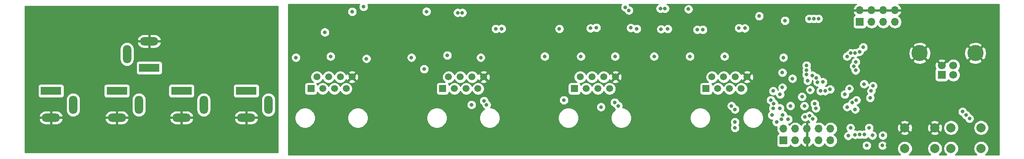
<source format=gbr>
G04 #@! TF.GenerationSoftware,KiCad,Pcbnew,(5.1.4)-1*
G04 #@! TF.CreationDate,2020-09-16T17:38:36+01:00*
G04 #@! TF.ProjectId,reflex-io-board,7265666c-6578-42d6-996f-2d626f617264,rev?*
G04 #@! TF.SameCoordinates,Original*
G04 #@! TF.FileFunction,Copper,L2,Inr*
G04 #@! TF.FilePolarity,Positive*
%FSLAX46Y46*%
G04 Gerber Fmt 4.6, Leading zero omitted, Abs format (unit mm)*
G04 Created by KiCad (PCBNEW (5.1.4)-1) date 2020-09-16 17:38:36*
%MOMM*%
%LPD*%
G04 APERTURE LIST*
%ADD10R,1.500000X1.500000*%
%ADD11C,1.500000*%
%ADD12R,1.700000X1.700000*%
%ADD13C,1.700000*%
%ADD14C,3.500000*%
%ADD15O,1.700000X1.700000*%
%ADD16O,1.800000X4.000000*%
%ADD17O,4.000000X1.800000*%
%ADD18R,4.400000X1.800000*%
%ADD19C,2.000000*%
%ADD20C,0.800000*%
%ADD21C,0.254000*%
G04 APERTURE END LIST*
D10*
X134500000Y-125000000D03*
D11*
X135770000Y-122460000D03*
X137040000Y-125000000D03*
X138310000Y-122460000D03*
X139580000Y-125000000D03*
X140850000Y-122460000D03*
X142120000Y-125000000D03*
X143390000Y-122460000D03*
X114890000Y-122460000D03*
X113620000Y-125000000D03*
X112350000Y-122460000D03*
X111080000Y-125000000D03*
X109810000Y-122460000D03*
X108540000Y-125000000D03*
X107270000Y-122460000D03*
D10*
X106000000Y-125000000D03*
X191500000Y-125000000D03*
D11*
X192770000Y-122460000D03*
X194040000Y-125000000D03*
X195310000Y-122460000D03*
X196580000Y-125000000D03*
X197850000Y-122460000D03*
X199120000Y-125000000D03*
X200390000Y-122460000D03*
D12*
X242500000Y-122000000D03*
D13*
X245000000Y-122000000D03*
X245000000Y-120000000D03*
X242500000Y-120000000D03*
D14*
X237730000Y-117290000D03*
X249770000Y-117290000D03*
D11*
X171890000Y-122460000D03*
X170620000Y-125000000D03*
X169350000Y-122460000D03*
X168080000Y-125000000D03*
X166810000Y-122460000D03*
X165540000Y-125000000D03*
X164270000Y-122460000D03*
D10*
X163000000Y-125000000D03*
D12*
X208250000Y-136250000D03*
D15*
X208250000Y-133710000D03*
X210790000Y-136250000D03*
X210790000Y-133710000D03*
X213330000Y-136250000D03*
X213330000Y-133710000D03*
X215870000Y-136250000D03*
X215870000Y-133710000D03*
X218410000Y-136250000D03*
X218410000Y-133710000D03*
D16*
X54550000Y-128500000D03*
D17*
X49750000Y-131300000D03*
D18*
X49750000Y-125500000D03*
X64000000Y-125500000D03*
D17*
X64000000Y-131300000D03*
D16*
X68800000Y-128500000D03*
X82800000Y-128500000D03*
D17*
X78000000Y-131300000D03*
D18*
X78000000Y-125500000D03*
D16*
X96800000Y-128500000D03*
D17*
X92000000Y-131300000D03*
D18*
X92000000Y-125500000D03*
X71000000Y-120500000D03*
D17*
X71000000Y-114700000D03*
D16*
X66200000Y-117500000D03*
D12*
X224750000Y-110500000D03*
D15*
X224750000Y-107960000D03*
X227290000Y-110500000D03*
X227290000Y-107960000D03*
X229830000Y-110500000D03*
X229830000Y-107960000D03*
X232370000Y-110500000D03*
X232370000Y-107960000D03*
D19*
X234500000Y-138000000D03*
X234500000Y-133500000D03*
X241000000Y-138000000D03*
X241000000Y-133500000D03*
X251000000Y-133500000D03*
X251000000Y-138000000D03*
X244500000Y-133500000D03*
X244500000Y-138000000D03*
D20*
X109000000Y-118250000D03*
X116750000Y-118250000D03*
X118250000Y-116250000D03*
X234750000Y-115750000D03*
X234750000Y-114000000D03*
X222000000Y-116500000D03*
X211250000Y-128750000D03*
X222000000Y-127500000D03*
X208250000Y-116750000D03*
X234750000Y-117500000D03*
X204500000Y-112000000D03*
X212750000Y-116000000D03*
X128637653Y-116362347D03*
X136500000Y-116000000D03*
X144000000Y-116250000D03*
X181000000Y-116250000D03*
X196371906Y-116378094D03*
X188500000Y-116250000D03*
X172865656Y-116334344D03*
X165200000Y-116400000D03*
X157212653Y-116387347D03*
X207600000Y-123400000D03*
X230750000Y-137350010D03*
X118000000Y-118500000D03*
X110250000Y-118000000D03*
X102750000Y-118250000D03*
X208250000Y-118250000D03*
X222000000Y-118000000D03*
X209750000Y-128750000D03*
X222000000Y-129000000D03*
X127750000Y-118250000D03*
X135500000Y-117750000D03*
X142750000Y-118250000D03*
X180250000Y-118000000D03*
X195500000Y-118000000D03*
X188000000Y-118000000D03*
X171800000Y-118000000D03*
X164400000Y-118000000D03*
X156600000Y-118000000D03*
X213453408Y-123257749D03*
X248500000Y-131500000D03*
X247750000Y-130750000D03*
X247000000Y-130000000D03*
X206750000Y-132250000D03*
X210189507Y-122816940D03*
X222250000Y-135250000D03*
X222750000Y-133500000D03*
X227500000Y-135150000D03*
X226749980Y-133500000D03*
X217250000Y-125500000D03*
X218327792Y-125148070D03*
X222750000Y-117250000D03*
X214510338Y-122130259D03*
X223750000Y-117250000D03*
X215371685Y-122638299D03*
X224711612Y-116975583D03*
X215620533Y-123606854D03*
X225500000Y-116000000D03*
X216776107Y-123549988D03*
X117400000Y-107200000D03*
X227600008Y-124400000D03*
X176500000Y-112000000D03*
X212250000Y-126750000D03*
X199902401Y-111868622D03*
X215806748Y-109799878D03*
X146000000Y-112000000D03*
X206025000Y-129262653D03*
X213873824Y-130858664D03*
X208091496Y-130712613D03*
X109000000Y-112750000D03*
X140750000Y-128500000D03*
X144000000Y-128500000D03*
X168750000Y-129000000D03*
X172500000Y-128750000D03*
X197750000Y-133500000D03*
X226250000Y-137350010D03*
X224750000Y-134975000D03*
X227000000Y-126978103D03*
X166500000Y-111875000D03*
X206025000Y-125500000D03*
X189600000Y-112200000D03*
X214806901Y-109818032D03*
X205750000Y-130750000D03*
X137750000Y-108500000D03*
X212925182Y-131175021D03*
X207843646Y-131681424D03*
X223750000Y-135000000D03*
X197750000Y-132250000D03*
X171720000Y-128000000D03*
X160750000Y-127500000D03*
X143445299Y-127667948D03*
X223750000Y-129500000D03*
X159750000Y-112000000D03*
X205500000Y-127500000D03*
X181754490Y-112075010D03*
X181599998Y-107600000D03*
X130500000Y-120750000D03*
X197750000Y-129500000D03*
X214012653Y-125262653D03*
X221500000Y-126250000D03*
X214618094Y-131600141D03*
X216250000Y-125499990D03*
X213238053Y-119952776D03*
X223878548Y-119189575D03*
X213251116Y-120952703D03*
X223467944Y-120101402D03*
X213216986Y-121952133D03*
X223851494Y-121024935D03*
X174000000Y-107324989D03*
X223999978Y-127500000D03*
X175200000Y-111800000D03*
X174800000Y-108000000D03*
X203000000Y-109225032D03*
X198600000Y-111825010D03*
X213800288Y-109829192D03*
X208571508Y-110215473D03*
X147250000Y-111974990D03*
X207475000Y-129250000D03*
X215250000Y-129250000D03*
X206150959Y-128259129D03*
X114932429Y-108275000D03*
X229674990Y-137350000D03*
X229674990Y-137350000D03*
X229750000Y-135150000D03*
X227231309Y-125500000D03*
X225678594Y-124000000D03*
X222500000Y-125000000D03*
X167750000Y-111750000D03*
X208000000Y-121500000D03*
X208000000Y-124750000D03*
X212767303Y-128775000D03*
X190800000Y-112200000D03*
X187680658Y-107719332D03*
X214979055Y-128287403D03*
X207500000Y-126250000D03*
X197000000Y-128750000D03*
X138750000Y-108500000D03*
X225775305Y-134975000D03*
X223167934Y-128054712D03*
X183200000Y-112025000D03*
X182600012Y-107600036D03*
X131000000Y-108250000D03*
X209253601Y-131648832D03*
D21*
G36*
X98873000Y-138873000D02*
G01*
X44127000Y-138873000D01*
X44127000Y-131664740D01*
X47158964Y-131664740D01*
X47183245Y-131770087D01*
X47303138Y-132047204D01*
X47474790Y-132295606D01*
X47691604Y-132505748D01*
X47945249Y-132669554D01*
X48225977Y-132780729D01*
X48523000Y-132835000D01*
X49623000Y-132835000D01*
X49623000Y-131427000D01*
X49877000Y-131427000D01*
X49877000Y-132835000D01*
X50977000Y-132835000D01*
X51274023Y-132780729D01*
X51554751Y-132669554D01*
X51808396Y-132505748D01*
X52025210Y-132295606D01*
X52196862Y-132047204D01*
X52316755Y-131770087D01*
X52341036Y-131664740D01*
X61408964Y-131664740D01*
X61433245Y-131770087D01*
X61553138Y-132047204D01*
X61724790Y-132295606D01*
X61941604Y-132505748D01*
X62195249Y-132669554D01*
X62475977Y-132780729D01*
X62773000Y-132835000D01*
X63873000Y-132835000D01*
X63873000Y-131427000D01*
X64127000Y-131427000D01*
X64127000Y-132835000D01*
X65227000Y-132835000D01*
X65524023Y-132780729D01*
X65804751Y-132669554D01*
X66058396Y-132505748D01*
X66275210Y-132295606D01*
X66446862Y-132047204D01*
X66566755Y-131770087D01*
X66591036Y-131664740D01*
X75408964Y-131664740D01*
X75433245Y-131770087D01*
X75553138Y-132047204D01*
X75724790Y-132295606D01*
X75941604Y-132505748D01*
X76195249Y-132669554D01*
X76475977Y-132780729D01*
X76773000Y-132835000D01*
X77873000Y-132835000D01*
X77873000Y-131427000D01*
X78127000Y-131427000D01*
X78127000Y-132835000D01*
X79227000Y-132835000D01*
X79524023Y-132780729D01*
X79804751Y-132669554D01*
X80058396Y-132505748D01*
X80275210Y-132295606D01*
X80446862Y-132047204D01*
X80566755Y-131770087D01*
X80591036Y-131664740D01*
X89408964Y-131664740D01*
X89433245Y-131770087D01*
X89553138Y-132047204D01*
X89724790Y-132295606D01*
X89941604Y-132505748D01*
X90195249Y-132669554D01*
X90475977Y-132780729D01*
X90773000Y-132835000D01*
X91873000Y-132835000D01*
X91873000Y-131427000D01*
X92127000Y-131427000D01*
X92127000Y-132835000D01*
X93227000Y-132835000D01*
X93524023Y-132780729D01*
X93804751Y-132669554D01*
X94058396Y-132505748D01*
X94275210Y-132295606D01*
X94446862Y-132047204D01*
X94566755Y-131770087D01*
X94591036Y-131664740D01*
X94470378Y-131427000D01*
X92127000Y-131427000D01*
X91873000Y-131427000D01*
X89529622Y-131427000D01*
X89408964Y-131664740D01*
X80591036Y-131664740D01*
X80470378Y-131427000D01*
X78127000Y-131427000D01*
X77873000Y-131427000D01*
X75529622Y-131427000D01*
X75408964Y-131664740D01*
X66591036Y-131664740D01*
X66470378Y-131427000D01*
X64127000Y-131427000D01*
X63873000Y-131427000D01*
X61529622Y-131427000D01*
X61408964Y-131664740D01*
X52341036Y-131664740D01*
X52220378Y-131427000D01*
X49877000Y-131427000D01*
X49623000Y-131427000D01*
X47279622Y-131427000D01*
X47158964Y-131664740D01*
X44127000Y-131664740D01*
X44127000Y-130935260D01*
X47158964Y-130935260D01*
X47279622Y-131173000D01*
X49623000Y-131173000D01*
X49623000Y-129765000D01*
X49877000Y-129765000D01*
X49877000Y-131173000D01*
X52220378Y-131173000D01*
X52341036Y-130935260D01*
X52316755Y-130829913D01*
X52196862Y-130552796D01*
X52025210Y-130304394D01*
X51808396Y-130094252D01*
X51554751Y-129930446D01*
X51274023Y-129819271D01*
X50977000Y-129765000D01*
X49877000Y-129765000D01*
X49623000Y-129765000D01*
X48523000Y-129765000D01*
X48225977Y-129819271D01*
X47945249Y-129930446D01*
X47691604Y-130094252D01*
X47474790Y-130304394D01*
X47303138Y-130552796D01*
X47183245Y-130829913D01*
X47158964Y-130935260D01*
X44127000Y-130935260D01*
X44127000Y-127324593D01*
X53015000Y-127324593D01*
X53015001Y-129675408D01*
X53037211Y-129900913D01*
X53124984Y-130190261D01*
X53267520Y-130456927D01*
X53459340Y-130690661D01*
X53693074Y-130882481D01*
X53959740Y-131025017D01*
X54249088Y-131112790D01*
X54550000Y-131142427D01*
X54850913Y-131112790D01*
X55140261Y-131025017D01*
X55308184Y-130935260D01*
X61408964Y-130935260D01*
X61529622Y-131173000D01*
X63873000Y-131173000D01*
X63873000Y-129765000D01*
X64127000Y-129765000D01*
X64127000Y-131173000D01*
X66470378Y-131173000D01*
X66591036Y-130935260D01*
X66566755Y-130829913D01*
X66446862Y-130552796D01*
X66275210Y-130304394D01*
X66058396Y-130094252D01*
X65804751Y-129930446D01*
X65524023Y-129819271D01*
X65227000Y-129765000D01*
X64127000Y-129765000D01*
X63873000Y-129765000D01*
X62773000Y-129765000D01*
X62475977Y-129819271D01*
X62195249Y-129930446D01*
X61941604Y-130094252D01*
X61724790Y-130304394D01*
X61553138Y-130552796D01*
X61433245Y-130829913D01*
X61408964Y-130935260D01*
X55308184Y-130935260D01*
X55406927Y-130882481D01*
X55640661Y-130690661D01*
X55832481Y-130456927D01*
X55975017Y-130190261D01*
X56062790Y-129900913D01*
X56085000Y-129675408D01*
X56085000Y-127324593D01*
X67265000Y-127324593D01*
X67265001Y-129675408D01*
X67287211Y-129900913D01*
X67374984Y-130190261D01*
X67517520Y-130456927D01*
X67709340Y-130690661D01*
X67943074Y-130882481D01*
X68209740Y-131025017D01*
X68499088Y-131112790D01*
X68800000Y-131142427D01*
X69100913Y-131112790D01*
X69390261Y-131025017D01*
X69558184Y-130935260D01*
X75408964Y-130935260D01*
X75529622Y-131173000D01*
X77873000Y-131173000D01*
X77873000Y-129765000D01*
X78127000Y-129765000D01*
X78127000Y-131173000D01*
X80470378Y-131173000D01*
X80591036Y-130935260D01*
X80566755Y-130829913D01*
X80446862Y-130552796D01*
X80275210Y-130304394D01*
X80058396Y-130094252D01*
X79804751Y-129930446D01*
X79524023Y-129819271D01*
X79227000Y-129765000D01*
X78127000Y-129765000D01*
X77873000Y-129765000D01*
X76773000Y-129765000D01*
X76475977Y-129819271D01*
X76195249Y-129930446D01*
X75941604Y-130094252D01*
X75724790Y-130304394D01*
X75553138Y-130552796D01*
X75433245Y-130829913D01*
X75408964Y-130935260D01*
X69558184Y-130935260D01*
X69656927Y-130882481D01*
X69890661Y-130690661D01*
X70082481Y-130456927D01*
X70225017Y-130190261D01*
X70312790Y-129900913D01*
X70335000Y-129675408D01*
X70335000Y-127324593D01*
X81265000Y-127324593D01*
X81265001Y-129675408D01*
X81287211Y-129900913D01*
X81374984Y-130190261D01*
X81517520Y-130456927D01*
X81709340Y-130690661D01*
X81943074Y-130882481D01*
X82209740Y-131025017D01*
X82499088Y-131112790D01*
X82800000Y-131142427D01*
X83100913Y-131112790D01*
X83390261Y-131025017D01*
X83558184Y-130935260D01*
X89408964Y-130935260D01*
X89529622Y-131173000D01*
X91873000Y-131173000D01*
X91873000Y-129765000D01*
X92127000Y-129765000D01*
X92127000Y-131173000D01*
X94470378Y-131173000D01*
X94591036Y-130935260D01*
X94566755Y-130829913D01*
X94446862Y-130552796D01*
X94275210Y-130304394D01*
X94058396Y-130094252D01*
X93804751Y-129930446D01*
X93524023Y-129819271D01*
X93227000Y-129765000D01*
X92127000Y-129765000D01*
X91873000Y-129765000D01*
X90773000Y-129765000D01*
X90475977Y-129819271D01*
X90195249Y-129930446D01*
X89941604Y-130094252D01*
X89724790Y-130304394D01*
X89553138Y-130552796D01*
X89433245Y-130829913D01*
X89408964Y-130935260D01*
X83558184Y-130935260D01*
X83656927Y-130882481D01*
X83890661Y-130690661D01*
X84082481Y-130456927D01*
X84225017Y-130190261D01*
X84312790Y-129900913D01*
X84335000Y-129675408D01*
X84335000Y-127324593D01*
X95265000Y-127324593D01*
X95265001Y-129675408D01*
X95287211Y-129900913D01*
X95374984Y-130190261D01*
X95517520Y-130456927D01*
X95709340Y-130690661D01*
X95943074Y-130882481D01*
X96209740Y-131025017D01*
X96499088Y-131112790D01*
X96800000Y-131142427D01*
X97100913Y-131112790D01*
X97390261Y-131025017D01*
X97656927Y-130882481D01*
X97890661Y-130690661D01*
X98082481Y-130456927D01*
X98225017Y-130190261D01*
X98312790Y-129900913D01*
X98335000Y-129675408D01*
X98335000Y-127324592D01*
X98312790Y-127099087D01*
X98225017Y-126809739D01*
X98082481Y-126543073D01*
X97890661Y-126309339D01*
X97656926Y-126117519D01*
X97390260Y-125974983D01*
X97100912Y-125887210D01*
X96800000Y-125857573D01*
X96499087Y-125887210D01*
X96209739Y-125974983D01*
X95943073Y-126117519D01*
X95709339Y-126309339D01*
X95517519Y-126543074D01*
X95374983Y-126809740D01*
X95287210Y-127099088D01*
X95265000Y-127324593D01*
X84335000Y-127324593D01*
X84335000Y-127324592D01*
X84312790Y-127099087D01*
X84225017Y-126809739D01*
X84082481Y-126543073D01*
X83890661Y-126309339D01*
X83656926Y-126117519D01*
X83390260Y-125974983D01*
X83100912Y-125887210D01*
X82800000Y-125857573D01*
X82499087Y-125887210D01*
X82209739Y-125974983D01*
X81943073Y-126117519D01*
X81709339Y-126309339D01*
X81517519Y-126543074D01*
X81374983Y-126809740D01*
X81287210Y-127099088D01*
X81265000Y-127324593D01*
X70335000Y-127324593D01*
X70335000Y-127324592D01*
X70312790Y-127099087D01*
X70225017Y-126809739D01*
X70082481Y-126543073D01*
X69890661Y-126309339D01*
X69656926Y-126117519D01*
X69390260Y-125974983D01*
X69100912Y-125887210D01*
X68800000Y-125857573D01*
X68499087Y-125887210D01*
X68209739Y-125974983D01*
X67943073Y-126117519D01*
X67709339Y-126309339D01*
X67517519Y-126543074D01*
X67374983Y-126809740D01*
X67287210Y-127099088D01*
X67265000Y-127324593D01*
X56085000Y-127324593D01*
X56085000Y-127324592D01*
X56062790Y-127099087D01*
X55975017Y-126809739D01*
X55832481Y-126543073D01*
X55640661Y-126309339D01*
X55406926Y-126117519D01*
X55140260Y-125974983D01*
X54850912Y-125887210D01*
X54550000Y-125857573D01*
X54249087Y-125887210D01*
X53959739Y-125974983D01*
X53693073Y-126117519D01*
X53459339Y-126309339D01*
X53267519Y-126543074D01*
X53124983Y-126809740D01*
X53037210Y-127099088D01*
X53015000Y-127324593D01*
X44127000Y-127324593D01*
X44127000Y-124600000D01*
X46911928Y-124600000D01*
X46911928Y-126400000D01*
X46924188Y-126524482D01*
X46960498Y-126644180D01*
X47019463Y-126754494D01*
X47098815Y-126851185D01*
X47195506Y-126930537D01*
X47305820Y-126989502D01*
X47425518Y-127025812D01*
X47550000Y-127038072D01*
X51950000Y-127038072D01*
X52074482Y-127025812D01*
X52194180Y-126989502D01*
X52304494Y-126930537D01*
X52401185Y-126851185D01*
X52480537Y-126754494D01*
X52539502Y-126644180D01*
X52575812Y-126524482D01*
X52588072Y-126400000D01*
X52588072Y-124600000D01*
X61161928Y-124600000D01*
X61161928Y-126400000D01*
X61174188Y-126524482D01*
X61210498Y-126644180D01*
X61269463Y-126754494D01*
X61348815Y-126851185D01*
X61445506Y-126930537D01*
X61555820Y-126989502D01*
X61675518Y-127025812D01*
X61800000Y-127038072D01*
X66200000Y-127038072D01*
X66324482Y-127025812D01*
X66444180Y-126989502D01*
X66554494Y-126930537D01*
X66651185Y-126851185D01*
X66730537Y-126754494D01*
X66789502Y-126644180D01*
X66825812Y-126524482D01*
X66838072Y-126400000D01*
X66838072Y-124600000D01*
X75161928Y-124600000D01*
X75161928Y-126400000D01*
X75174188Y-126524482D01*
X75210498Y-126644180D01*
X75269463Y-126754494D01*
X75348815Y-126851185D01*
X75445506Y-126930537D01*
X75555820Y-126989502D01*
X75675518Y-127025812D01*
X75800000Y-127038072D01*
X80200000Y-127038072D01*
X80324482Y-127025812D01*
X80444180Y-126989502D01*
X80554494Y-126930537D01*
X80651185Y-126851185D01*
X80730537Y-126754494D01*
X80789502Y-126644180D01*
X80825812Y-126524482D01*
X80838072Y-126400000D01*
X80838072Y-124600000D01*
X89161928Y-124600000D01*
X89161928Y-126400000D01*
X89174188Y-126524482D01*
X89210498Y-126644180D01*
X89269463Y-126754494D01*
X89348815Y-126851185D01*
X89445506Y-126930537D01*
X89555820Y-126989502D01*
X89675518Y-127025812D01*
X89800000Y-127038072D01*
X94200000Y-127038072D01*
X94324482Y-127025812D01*
X94444180Y-126989502D01*
X94554494Y-126930537D01*
X94651185Y-126851185D01*
X94730537Y-126754494D01*
X94789502Y-126644180D01*
X94825812Y-126524482D01*
X94838072Y-126400000D01*
X94838072Y-124600000D01*
X94825812Y-124475518D01*
X94789502Y-124355820D01*
X94730537Y-124245506D01*
X94651185Y-124148815D01*
X94554494Y-124069463D01*
X94444180Y-124010498D01*
X94324482Y-123974188D01*
X94200000Y-123961928D01*
X89800000Y-123961928D01*
X89675518Y-123974188D01*
X89555820Y-124010498D01*
X89445506Y-124069463D01*
X89348815Y-124148815D01*
X89269463Y-124245506D01*
X89210498Y-124355820D01*
X89174188Y-124475518D01*
X89161928Y-124600000D01*
X80838072Y-124600000D01*
X80825812Y-124475518D01*
X80789502Y-124355820D01*
X80730537Y-124245506D01*
X80651185Y-124148815D01*
X80554494Y-124069463D01*
X80444180Y-124010498D01*
X80324482Y-123974188D01*
X80200000Y-123961928D01*
X75800000Y-123961928D01*
X75675518Y-123974188D01*
X75555820Y-124010498D01*
X75445506Y-124069463D01*
X75348815Y-124148815D01*
X75269463Y-124245506D01*
X75210498Y-124355820D01*
X75174188Y-124475518D01*
X75161928Y-124600000D01*
X66838072Y-124600000D01*
X66825812Y-124475518D01*
X66789502Y-124355820D01*
X66730537Y-124245506D01*
X66651185Y-124148815D01*
X66554494Y-124069463D01*
X66444180Y-124010498D01*
X66324482Y-123974188D01*
X66200000Y-123961928D01*
X61800000Y-123961928D01*
X61675518Y-123974188D01*
X61555820Y-124010498D01*
X61445506Y-124069463D01*
X61348815Y-124148815D01*
X61269463Y-124245506D01*
X61210498Y-124355820D01*
X61174188Y-124475518D01*
X61161928Y-124600000D01*
X52588072Y-124600000D01*
X52575812Y-124475518D01*
X52539502Y-124355820D01*
X52480537Y-124245506D01*
X52401185Y-124148815D01*
X52304494Y-124069463D01*
X52194180Y-124010498D01*
X52074482Y-123974188D01*
X51950000Y-123961928D01*
X47550000Y-123961928D01*
X47425518Y-123974188D01*
X47305820Y-124010498D01*
X47195506Y-124069463D01*
X47098815Y-124148815D01*
X47019463Y-124245506D01*
X46960498Y-124355820D01*
X46924188Y-124475518D01*
X46911928Y-124600000D01*
X44127000Y-124600000D01*
X44127000Y-118675407D01*
X64665000Y-118675407D01*
X64687210Y-118900912D01*
X64774983Y-119190260D01*
X64917519Y-119456926D01*
X65109339Y-119690661D01*
X65343073Y-119882481D01*
X65609739Y-120025017D01*
X65899087Y-120112790D01*
X66200000Y-120142427D01*
X66500912Y-120112790D01*
X66790260Y-120025017D01*
X67056926Y-119882481D01*
X67290661Y-119690661D01*
X67365064Y-119600000D01*
X68161928Y-119600000D01*
X68161928Y-121400000D01*
X68174188Y-121524482D01*
X68210498Y-121644180D01*
X68269463Y-121754494D01*
X68348815Y-121851185D01*
X68445506Y-121930537D01*
X68555820Y-121989502D01*
X68675518Y-122025812D01*
X68800000Y-122038072D01*
X73200000Y-122038072D01*
X73324482Y-122025812D01*
X73444180Y-121989502D01*
X73554494Y-121930537D01*
X73651185Y-121851185D01*
X73730537Y-121754494D01*
X73789502Y-121644180D01*
X73825812Y-121524482D01*
X73838072Y-121400000D01*
X73838072Y-119600000D01*
X73825812Y-119475518D01*
X73789502Y-119355820D01*
X73730537Y-119245506D01*
X73651185Y-119148815D01*
X73554494Y-119069463D01*
X73444180Y-119010498D01*
X73324482Y-118974188D01*
X73200000Y-118961928D01*
X68800000Y-118961928D01*
X68675518Y-118974188D01*
X68555820Y-119010498D01*
X68445506Y-119069463D01*
X68348815Y-119148815D01*
X68269463Y-119245506D01*
X68210498Y-119355820D01*
X68174188Y-119475518D01*
X68161928Y-119600000D01*
X67365064Y-119600000D01*
X67482481Y-119456927D01*
X67625017Y-119190261D01*
X67712790Y-118900913D01*
X67735000Y-118675408D01*
X67735000Y-116324592D01*
X67712790Y-116099087D01*
X67625017Y-115809739D01*
X67482481Y-115543073D01*
X67290661Y-115309339D01*
X67056927Y-115117519D01*
X66958185Y-115064740D01*
X68408964Y-115064740D01*
X68433245Y-115170087D01*
X68553138Y-115447204D01*
X68724790Y-115695606D01*
X68941604Y-115905748D01*
X69195249Y-116069554D01*
X69475977Y-116180729D01*
X69773000Y-116235000D01*
X70873000Y-116235000D01*
X70873000Y-114827000D01*
X71127000Y-114827000D01*
X71127000Y-116235000D01*
X72227000Y-116235000D01*
X72524023Y-116180729D01*
X72804751Y-116069554D01*
X73058396Y-115905748D01*
X73275210Y-115695606D01*
X73446862Y-115447204D01*
X73566755Y-115170087D01*
X73591036Y-115064740D01*
X73470378Y-114827000D01*
X71127000Y-114827000D01*
X70873000Y-114827000D01*
X68529622Y-114827000D01*
X68408964Y-115064740D01*
X66958185Y-115064740D01*
X66790261Y-114974983D01*
X66500913Y-114887210D01*
X66200000Y-114857573D01*
X65899088Y-114887210D01*
X65609740Y-114974983D01*
X65343074Y-115117519D01*
X65109340Y-115309339D01*
X64917520Y-115543073D01*
X64774984Y-115809739D01*
X64687211Y-116099087D01*
X64665001Y-116324592D01*
X64665000Y-118675407D01*
X44127000Y-118675407D01*
X44127000Y-114335260D01*
X68408964Y-114335260D01*
X68529622Y-114573000D01*
X70873000Y-114573000D01*
X70873000Y-113165000D01*
X71127000Y-113165000D01*
X71127000Y-114573000D01*
X73470378Y-114573000D01*
X73591036Y-114335260D01*
X73566755Y-114229913D01*
X73446862Y-113952796D01*
X73275210Y-113704394D01*
X73058396Y-113494252D01*
X72804751Y-113330446D01*
X72524023Y-113219271D01*
X72227000Y-113165000D01*
X71127000Y-113165000D01*
X70873000Y-113165000D01*
X69773000Y-113165000D01*
X69475977Y-113219271D01*
X69195249Y-113330446D01*
X68941604Y-113494252D01*
X68724790Y-113704394D01*
X68553138Y-113952796D01*
X68433245Y-114229913D01*
X68408964Y-114335260D01*
X44127000Y-114335260D01*
X44127000Y-107127000D01*
X98873000Y-107127000D01*
X98873000Y-138873000D01*
X98873000Y-138873000D01*
G37*
X98873000Y-138873000D02*
X44127000Y-138873000D01*
X44127000Y-131664740D01*
X47158964Y-131664740D01*
X47183245Y-131770087D01*
X47303138Y-132047204D01*
X47474790Y-132295606D01*
X47691604Y-132505748D01*
X47945249Y-132669554D01*
X48225977Y-132780729D01*
X48523000Y-132835000D01*
X49623000Y-132835000D01*
X49623000Y-131427000D01*
X49877000Y-131427000D01*
X49877000Y-132835000D01*
X50977000Y-132835000D01*
X51274023Y-132780729D01*
X51554751Y-132669554D01*
X51808396Y-132505748D01*
X52025210Y-132295606D01*
X52196862Y-132047204D01*
X52316755Y-131770087D01*
X52341036Y-131664740D01*
X61408964Y-131664740D01*
X61433245Y-131770087D01*
X61553138Y-132047204D01*
X61724790Y-132295606D01*
X61941604Y-132505748D01*
X62195249Y-132669554D01*
X62475977Y-132780729D01*
X62773000Y-132835000D01*
X63873000Y-132835000D01*
X63873000Y-131427000D01*
X64127000Y-131427000D01*
X64127000Y-132835000D01*
X65227000Y-132835000D01*
X65524023Y-132780729D01*
X65804751Y-132669554D01*
X66058396Y-132505748D01*
X66275210Y-132295606D01*
X66446862Y-132047204D01*
X66566755Y-131770087D01*
X66591036Y-131664740D01*
X75408964Y-131664740D01*
X75433245Y-131770087D01*
X75553138Y-132047204D01*
X75724790Y-132295606D01*
X75941604Y-132505748D01*
X76195249Y-132669554D01*
X76475977Y-132780729D01*
X76773000Y-132835000D01*
X77873000Y-132835000D01*
X77873000Y-131427000D01*
X78127000Y-131427000D01*
X78127000Y-132835000D01*
X79227000Y-132835000D01*
X79524023Y-132780729D01*
X79804751Y-132669554D01*
X80058396Y-132505748D01*
X80275210Y-132295606D01*
X80446862Y-132047204D01*
X80566755Y-131770087D01*
X80591036Y-131664740D01*
X89408964Y-131664740D01*
X89433245Y-131770087D01*
X89553138Y-132047204D01*
X89724790Y-132295606D01*
X89941604Y-132505748D01*
X90195249Y-132669554D01*
X90475977Y-132780729D01*
X90773000Y-132835000D01*
X91873000Y-132835000D01*
X91873000Y-131427000D01*
X92127000Y-131427000D01*
X92127000Y-132835000D01*
X93227000Y-132835000D01*
X93524023Y-132780729D01*
X93804751Y-132669554D01*
X94058396Y-132505748D01*
X94275210Y-132295606D01*
X94446862Y-132047204D01*
X94566755Y-131770087D01*
X94591036Y-131664740D01*
X94470378Y-131427000D01*
X92127000Y-131427000D01*
X91873000Y-131427000D01*
X89529622Y-131427000D01*
X89408964Y-131664740D01*
X80591036Y-131664740D01*
X80470378Y-131427000D01*
X78127000Y-131427000D01*
X77873000Y-131427000D01*
X75529622Y-131427000D01*
X75408964Y-131664740D01*
X66591036Y-131664740D01*
X66470378Y-131427000D01*
X64127000Y-131427000D01*
X63873000Y-131427000D01*
X61529622Y-131427000D01*
X61408964Y-131664740D01*
X52341036Y-131664740D01*
X52220378Y-131427000D01*
X49877000Y-131427000D01*
X49623000Y-131427000D01*
X47279622Y-131427000D01*
X47158964Y-131664740D01*
X44127000Y-131664740D01*
X44127000Y-130935260D01*
X47158964Y-130935260D01*
X47279622Y-131173000D01*
X49623000Y-131173000D01*
X49623000Y-129765000D01*
X49877000Y-129765000D01*
X49877000Y-131173000D01*
X52220378Y-131173000D01*
X52341036Y-130935260D01*
X52316755Y-130829913D01*
X52196862Y-130552796D01*
X52025210Y-130304394D01*
X51808396Y-130094252D01*
X51554751Y-129930446D01*
X51274023Y-129819271D01*
X50977000Y-129765000D01*
X49877000Y-129765000D01*
X49623000Y-129765000D01*
X48523000Y-129765000D01*
X48225977Y-129819271D01*
X47945249Y-129930446D01*
X47691604Y-130094252D01*
X47474790Y-130304394D01*
X47303138Y-130552796D01*
X47183245Y-130829913D01*
X47158964Y-130935260D01*
X44127000Y-130935260D01*
X44127000Y-127324593D01*
X53015000Y-127324593D01*
X53015001Y-129675408D01*
X53037211Y-129900913D01*
X53124984Y-130190261D01*
X53267520Y-130456927D01*
X53459340Y-130690661D01*
X53693074Y-130882481D01*
X53959740Y-131025017D01*
X54249088Y-131112790D01*
X54550000Y-131142427D01*
X54850913Y-131112790D01*
X55140261Y-131025017D01*
X55308184Y-130935260D01*
X61408964Y-130935260D01*
X61529622Y-131173000D01*
X63873000Y-131173000D01*
X63873000Y-129765000D01*
X64127000Y-129765000D01*
X64127000Y-131173000D01*
X66470378Y-131173000D01*
X66591036Y-130935260D01*
X66566755Y-130829913D01*
X66446862Y-130552796D01*
X66275210Y-130304394D01*
X66058396Y-130094252D01*
X65804751Y-129930446D01*
X65524023Y-129819271D01*
X65227000Y-129765000D01*
X64127000Y-129765000D01*
X63873000Y-129765000D01*
X62773000Y-129765000D01*
X62475977Y-129819271D01*
X62195249Y-129930446D01*
X61941604Y-130094252D01*
X61724790Y-130304394D01*
X61553138Y-130552796D01*
X61433245Y-130829913D01*
X61408964Y-130935260D01*
X55308184Y-130935260D01*
X55406927Y-130882481D01*
X55640661Y-130690661D01*
X55832481Y-130456927D01*
X55975017Y-130190261D01*
X56062790Y-129900913D01*
X56085000Y-129675408D01*
X56085000Y-127324593D01*
X67265000Y-127324593D01*
X67265001Y-129675408D01*
X67287211Y-129900913D01*
X67374984Y-130190261D01*
X67517520Y-130456927D01*
X67709340Y-130690661D01*
X67943074Y-130882481D01*
X68209740Y-131025017D01*
X68499088Y-131112790D01*
X68800000Y-131142427D01*
X69100913Y-131112790D01*
X69390261Y-131025017D01*
X69558184Y-130935260D01*
X75408964Y-130935260D01*
X75529622Y-131173000D01*
X77873000Y-131173000D01*
X77873000Y-129765000D01*
X78127000Y-129765000D01*
X78127000Y-131173000D01*
X80470378Y-131173000D01*
X80591036Y-130935260D01*
X80566755Y-130829913D01*
X80446862Y-130552796D01*
X80275210Y-130304394D01*
X80058396Y-130094252D01*
X79804751Y-129930446D01*
X79524023Y-129819271D01*
X79227000Y-129765000D01*
X78127000Y-129765000D01*
X77873000Y-129765000D01*
X76773000Y-129765000D01*
X76475977Y-129819271D01*
X76195249Y-129930446D01*
X75941604Y-130094252D01*
X75724790Y-130304394D01*
X75553138Y-130552796D01*
X75433245Y-130829913D01*
X75408964Y-130935260D01*
X69558184Y-130935260D01*
X69656927Y-130882481D01*
X69890661Y-130690661D01*
X70082481Y-130456927D01*
X70225017Y-130190261D01*
X70312790Y-129900913D01*
X70335000Y-129675408D01*
X70335000Y-127324593D01*
X81265000Y-127324593D01*
X81265001Y-129675408D01*
X81287211Y-129900913D01*
X81374984Y-130190261D01*
X81517520Y-130456927D01*
X81709340Y-130690661D01*
X81943074Y-130882481D01*
X82209740Y-131025017D01*
X82499088Y-131112790D01*
X82800000Y-131142427D01*
X83100913Y-131112790D01*
X83390261Y-131025017D01*
X83558184Y-130935260D01*
X89408964Y-130935260D01*
X89529622Y-131173000D01*
X91873000Y-131173000D01*
X91873000Y-129765000D01*
X92127000Y-129765000D01*
X92127000Y-131173000D01*
X94470378Y-131173000D01*
X94591036Y-130935260D01*
X94566755Y-130829913D01*
X94446862Y-130552796D01*
X94275210Y-130304394D01*
X94058396Y-130094252D01*
X93804751Y-129930446D01*
X93524023Y-129819271D01*
X93227000Y-129765000D01*
X92127000Y-129765000D01*
X91873000Y-129765000D01*
X90773000Y-129765000D01*
X90475977Y-129819271D01*
X90195249Y-129930446D01*
X89941604Y-130094252D01*
X89724790Y-130304394D01*
X89553138Y-130552796D01*
X89433245Y-130829913D01*
X89408964Y-130935260D01*
X83558184Y-130935260D01*
X83656927Y-130882481D01*
X83890661Y-130690661D01*
X84082481Y-130456927D01*
X84225017Y-130190261D01*
X84312790Y-129900913D01*
X84335000Y-129675408D01*
X84335000Y-127324593D01*
X95265000Y-127324593D01*
X95265001Y-129675408D01*
X95287211Y-129900913D01*
X95374984Y-130190261D01*
X95517520Y-130456927D01*
X95709340Y-130690661D01*
X95943074Y-130882481D01*
X96209740Y-131025017D01*
X96499088Y-131112790D01*
X96800000Y-131142427D01*
X97100913Y-131112790D01*
X97390261Y-131025017D01*
X97656927Y-130882481D01*
X97890661Y-130690661D01*
X98082481Y-130456927D01*
X98225017Y-130190261D01*
X98312790Y-129900913D01*
X98335000Y-129675408D01*
X98335000Y-127324592D01*
X98312790Y-127099087D01*
X98225017Y-126809739D01*
X98082481Y-126543073D01*
X97890661Y-126309339D01*
X97656926Y-126117519D01*
X97390260Y-125974983D01*
X97100912Y-125887210D01*
X96800000Y-125857573D01*
X96499087Y-125887210D01*
X96209739Y-125974983D01*
X95943073Y-126117519D01*
X95709339Y-126309339D01*
X95517519Y-126543074D01*
X95374983Y-126809740D01*
X95287210Y-127099088D01*
X95265000Y-127324593D01*
X84335000Y-127324593D01*
X84335000Y-127324592D01*
X84312790Y-127099087D01*
X84225017Y-126809739D01*
X84082481Y-126543073D01*
X83890661Y-126309339D01*
X83656926Y-126117519D01*
X83390260Y-125974983D01*
X83100912Y-125887210D01*
X82800000Y-125857573D01*
X82499087Y-125887210D01*
X82209739Y-125974983D01*
X81943073Y-126117519D01*
X81709339Y-126309339D01*
X81517519Y-126543074D01*
X81374983Y-126809740D01*
X81287210Y-127099088D01*
X81265000Y-127324593D01*
X70335000Y-127324593D01*
X70335000Y-127324592D01*
X70312790Y-127099087D01*
X70225017Y-126809739D01*
X70082481Y-126543073D01*
X69890661Y-126309339D01*
X69656926Y-126117519D01*
X69390260Y-125974983D01*
X69100912Y-125887210D01*
X68800000Y-125857573D01*
X68499087Y-125887210D01*
X68209739Y-125974983D01*
X67943073Y-126117519D01*
X67709339Y-126309339D01*
X67517519Y-126543074D01*
X67374983Y-126809740D01*
X67287210Y-127099088D01*
X67265000Y-127324593D01*
X56085000Y-127324593D01*
X56085000Y-127324592D01*
X56062790Y-127099087D01*
X55975017Y-126809739D01*
X55832481Y-126543073D01*
X55640661Y-126309339D01*
X55406926Y-126117519D01*
X55140260Y-125974983D01*
X54850912Y-125887210D01*
X54550000Y-125857573D01*
X54249087Y-125887210D01*
X53959739Y-125974983D01*
X53693073Y-126117519D01*
X53459339Y-126309339D01*
X53267519Y-126543074D01*
X53124983Y-126809740D01*
X53037210Y-127099088D01*
X53015000Y-127324593D01*
X44127000Y-127324593D01*
X44127000Y-124600000D01*
X46911928Y-124600000D01*
X46911928Y-126400000D01*
X46924188Y-126524482D01*
X46960498Y-126644180D01*
X47019463Y-126754494D01*
X47098815Y-126851185D01*
X47195506Y-126930537D01*
X47305820Y-126989502D01*
X47425518Y-127025812D01*
X47550000Y-127038072D01*
X51950000Y-127038072D01*
X52074482Y-127025812D01*
X52194180Y-126989502D01*
X52304494Y-126930537D01*
X52401185Y-126851185D01*
X52480537Y-126754494D01*
X52539502Y-126644180D01*
X52575812Y-126524482D01*
X52588072Y-126400000D01*
X52588072Y-124600000D01*
X61161928Y-124600000D01*
X61161928Y-126400000D01*
X61174188Y-126524482D01*
X61210498Y-126644180D01*
X61269463Y-126754494D01*
X61348815Y-126851185D01*
X61445506Y-126930537D01*
X61555820Y-126989502D01*
X61675518Y-127025812D01*
X61800000Y-127038072D01*
X66200000Y-127038072D01*
X66324482Y-127025812D01*
X66444180Y-126989502D01*
X66554494Y-126930537D01*
X66651185Y-126851185D01*
X66730537Y-126754494D01*
X66789502Y-126644180D01*
X66825812Y-126524482D01*
X66838072Y-126400000D01*
X66838072Y-124600000D01*
X75161928Y-124600000D01*
X75161928Y-126400000D01*
X75174188Y-126524482D01*
X75210498Y-126644180D01*
X75269463Y-126754494D01*
X75348815Y-126851185D01*
X75445506Y-126930537D01*
X75555820Y-126989502D01*
X75675518Y-127025812D01*
X75800000Y-127038072D01*
X80200000Y-127038072D01*
X80324482Y-127025812D01*
X80444180Y-126989502D01*
X80554494Y-126930537D01*
X80651185Y-126851185D01*
X80730537Y-126754494D01*
X80789502Y-126644180D01*
X80825812Y-126524482D01*
X80838072Y-126400000D01*
X80838072Y-124600000D01*
X89161928Y-124600000D01*
X89161928Y-126400000D01*
X89174188Y-126524482D01*
X89210498Y-126644180D01*
X89269463Y-126754494D01*
X89348815Y-126851185D01*
X89445506Y-126930537D01*
X89555820Y-126989502D01*
X89675518Y-127025812D01*
X89800000Y-127038072D01*
X94200000Y-127038072D01*
X94324482Y-127025812D01*
X94444180Y-126989502D01*
X94554494Y-126930537D01*
X94651185Y-126851185D01*
X94730537Y-126754494D01*
X94789502Y-126644180D01*
X94825812Y-126524482D01*
X94838072Y-126400000D01*
X94838072Y-124600000D01*
X94825812Y-124475518D01*
X94789502Y-124355820D01*
X94730537Y-124245506D01*
X94651185Y-124148815D01*
X94554494Y-124069463D01*
X94444180Y-124010498D01*
X94324482Y-123974188D01*
X94200000Y-123961928D01*
X89800000Y-123961928D01*
X89675518Y-123974188D01*
X89555820Y-124010498D01*
X89445506Y-124069463D01*
X89348815Y-124148815D01*
X89269463Y-124245506D01*
X89210498Y-124355820D01*
X89174188Y-124475518D01*
X89161928Y-124600000D01*
X80838072Y-124600000D01*
X80825812Y-124475518D01*
X80789502Y-124355820D01*
X80730537Y-124245506D01*
X80651185Y-124148815D01*
X80554494Y-124069463D01*
X80444180Y-124010498D01*
X80324482Y-123974188D01*
X80200000Y-123961928D01*
X75800000Y-123961928D01*
X75675518Y-123974188D01*
X75555820Y-124010498D01*
X75445506Y-124069463D01*
X75348815Y-124148815D01*
X75269463Y-124245506D01*
X75210498Y-124355820D01*
X75174188Y-124475518D01*
X75161928Y-124600000D01*
X66838072Y-124600000D01*
X66825812Y-124475518D01*
X66789502Y-124355820D01*
X66730537Y-124245506D01*
X66651185Y-124148815D01*
X66554494Y-124069463D01*
X66444180Y-124010498D01*
X66324482Y-123974188D01*
X66200000Y-123961928D01*
X61800000Y-123961928D01*
X61675518Y-123974188D01*
X61555820Y-124010498D01*
X61445506Y-124069463D01*
X61348815Y-124148815D01*
X61269463Y-124245506D01*
X61210498Y-124355820D01*
X61174188Y-124475518D01*
X61161928Y-124600000D01*
X52588072Y-124600000D01*
X52575812Y-124475518D01*
X52539502Y-124355820D01*
X52480537Y-124245506D01*
X52401185Y-124148815D01*
X52304494Y-124069463D01*
X52194180Y-124010498D01*
X52074482Y-123974188D01*
X51950000Y-123961928D01*
X47550000Y-123961928D01*
X47425518Y-123974188D01*
X47305820Y-124010498D01*
X47195506Y-124069463D01*
X47098815Y-124148815D01*
X47019463Y-124245506D01*
X46960498Y-124355820D01*
X46924188Y-124475518D01*
X46911928Y-124600000D01*
X44127000Y-124600000D01*
X44127000Y-118675407D01*
X64665000Y-118675407D01*
X64687210Y-118900912D01*
X64774983Y-119190260D01*
X64917519Y-119456926D01*
X65109339Y-119690661D01*
X65343073Y-119882481D01*
X65609739Y-120025017D01*
X65899087Y-120112790D01*
X66200000Y-120142427D01*
X66500912Y-120112790D01*
X66790260Y-120025017D01*
X67056926Y-119882481D01*
X67290661Y-119690661D01*
X67365064Y-119600000D01*
X68161928Y-119600000D01*
X68161928Y-121400000D01*
X68174188Y-121524482D01*
X68210498Y-121644180D01*
X68269463Y-121754494D01*
X68348815Y-121851185D01*
X68445506Y-121930537D01*
X68555820Y-121989502D01*
X68675518Y-122025812D01*
X68800000Y-122038072D01*
X73200000Y-122038072D01*
X73324482Y-122025812D01*
X73444180Y-121989502D01*
X73554494Y-121930537D01*
X73651185Y-121851185D01*
X73730537Y-121754494D01*
X73789502Y-121644180D01*
X73825812Y-121524482D01*
X73838072Y-121400000D01*
X73838072Y-119600000D01*
X73825812Y-119475518D01*
X73789502Y-119355820D01*
X73730537Y-119245506D01*
X73651185Y-119148815D01*
X73554494Y-119069463D01*
X73444180Y-119010498D01*
X73324482Y-118974188D01*
X73200000Y-118961928D01*
X68800000Y-118961928D01*
X68675518Y-118974188D01*
X68555820Y-119010498D01*
X68445506Y-119069463D01*
X68348815Y-119148815D01*
X68269463Y-119245506D01*
X68210498Y-119355820D01*
X68174188Y-119475518D01*
X68161928Y-119600000D01*
X67365064Y-119600000D01*
X67482481Y-119456927D01*
X67625017Y-119190261D01*
X67712790Y-118900913D01*
X67735000Y-118675408D01*
X67735000Y-116324592D01*
X67712790Y-116099087D01*
X67625017Y-115809739D01*
X67482481Y-115543073D01*
X67290661Y-115309339D01*
X67056927Y-115117519D01*
X66958185Y-115064740D01*
X68408964Y-115064740D01*
X68433245Y-115170087D01*
X68553138Y-115447204D01*
X68724790Y-115695606D01*
X68941604Y-115905748D01*
X69195249Y-116069554D01*
X69475977Y-116180729D01*
X69773000Y-116235000D01*
X70873000Y-116235000D01*
X70873000Y-114827000D01*
X71127000Y-114827000D01*
X71127000Y-116235000D01*
X72227000Y-116235000D01*
X72524023Y-116180729D01*
X72804751Y-116069554D01*
X73058396Y-115905748D01*
X73275210Y-115695606D01*
X73446862Y-115447204D01*
X73566755Y-115170087D01*
X73591036Y-115064740D01*
X73470378Y-114827000D01*
X71127000Y-114827000D01*
X70873000Y-114827000D01*
X68529622Y-114827000D01*
X68408964Y-115064740D01*
X66958185Y-115064740D01*
X66790261Y-114974983D01*
X66500913Y-114887210D01*
X66200000Y-114857573D01*
X65899088Y-114887210D01*
X65609740Y-114974983D01*
X65343074Y-115117519D01*
X65109340Y-115309339D01*
X64917520Y-115543073D01*
X64774984Y-115809739D01*
X64687211Y-116099087D01*
X64665001Y-116324592D01*
X64665000Y-118675407D01*
X44127000Y-118675407D01*
X44127000Y-114335260D01*
X68408964Y-114335260D01*
X68529622Y-114573000D01*
X70873000Y-114573000D01*
X70873000Y-113165000D01*
X71127000Y-113165000D01*
X71127000Y-114573000D01*
X73470378Y-114573000D01*
X73591036Y-114335260D01*
X73566755Y-114229913D01*
X73446862Y-113952796D01*
X73275210Y-113704394D01*
X73058396Y-113494252D01*
X72804751Y-113330446D01*
X72524023Y-113219271D01*
X72227000Y-113165000D01*
X71127000Y-113165000D01*
X70873000Y-113165000D01*
X69773000Y-113165000D01*
X69475977Y-113219271D01*
X69195249Y-113330446D01*
X68941604Y-113494252D01*
X68724790Y-113704394D01*
X68553138Y-113952796D01*
X68433245Y-114229913D01*
X68408964Y-114335260D01*
X44127000Y-114335260D01*
X44127000Y-107127000D01*
X98873000Y-107127000D01*
X98873000Y-138873000D01*
G36*
X116482795Y-106709744D02*
G01*
X116404774Y-106898102D01*
X116365000Y-107098061D01*
X116365000Y-107301939D01*
X116404774Y-107501898D01*
X116482795Y-107690256D01*
X116596063Y-107859774D01*
X116740226Y-108003937D01*
X116909744Y-108117205D01*
X117098102Y-108195226D01*
X117298061Y-108235000D01*
X117501939Y-108235000D01*
X117701898Y-108195226D01*
X117815763Y-108148061D01*
X129965000Y-108148061D01*
X129965000Y-108351939D01*
X130004774Y-108551898D01*
X130082795Y-108740256D01*
X130196063Y-108909774D01*
X130340226Y-109053937D01*
X130509744Y-109167205D01*
X130698102Y-109245226D01*
X130898061Y-109285000D01*
X131101939Y-109285000D01*
X131301898Y-109245226D01*
X131490256Y-109167205D01*
X131659774Y-109053937D01*
X131803937Y-108909774D01*
X131917205Y-108740256D01*
X131995226Y-108551898D01*
X132025825Y-108398061D01*
X136715000Y-108398061D01*
X136715000Y-108601939D01*
X136754774Y-108801898D01*
X136832795Y-108990256D01*
X136946063Y-109159774D01*
X137090226Y-109303937D01*
X137259744Y-109417205D01*
X137448102Y-109495226D01*
X137648061Y-109535000D01*
X137851939Y-109535000D01*
X138051898Y-109495226D01*
X138240256Y-109417205D01*
X138250000Y-109410694D01*
X138259744Y-109417205D01*
X138448102Y-109495226D01*
X138648061Y-109535000D01*
X138851939Y-109535000D01*
X139051898Y-109495226D01*
X139240256Y-109417205D01*
X139409774Y-109303937D01*
X139553937Y-109159774D01*
X139578446Y-109123093D01*
X201965000Y-109123093D01*
X201965000Y-109326971D01*
X202004774Y-109526930D01*
X202082795Y-109715288D01*
X202196063Y-109884806D01*
X202340226Y-110028969D01*
X202509744Y-110142237D01*
X202698102Y-110220258D01*
X202898061Y-110260032D01*
X203101939Y-110260032D01*
X203301898Y-110220258D01*
X203490256Y-110142237D01*
X203533213Y-110113534D01*
X207536508Y-110113534D01*
X207536508Y-110317412D01*
X207576282Y-110517371D01*
X207654303Y-110705729D01*
X207767571Y-110875247D01*
X207911734Y-111019410D01*
X208081252Y-111132678D01*
X208269610Y-111210699D01*
X208469569Y-111250473D01*
X208673447Y-111250473D01*
X208873406Y-111210699D01*
X209061764Y-111132678D01*
X209231282Y-111019410D01*
X209375445Y-110875247D01*
X209488713Y-110705729D01*
X209566734Y-110517371D01*
X209606508Y-110317412D01*
X209606508Y-110113534D01*
X209566734Y-109913575D01*
X209489557Y-109727253D01*
X212765288Y-109727253D01*
X212765288Y-109931131D01*
X212805062Y-110131090D01*
X212883083Y-110319448D01*
X212996351Y-110488966D01*
X213140514Y-110633129D01*
X213310032Y-110746397D01*
X213498390Y-110824418D01*
X213698349Y-110864192D01*
X213902227Y-110864192D01*
X214102186Y-110824418D01*
X214290544Y-110746397D01*
X214311946Y-110732097D01*
X214316645Y-110735237D01*
X214505003Y-110813258D01*
X214704962Y-110853032D01*
X214908840Y-110853032D01*
X215108799Y-110813258D01*
X215297157Y-110735237D01*
X215321328Y-110719086D01*
X215504850Y-110795104D01*
X215704809Y-110834878D01*
X215908687Y-110834878D01*
X216108646Y-110795104D01*
X216297004Y-110717083D01*
X216466522Y-110603815D01*
X216610685Y-110459652D01*
X216723953Y-110290134D01*
X216801974Y-110101776D01*
X216841748Y-109901817D01*
X216841748Y-109697939D01*
X216832213Y-109650000D01*
X223261928Y-109650000D01*
X223261928Y-111350000D01*
X223274188Y-111474482D01*
X223310498Y-111594180D01*
X223369463Y-111704494D01*
X223448815Y-111801185D01*
X223545506Y-111880537D01*
X223655820Y-111939502D01*
X223775518Y-111975812D01*
X223900000Y-111988072D01*
X225600000Y-111988072D01*
X225724482Y-111975812D01*
X225844180Y-111939502D01*
X225954494Y-111880537D01*
X226051185Y-111801185D01*
X226130537Y-111704494D01*
X226189502Y-111594180D01*
X226210393Y-111525313D01*
X226234866Y-111555134D01*
X226460986Y-111740706D01*
X226718966Y-111878599D01*
X226998889Y-111963513D01*
X227217050Y-111985000D01*
X227362950Y-111985000D01*
X227581111Y-111963513D01*
X227861034Y-111878599D01*
X228119014Y-111740706D01*
X228345134Y-111555134D01*
X228530706Y-111329014D01*
X228560000Y-111274209D01*
X228589294Y-111329014D01*
X228774866Y-111555134D01*
X229000986Y-111740706D01*
X229258966Y-111878599D01*
X229538889Y-111963513D01*
X229757050Y-111985000D01*
X229902950Y-111985000D01*
X230121111Y-111963513D01*
X230401034Y-111878599D01*
X230659014Y-111740706D01*
X230885134Y-111555134D01*
X231070706Y-111329014D01*
X231100000Y-111274209D01*
X231129294Y-111329014D01*
X231314866Y-111555134D01*
X231540986Y-111740706D01*
X231798966Y-111878599D01*
X232078889Y-111963513D01*
X232297050Y-111985000D01*
X232442950Y-111985000D01*
X232661111Y-111963513D01*
X232941034Y-111878599D01*
X233199014Y-111740706D01*
X233425134Y-111555134D01*
X233610706Y-111329014D01*
X233748599Y-111071034D01*
X233833513Y-110791111D01*
X233862185Y-110500000D01*
X233833513Y-110208889D01*
X233748599Y-109928966D01*
X233610706Y-109670986D01*
X233425134Y-109444866D01*
X233199014Y-109259294D01*
X233141244Y-109228416D01*
X233370269Y-109057588D01*
X233565178Y-108841355D01*
X233714157Y-108591252D01*
X233811481Y-108316891D01*
X233690814Y-108087000D01*
X232497000Y-108087000D01*
X232497000Y-108107000D01*
X232243000Y-108107000D01*
X232243000Y-108087000D01*
X229957000Y-108087000D01*
X229957000Y-108107000D01*
X229703000Y-108107000D01*
X229703000Y-108087000D01*
X227417000Y-108087000D01*
X227417000Y-108107000D01*
X227163000Y-108107000D01*
X227163000Y-108087000D01*
X224877000Y-108087000D01*
X224877000Y-108107000D01*
X224623000Y-108107000D01*
X224623000Y-108087000D01*
X223429186Y-108087000D01*
X223308519Y-108316891D01*
X223405843Y-108591252D01*
X223554822Y-108841355D01*
X223731626Y-109037502D01*
X223655820Y-109060498D01*
X223545506Y-109119463D01*
X223448815Y-109198815D01*
X223369463Y-109295506D01*
X223310498Y-109405820D01*
X223274188Y-109525518D01*
X223261928Y-109650000D01*
X216832213Y-109650000D01*
X216801974Y-109497980D01*
X216723953Y-109309622D01*
X216610685Y-109140104D01*
X216466522Y-108995941D01*
X216297004Y-108882673D01*
X216108646Y-108804652D01*
X215908687Y-108764878D01*
X215704809Y-108764878D01*
X215504850Y-108804652D01*
X215316492Y-108882673D01*
X215292321Y-108898824D01*
X215108799Y-108822806D01*
X214908840Y-108783032D01*
X214704962Y-108783032D01*
X214505003Y-108822806D01*
X214316645Y-108900827D01*
X214295243Y-108915127D01*
X214290544Y-108911987D01*
X214102186Y-108833966D01*
X213902227Y-108794192D01*
X213698349Y-108794192D01*
X213498390Y-108833966D01*
X213310032Y-108911987D01*
X213140514Y-109025255D01*
X212996351Y-109169418D01*
X212883083Y-109338936D01*
X212805062Y-109527294D01*
X212765288Y-109727253D01*
X209489557Y-109727253D01*
X209488713Y-109725217D01*
X209375445Y-109555699D01*
X209231282Y-109411536D01*
X209061764Y-109298268D01*
X208873406Y-109220247D01*
X208673447Y-109180473D01*
X208469569Y-109180473D01*
X208269610Y-109220247D01*
X208081252Y-109298268D01*
X207911734Y-109411536D01*
X207767571Y-109555699D01*
X207654303Y-109725217D01*
X207576282Y-109913575D01*
X207536508Y-110113534D01*
X203533213Y-110113534D01*
X203659774Y-110028969D01*
X203803937Y-109884806D01*
X203917205Y-109715288D01*
X203995226Y-109526930D01*
X204035000Y-109326971D01*
X204035000Y-109123093D01*
X203995226Y-108923134D01*
X203917205Y-108734776D01*
X203803937Y-108565258D01*
X203659774Y-108421095D01*
X203490256Y-108307827D01*
X203301898Y-108229806D01*
X203101939Y-108190032D01*
X202898061Y-108190032D01*
X202698102Y-108229806D01*
X202509744Y-108307827D01*
X202340226Y-108421095D01*
X202196063Y-108565258D01*
X202082795Y-108734776D01*
X202004774Y-108923134D01*
X201965000Y-109123093D01*
X139578446Y-109123093D01*
X139667205Y-108990256D01*
X139745226Y-108801898D01*
X139785000Y-108601939D01*
X139785000Y-108398061D01*
X139745226Y-108198102D01*
X139667205Y-108009744D01*
X139553937Y-107840226D01*
X139409774Y-107696063D01*
X139240256Y-107582795D01*
X139051898Y-107504774D01*
X138851939Y-107465000D01*
X138648061Y-107465000D01*
X138448102Y-107504774D01*
X138259744Y-107582795D01*
X138250000Y-107589306D01*
X138240256Y-107582795D01*
X138051898Y-107504774D01*
X137851939Y-107465000D01*
X137648061Y-107465000D01*
X137448102Y-107504774D01*
X137259744Y-107582795D01*
X137090226Y-107696063D01*
X136946063Y-107840226D01*
X136832795Y-108009744D01*
X136754774Y-108198102D01*
X136715000Y-108398061D01*
X132025825Y-108398061D01*
X132035000Y-108351939D01*
X132035000Y-108148061D01*
X131995226Y-107948102D01*
X131917205Y-107759744D01*
X131803937Y-107590226D01*
X131659774Y-107446063D01*
X131490256Y-107332795D01*
X131301898Y-107254774D01*
X131101939Y-107215000D01*
X130898061Y-107215000D01*
X130698102Y-107254774D01*
X130509744Y-107332795D01*
X130340226Y-107446063D01*
X130196063Y-107590226D01*
X130082795Y-107759744D01*
X130004774Y-107948102D01*
X129965000Y-108148061D01*
X117815763Y-108148061D01*
X117890256Y-108117205D01*
X118059774Y-108003937D01*
X118203937Y-107859774D01*
X118317205Y-107690256D01*
X118395226Y-107501898D01*
X118435000Y-107301939D01*
X118435000Y-107098061D01*
X118395226Y-106898102D01*
X118317205Y-106709744D01*
X118283967Y-106660000D01*
X173201278Y-106660000D01*
X173196063Y-106665215D01*
X173082795Y-106834733D01*
X173004774Y-107023091D01*
X172965000Y-107223050D01*
X172965000Y-107426928D01*
X173004774Y-107626887D01*
X173082795Y-107815245D01*
X173196063Y-107984763D01*
X173340226Y-108128926D01*
X173509744Y-108242194D01*
X173698102Y-108320215D01*
X173822621Y-108344983D01*
X173882795Y-108490256D01*
X173996063Y-108659774D01*
X174140226Y-108803937D01*
X174309744Y-108917205D01*
X174498102Y-108995226D01*
X174698061Y-109035000D01*
X174901939Y-109035000D01*
X175101898Y-108995226D01*
X175290256Y-108917205D01*
X175459774Y-108803937D01*
X175603937Y-108659774D01*
X175717205Y-108490256D01*
X175795226Y-108301898D01*
X175835000Y-108101939D01*
X175835000Y-107898061D01*
X175795226Y-107698102D01*
X175717205Y-107509744D01*
X175603937Y-107340226D01*
X175459774Y-107196063D01*
X175290256Y-107082795D01*
X175101898Y-107004774D01*
X174977379Y-106980006D01*
X174917205Y-106834733D01*
X174803937Y-106665215D01*
X174798722Y-106660000D01*
X181164774Y-106660000D01*
X181109742Y-106682795D01*
X180940224Y-106796063D01*
X180796061Y-106940226D01*
X180682793Y-107109744D01*
X180604772Y-107298102D01*
X180564998Y-107498061D01*
X180564998Y-107701939D01*
X180604772Y-107901898D01*
X180682793Y-108090256D01*
X180796061Y-108259774D01*
X180940224Y-108403937D01*
X181109742Y-108517205D01*
X181298100Y-108595226D01*
X181498059Y-108635000D01*
X181701937Y-108635000D01*
X181901896Y-108595226D01*
X182090254Y-108517205D01*
X182099978Y-108510708D01*
X182109756Y-108517241D01*
X182298114Y-108595262D01*
X182498073Y-108635036D01*
X182701951Y-108635036D01*
X182901910Y-108595262D01*
X183090268Y-108517241D01*
X183259786Y-108403973D01*
X183403949Y-108259810D01*
X183517217Y-108090292D01*
X183595238Y-107901934D01*
X183635012Y-107701975D01*
X183635012Y-107617393D01*
X186645658Y-107617393D01*
X186645658Y-107821271D01*
X186685432Y-108021230D01*
X186763453Y-108209588D01*
X186876721Y-108379106D01*
X187020884Y-108523269D01*
X187190402Y-108636537D01*
X187378760Y-108714558D01*
X187578719Y-108754332D01*
X187782597Y-108754332D01*
X187982556Y-108714558D01*
X188170914Y-108636537D01*
X188340432Y-108523269D01*
X188484595Y-108379106D01*
X188597863Y-108209588D01*
X188675884Y-108021230D01*
X188715658Y-107821271D01*
X188715658Y-107617393D01*
X188675884Y-107417434D01*
X188597863Y-107229076D01*
X188484595Y-107059558D01*
X188340432Y-106915395D01*
X188170914Y-106802127D01*
X187982556Y-106724106D01*
X187782597Y-106684332D01*
X187578719Y-106684332D01*
X187378760Y-106724106D01*
X187190402Y-106802127D01*
X187020884Y-106915395D01*
X186876721Y-107059558D01*
X186763453Y-107229076D01*
X186685432Y-107417434D01*
X186645658Y-107617393D01*
X183635012Y-107617393D01*
X183635012Y-107498097D01*
X183595238Y-107298138D01*
X183517217Y-107109780D01*
X183403949Y-106940262D01*
X183259786Y-106796099D01*
X183090268Y-106682831D01*
X183035149Y-106660000D01*
X224042619Y-106660000D01*
X223983080Y-106688359D01*
X223749731Y-106862412D01*
X223554822Y-107078645D01*
X223405843Y-107328748D01*
X223308519Y-107603109D01*
X223429186Y-107833000D01*
X224623000Y-107833000D01*
X224623000Y-107813000D01*
X224877000Y-107813000D01*
X224877000Y-107833000D01*
X227163000Y-107833000D01*
X227163000Y-107813000D01*
X227417000Y-107813000D01*
X227417000Y-107833000D01*
X229703000Y-107833000D01*
X229703000Y-107813000D01*
X229957000Y-107813000D01*
X229957000Y-107833000D01*
X232243000Y-107833000D01*
X232243000Y-107813000D01*
X232497000Y-107813000D01*
X232497000Y-107833000D01*
X233690814Y-107833000D01*
X233811481Y-107603109D01*
X233714157Y-107328748D01*
X233565178Y-107078645D01*
X233370269Y-106862412D01*
X233136920Y-106688359D01*
X233077381Y-106660000D01*
X254873000Y-106660000D01*
X254873000Y-139340000D01*
X251937470Y-139340000D01*
X252042252Y-139269987D01*
X252269987Y-139042252D01*
X252448918Y-138774463D01*
X252572168Y-138476912D01*
X252635000Y-138161033D01*
X252635000Y-137838967D01*
X252572168Y-137523088D01*
X252448918Y-137225537D01*
X252269987Y-136957748D01*
X252042252Y-136730013D01*
X251774463Y-136551082D01*
X251476912Y-136427832D01*
X251161033Y-136365000D01*
X250838967Y-136365000D01*
X250523088Y-136427832D01*
X250225537Y-136551082D01*
X249957748Y-136730013D01*
X249730013Y-136957748D01*
X249551082Y-137225537D01*
X249427832Y-137523088D01*
X249365000Y-137838967D01*
X249365000Y-138161033D01*
X249427832Y-138476912D01*
X249551082Y-138774463D01*
X249730013Y-139042252D01*
X249957748Y-139269987D01*
X250062530Y-139340000D01*
X245437470Y-139340000D01*
X245542252Y-139269987D01*
X245769987Y-139042252D01*
X245948918Y-138774463D01*
X246072168Y-138476912D01*
X246135000Y-138161033D01*
X246135000Y-137838967D01*
X246072168Y-137523088D01*
X245948918Y-137225537D01*
X245769987Y-136957748D01*
X245542252Y-136730013D01*
X245274463Y-136551082D01*
X244976912Y-136427832D01*
X244661033Y-136365000D01*
X244338967Y-136365000D01*
X244023088Y-136427832D01*
X243725537Y-136551082D01*
X243457748Y-136730013D01*
X243230013Y-136957748D01*
X243051082Y-137225537D01*
X242927832Y-137523088D01*
X242865000Y-137838967D01*
X242865000Y-138161033D01*
X242927832Y-138476912D01*
X243051082Y-138774463D01*
X243230013Y-139042252D01*
X243457748Y-139269987D01*
X243562530Y-139340000D01*
X241937470Y-139340000D01*
X242042252Y-139269987D01*
X242269987Y-139042252D01*
X242448918Y-138774463D01*
X242572168Y-138476912D01*
X242635000Y-138161033D01*
X242635000Y-137838967D01*
X242572168Y-137523088D01*
X242448918Y-137225537D01*
X242269987Y-136957748D01*
X242042252Y-136730013D01*
X241774463Y-136551082D01*
X241476912Y-136427832D01*
X241161033Y-136365000D01*
X240838967Y-136365000D01*
X240523088Y-136427832D01*
X240225537Y-136551082D01*
X239957748Y-136730013D01*
X239730013Y-136957748D01*
X239551082Y-137225537D01*
X239427832Y-137523088D01*
X239365000Y-137838967D01*
X239365000Y-138161033D01*
X239427832Y-138476912D01*
X239551082Y-138774463D01*
X239730013Y-139042252D01*
X239957748Y-139269987D01*
X240062530Y-139340000D01*
X235437470Y-139340000D01*
X235542252Y-139269987D01*
X235769987Y-139042252D01*
X235948918Y-138774463D01*
X236072168Y-138476912D01*
X236135000Y-138161033D01*
X236135000Y-137838967D01*
X236072168Y-137523088D01*
X235948918Y-137225537D01*
X235769987Y-136957748D01*
X235542252Y-136730013D01*
X235274463Y-136551082D01*
X234976912Y-136427832D01*
X234661033Y-136365000D01*
X234338967Y-136365000D01*
X234023088Y-136427832D01*
X233725537Y-136551082D01*
X233457748Y-136730013D01*
X233230013Y-136957748D01*
X233051082Y-137225537D01*
X232927832Y-137523088D01*
X232865000Y-137838967D01*
X232865000Y-138161033D01*
X232927832Y-138476912D01*
X233051082Y-138774463D01*
X233230013Y-139042252D01*
X233457748Y-139269987D01*
X233562530Y-139340000D01*
X101127000Y-139340000D01*
X101127000Y-131129872D01*
X102495000Y-131129872D01*
X102495000Y-131570128D01*
X102580890Y-132001925D01*
X102749369Y-132408669D01*
X102993962Y-132774729D01*
X103305271Y-133086038D01*
X103671331Y-133330631D01*
X104078075Y-133499110D01*
X104509872Y-133585000D01*
X104950128Y-133585000D01*
X105381925Y-133499110D01*
X105788669Y-133330631D01*
X106154729Y-133086038D01*
X106466038Y-132774729D01*
X106710631Y-132408669D01*
X106879110Y-132001925D01*
X106965000Y-131570128D01*
X106965000Y-131129872D01*
X113925000Y-131129872D01*
X113925000Y-131570128D01*
X114010890Y-132001925D01*
X114179369Y-132408669D01*
X114423962Y-132774729D01*
X114735271Y-133086038D01*
X115101331Y-133330631D01*
X115508075Y-133499110D01*
X115939872Y-133585000D01*
X116380128Y-133585000D01*
X116811925Y-133499110D01*
X117218669Y-133330631D01*
X117584729Y-133086038D01*
X117896038Y-132774729D01*
X118140631Y-132408669D01*
X118309110Y-132001925D01*
X118395000Y-131570128D01*
X118395000Y-131129872D01*
X130995000Y-131129872D01*
X130995000Y-131570128D01*
X131080890Y-132001925D01*
X131249369Y-132408669D01*
X131493962Y-132774729D01*
X131805271Y-133086038D01*
X132171331Y-133330631D01*
X132578075Y-133499110D01*
X133009872Y-133585000D01*
X133450128Y-133585000D01*
X133881925Y-133499110D01*
X134288669Y-133330631D01*
X134654729Y-133086038D01*
X134966038Y-132774729D01*
X135210631Y-132408669D01*
X135379110Y-132001925D01*
X135465000Y-131570128D01*
X135465000Y-131129872D01*
X135379110Y-130698075D01*
X135210631Y-130291331D01*
X134966038Y-129925271D01*
X134654729Y-129613962D01*
X134288669Y-129369369D01*
X133881925Y-129200890D01*
X133450128Y-129115000D01*
X133009872Y-129115000D01*
X132578075Y-129200890D01*
X132171331Y-129369369D01*
X131805271Y-129613962D01*
X131493962Y-129925271D01*
X131249369Y-130291331D01*
X131080890Y-130698075D01*
X130995000Y-131129872D01*
X118395000Y-131129872D01*
X118309110Y-130698075D01*
X118140631Y-130291331D01*
X117896038Y-129925271D01*
X117584729Y-129613962D01*
X117218669Y-129369369D01*
X116811925Y-129200890D01*
X116380128Y-129115000D01*
X115939872Y-129115000D01*
X115508075Y-129200890D01*
X115101331Y-129369369D01*
X114735271Y-129613962D01*
X114423962Y-129925271D01*
X114179369Y-130291331D01*
X114010890Y-130698075D01*
X113925000Y-131129872D01*
X106965000Y-131129872D01*
X106879110Y-130698075D01*
X106710631Y-130291331D01*
X106466038Y-129925271D01*
X106154729Y-129613962D01*
X105788669Y-129369369D01*
X105381925Y-129200890D01*
X104950128Y-129115000D01*
X104509872Y-129115000D01*
X104078075Y-129200890D01*
X103671331Y-129369369D01*
X103305271Y-129613962D01*
X102993962Y-129925271D01*
X102749369Y-130291331D01*
X102580890Y-130698075D01*
X102495000Y-131129872D01*
X101127000Y-131129872D01*
X101127000Y-128398061D01*
X139715000Y-128398061D01*
X139715000Y-128601939D01*
X139754774Y-128801898D01*
X139832795Y-128990256D01*
X139946063Y-129159774D01*
X140090226Y-129303937D01*
X140259744Y-129417205D01*
X140448102Y-129495226D01*
X140648061Y-129535000D01*
X140851939Y-129535000D01*
X141051898Y-129495226D01*
X141240256Y-129417205D01*
X141409774Y-129303937D01*
X141553937Y-129159774D01*
X141667205Y-128990256D01*
X141745226Y-128801898D01*
X141785000Y-128601939D01*
X141785000Y-128398061D01*
X141745226Y-128198102D01*
X141667205Y-128009744D01*
X141553937Y-127840226D01*
X141409774Y-127696063D01*
X141240256Y-127582795D01*
X141199732Y-127566009D01*
X142410299Y-127566009D01*
X142410299Y-127769887D01*
X142450073Y-127969846D01*
X142528094Y-128158204D01*
X142641362Y-128327722D01*
X142785525Y-128471885D01*
X142955043Y-128585153D01*
X142965000Y-128589277D01*
X142965000Y-128601939D01*
X143004774Y-128801898D01*
X143082795Y-128990256D01*
X143196063Y-129159774D01*
X143340226Y-129303937D01*
X143509744Y-129417205D01*
X143522087Y-129422318D01*
X143235271Y-129613962D01*
X142923962Y-129925271D01*
X142679369Y-130291331D01*
X142510890Y-130698075D01*
X142425000Y-131129872D01*
X142425000Y-131570128D01*
X142510890Y-132001925D01*
X142679369Y-132408669D01*
X142923962Y-132774729D01*
X143235271Y-133086038D01*
X143601331Y-133330631D01*
X144008075Y-133499110D01*
X144439872Y-133585000D01*
X144880128Y-133585000D01*
X145311925Y-133499110D01*
X145718669Y-133330631D01*
X146084729Y-133086038D01*
X146396038Y-132774729D01*
X146640631Y-132408669D01*
X146809110Y-132001925D01*
X146895000Y-131570128D01*
X146895000Y-131129872D01*
X159495000Y-131129872D01*
X159495000Y-131570128D01*
X159580890Y-132001925D01*
X159749369Y-132408669D01*
X159993962Y-132774729D01*
X160305271Y-133086038D01*
X160671331Y-133330631D01*
X161078075Y-133499110D01*
X161509872Y-133585000D01*
X161950128Y-133585000D01*
X162381925Y-133499110D01*
X162788669Y-133330631D01*
X163154729Y-133086038D01*
X163466038Y-132774729D01*
X163710631Y-132408669D01*
X163879110Y-132001925D01*
X163965000Y-131570128D01*
X163965000Y-131129872D01*
X163879110Y-130698075D01*
X163710631Y-130291331D01*
X163466038Y-129925271D01*
X163154729Y-129613962D01*
X162788669Y-129369369D01*
X162381925Y-129200890D01*
X161950128Y-129115000D01*
X161509872Y-129115000D01*
X161078075Y-129200890D01*
X160671331Y-129369369D01*
X160305271Y-129613962D01*
X159993962Y-129925271D01*
X159749369Y-130291331D01*
X159580890Y-130698075D01*
X159495000Y-131129872D01*
X146895000Y-131129872D01*
X146809110Y-130698075D01*
X146640631Y-130291331D01*
X146396038Y-129925271D01*
X146084729Y-129613962D01*
X145718669Y-129369369D01*
X145311925Y-129200890D01*
X144880128Y-129115000D01*
X144833854Y-129115000D01*
X144917205Y-128990256D01*
X144955393Y-128898061D01*
X167715000Y-128898061D01*
X167715000Y-129101939D01*
X167754774Y-129301898D01*
X167832795Y-129490256D01*
X167946063Y-129659774D01*
X168090226Y-129803937D01*
X168259744Y-129917205D01*
X168448102Y-129995226D01*
X168648061Y-130035000D01*
X168851939Y-130035000D01*
X169051898Y-129995226D01*
X169240256Y-129917205D01*
X169409774Y-129803937D01*
X169553937Y-129659774D01*
X169667205Y-129490256D01*
X169745226Y-129301898D01*
X169785000Y-129101939D01*
X169785000Y-128898061D01*
X169745226Y-128698102D01*
X169667205Y-128509744D01*
X169553937Y-128340226D01*
X169409774Y-128196063D01*
X169240256Y-128082795D01*
X169051898Y-128004774D01*
X168851939Y-127965000D01*
X168648061Y-127965000D01*
X168448102Y-128004774D01*
X168259744Y-128082795D01*
X168090226Y-128196063D01*
X167946063Y-128340226D01*
X167832795Y-128509744D01*
X167754774Y-128698102D01*
X167715000Y-128898061D01*
X144955393Y-128898061D01*
X144995226Y-128801898D01*
X145035000Y-128601939D01*
X145035000Y-128398061D01*
X144995226Y-128198102D01*
X144917205Y-128009744D01*
X144803937Y-127840226D01*
X144659774Y-127696063D01*
X144490256Y-127582795D01*
X144480299Y-127578671D01*
X144480299Y-127566009D01*
X144446893Y-127398061D01*
X159715000Y-127398061D01*
X159715000Y-127601939D01*
X159754774Y-127801898D01*
X159832795Y-127990256D01*
X159946063Y-128159774D01*
X160090226Y-128303937D01*
X160259744Y-128417205D01*
X160448102Y-128495226D01*
X160648061Y-128535000D01*
X160851939Y-128535000D01*
X161051898Y-128495226D01*
X161240256Y-128417205D01*
X161409774Y-128303937D01*
X161553937Y-128159774D01*
X161667205Y-127990256D01*
X161705393Y-127898061D01*
X170685000Y-127898061D01*
X170685000Y-128101939D01*
X170724774Y-128301898D01*
X170802795Y-128490256D01*
X170916063Y-128659774D01*
X171060226Y-128803937D01*
X171229744Y-128917205D01*
X171418102Y-128995226D01*
X171496607Y-129010842D01*
X171504774Y-129051898D01*
X171582795Y-129240256D01*
X171696063Y-129409774D01*
X171834169Y-129547880D01*
X171735271Y-129613962D01*
X171423962Y-129925271D01*
X171179369Y-130291331D01*
X171010890Y-130698075D01*
X170925000Y-131129872D01*
X170925000Y-131570128D01*
X171010890Y-132001925D01*
X171179369Y-132408669D01*
X171423962Y-132774729D01*
X171735271Y-133086038D01*
X172101331Y-133330631D01*
X172508075Y-133499110D01*
X172939872Y-133585000D01*
X173380128Y-133585000D01*
X173811925Y-133499110D01*
X174218669Y-133330631D01*
X174584729Y-133086038D01*
X174896038Y-132774729D01*
X175140631Y-132408669D01*
X175309110Y-132001925D01*
X175395000Y-131570128D01*
X175395000Y-131129872D01*
X187995000Y-131129872D01*
X187995000Y-131570128D01*
X188080890Y-132001925D01*
X188249369Y-132408669D01*
X188493962Y-132774729D01*
X188805271Y-133086038D01*
X189171331Y-133330631D01*
X189578075Y-133499110D01*
X190009872Y-133585000D01*
X190450128Y-133585000D01*
X190881925Y-133499110D01*
X191288669Y-133330631D01*
X191654729Y-133086038D01*
X191966038Y-132774729D01*
X192210631Y-132408669D01*
X192318578Y-132148061D01*
X196715000Y-132148061D01*
X196715000Y-132351939D01*
X196754774Y-132551898D01*
X196832795Y-132740256D01*
X196922828Y-132875000D01*
X196832795Y-133009744D01*
X196754774Y-133198102D01*
X196715000Y-133398061D01*
X196715000Y-133601939D01*
X196754774Y-133801898D01*
X196832795Y-133990256D01*
X196946063Y-134159774D01*
X197090226Y-134303937D01*
X197259744Y-134417205D01*
X197448102Y-134495226D01*
X197648061Y-134535000D01*
X197851939Y-134535000D01*
X198051898Y-134495226D01*
X198240256Y-134417205D01*
X198409774Y-134303937D01*
X198553937Y-134159774D01*
X198667205Y-133990256D01*
X198745226Y-133801898D01*
X198785000Y-133601939D01*
X198785000Y-133398061D01*
X198745226Y-133198102D01*
X198667205Y-133009744D01*
X198577172Y-132875000D01*
X198667205Y-132740256D01*
X198745226Y-132551898D01*
X198785000Y-132351939D01*
X198785000Y-132148061D01*
X198745226Y-131948102D01*
X198667205Y-131759744D01*
X198553937Y-131590226D01*
X198409774Y-131446063D01*
X198240256Y-131332795D01*
X198051898Y-131254774D01*
X197851939Y-131215000D01*
X197648061Y-131215000D01*
X197448102Y-131254774D01*
X197259744Y-131332795D01*
X197090226Y-131446063D01*
X196946063Y-131590226D01*
X196832795Y-131759744D01*
X196754774Y-131948102D01*
X196715000Y-132148061D01*
X192318578Y-132148061D01*
X192379110Y-132001925D01*
X192465000Y-131570128D01*
X192465000Y-131129872D01*
X199425000Y-131129872D01*
X199425000Y-131570128D01*
X199510890Y-132001925D01*
X199679369Y-132408669D01*
X199923962Y-132774729D01*
X200235271Y-133086038D01*
X200601331Y-133330631D01*
X201008075Y-133499110D01*
X201439872Y-133585000D01*
X201880128Y-133585000D01*
X202311925Y-133499110D01*
X202718669Y-133330631D01*
X203084729Y-133086038D01*
X203396038Y-132774729D01*
X203640631Y-132408669D01*
X203809110Y-132001925D01*
X203895000Y-131570128D01*
X203895000Y-131129872D01*
X203809110Y-130698075D01*
X203640631Y-130291331D01*
X203396038Y-129925271D01*
X203084729Y-129613962D01*
X202718669Y-129369369D01*
X202311925Y-129200890D01*
X201880128Y-129115000D01*
X201439872Y-129115000D01*
X201008075Y-129200890D01*
X200601331Y-129369369D01*
X200235271Y-129613962D01*
X199923962Y-129925271D01*
X199679369Y-130291331D01*
X199510890Y-130698075D01*
X199425000Y-131129872D01*
X192465000Y-131129872D01*
X192379110Y-130698075D01*
X192210631Y-130291331D01*
X191966038Y-129925271D01*
X191654729Y-129613962D01*
X191288669Y-129369369D01*
X190881925Y-129200890D01*
X190450128Y-129115000D01*
X190009872Y-129115000D01*
X189578075Y-129200890D01*
X189171331Y-129369369D01*
X188805271Y-129613962D01*
X188493962Y-129925271D01*
X188249369Y-130291331D01*
X188080890Y-130698075D01*
X187995000Y-131129872D01*
X175395000Y-131129872D01*
X175309110Y-130698075D01*
X175140631Y-130291331D01*
X174896038Y-129925271D01*
X174584729Y-129613962D01*
X174218669Y-129369369D01*
X173811925Y-129200890D01*
X173462316Y-129131348D01*
X173495226Y-129051898D01*
X173535000Y-128851939D01*
X173535000Y-128648061D01*
X195965000Y-128648061D01*
X195965000Y-128851939D01*
X196004774Y-129051898D01*
X196082795Y-129240256D01*
X196196063Y-129409774D01*
X196340226Y-129553937D01*
X196509744Y-129667205D01*
X196698102Y-129745226D01*
X196745372Y-129754628D01*
X196754774Y-129801898D01*
X196832795Y-129990256D01*
X196946063Y-130159774D01*
X197090226Y-130303937D01*
X197259744Y-130417205D01*
X197448102Y-130495226D01*
X197648061Y-130535000D01*
X197851939Y-130535000D01*
X198051898Y-130495226D01*
X198240256Y-130417205D01*
X198409774Y-130303937D01*
X198553937Y-130159774D01*
X198667205Y-129990256D01*
X198745226Y-129801898D01*
X198785000Y-129601939D01*
X198785000Y-129398061D01*
X198745226Y-129198102D01*
X198667205Y-129009744D01*
X198553937Y-128840226D01*
X198409774Y-128696063D01*
X198240256Y-128582795D01*
X198051898Y-128504774D01*
X198004628Y-128495372D01*
X197995226Y-128448102D01*
X197917205Y-128259744D01*
X197803937Y-128090226D01*
X197659774Y-127946063D01*
X197490256Y-127832795D01*
X197301898Y-127754774D01*
X197101939Y-127715000D01*
X196898061Y-127715000D01*
X196698102Y-127754774D01*
X196509744Y-127832795D01*
X196340226Y-127946063D01*
X196196063Y-128090226D01*
X196082795Y-128259744D01*
X196004774Y-128448102D01*
X195965000Y-128648061D01*
X173535000Y-128648061D01*
X173495226Y-128448102D01*
X173417205Y-128259744D01*
X173303937Y-128090226D01*
X173159774Y-127946063D01*
X172990256Y-127832795D01*
X172801898Y-127754774D01*
X172723393Y-127739158D01*
X172715226Y-127698102D01*
X172637205Y-127509744D01*
X172562582Y-127398061D01*
X204465000Y-127398061D01*
X204465000Y-127601939D01*
X204504774Y-127801898D01*
X204582795Y-127990256D01*
X204696063Y-128159774D01*
X204840226Y-128303937D01*
X205009744Y-128417205D01*
X205137665Y-128470192D01*
X205155733Y-128561027D01*
X205191435Y-128647220D01*
X205107795Y-128772397D01*
X205029774Y-128960755D01*
X204990000Y-129160714D01*
X204990000Y-129364592D01*
X205029774Y-129564551D01*
X205107795Y-129752909D01*
X205191598Y-129878329D01*
X205090226Y-129946063D01*
X204946063Y-130090226D01*
X204832795Y-130259744D01*
X204754774Y-130448102D01*
X204715000Y-130648061D01*
X204715000Y-130851939D01*
X204754774Y-131051898D01*
X204832795Y-131240256D01*
X204946063Y-131409774D01*
X205090226Y-131553937D01*
X205259744Y-131667205D01*
X205448102Y-131745226D01*
X205648061Y-131785000D01*
X205822334Y-131785000D01*
X205754774Y-131948102D01*
X205715000Y-132148061D01*
X205715000Y-132351939D01*
X205754774Y-132551898D01*
X205832795Y-132740256D01*
X205946063Y-132909774D01*
X206090226Y-133053937D01*
X206259744Y-133167205D01*
X206448102Y-133245226D01*
X206648061Y-133285000D01*
X206827102Y-133285000D01*
X206786487Y-133418889D01*
X206757815Y-133710000D01*
X206786487Y-134001111D01*
X206871401Y-134281034D01*
X207009294Y-134539014D01*
X207194866Y-134765134D01*
X207224687Y-134789607D01*
X207155820Y-134810498D01*
X207045506Y-134869463D01*
X206948815Y-134948815D01*
X206869463Y-135045506D01*
X206810498Y-135155820D01*
X206774188Y-135275518D01*
X206761928Y-135400000D01*
X206761928Y-137100000D01*
X206774188Y-137224482D01*
X206810498Y-137344180D01*
X206869463Y-137454494D01*
X206948815Y-137551185D01*
X207045506Y-137630537D01*
X207155820Y-137689502D01*
X207275518Y-137725812D01*
X207400000Y-137738072D01*
X209100000Y-137738072D01*
X209224482Y-137725812D01*
X209344180Y-137689502D01*
X209454494Y-137630537D01*
X209551185Y-137551185D01*
X209630537Y-137454494D01*
X209689502Y-137344180D01*
X209710393Y-137275313D01*
X209734866Y-137305134D01*
X209960986Y-137490706D01*
X210218966Y-137628599D01*
X210498889Y-137713513D01*
X210717050Y-137735000D01*
X210862950Y-137735000D01*
X211081111Y-137713513D01*
X211361034Y-137628599D01*
X211619014Y-137490706D01*
X211845134Y-137305134D01*
X212030706Y-137079014D01*
X212065201Y-137014477D01*
X212134822Y-137131355D01*
X212329731Y-137347588D01*
X212563080Y-137521641D01*
X212825901Y-137646825D01*
X212973110Y-137691476D01*
X213203000Y-137570155D01*
X213203000Y-136377000D01*
X213183000Y-136377000D01*
X213183000Y-136123000D01*
X213203000Y-136123000D01*
X213203000Y-133837000D01*
X213183000Y-133837000D01*
X213183000Y-133583000D01*
X213203000Y-133583000D01*
X213203000Y-132389845D01*
X212973110Y-132268524D01*
X212825901Y-132313175D01*
X212563080Y-132438359D01*
X212329731Y-132612412D01*
X212134822Y-132828645D01*
X212065201Y-132945523D01*
X212030706Y-132880986D01*
X211845134Y-132654866D01*
X211619014Y-132469294D01*
X211361034Y-132331401D01*
X211081111Y-132246487D01*
X210862950Y-132225000D01*
X210717050Y-132225000D01*
X210498889Y-132246487D01*
X210218966Y-132331401D01*
X209960986Y-132469294D01*
X209734866Y-132654866D01*
X209549294Y-132880986D01*
X209520000Y-132935791D01*
X209490706Y-132880986D01*
X209328906Y-132683832D01*
X209355540Y-132683832D01*
X209555499Y-132644058D01*
X209743857Y-132566037D01*
X209913375Y-132452769D01*
X210057538Y-132308606D01*
X210170806Y-132139088D01*
X210248827Y-131950730D01*
X210288601Y-131750771D01*
X210288601Y-131546893D01*
X210248827Y-131346934D01*
X210170806Y-131158576D01*
X210113681Y-131073082D01*
X211890182Y-131073082D01*
X211890182Y-131276960D01*
X211929956Y-131476919D01*
X212007977Y-131665277D01*
X212121245Y-131834795D01*
X212265408Y-131978958D01*
X212434926Y-132092226D01*
X212623284Y-132170247D01*
X212823243Y-132210021D01*
X213027121Y-132210021D01*
X213227080Y-132170247D01*
X213415438Y-132092226D01*
X213584956Y-131978958D01*
X213634293Y-131929621D01*
X213700889Y-132090397D01*
X213814157Y-132259915D01*
X213897720Y-132343478D01*
X213834099Y-132313175D01*
X213686890Y-132268524D01*
X213457000Y-132389845D01*
X213457000Y-133583000D01*
X213477000Y-133583000D01*
X213477000Y-133837000D01*
X213457000Y-133837000D01*
X213457000Y-136123000D01*
X213477000Y-136123000D01*
X213477000Y-136377000D01*
X213457000Y-136377000D01*
X213457000Y-137570155D01*
X213686890Y-137691476D01*
X213834099Y-137646825D01*
X214096920Y-137521641D01*
X214330269Y-137347588D01*
X214525178Y-137131355D01*
X214594799Y-137014477D01*
X214629294Y-137079014D01*
X214814866Y-137305134D01*
X215040986Y-137490706D01*
X215298966Y-137628599D01*
X215578889Y-137713513D01*
X215797050Y-137735000D01*
X215942950Y-137735000D01*
X216161111Y-137713513D01*
X216441034Y-137628599D01*
X216699014Y-137490706D01*
X216925134Y-137305134D01*
X217110706Y-137079014D01*
X217140000Y-137024209D01*
X217169294Y-137079014D01*
X217354866Y-137305134D01*
X217580986Y-137490706D01*
X217838966Y-137628599D01*
X218118889Y-137713513D01*
X218337050Y-137735000D01*
X218482950Y-137735000D01*
X218701111Y-137713513D01*
X218981034Y-137628599D01*
X219239014Y-137490706D01*
X219465134Y-137305134D01*
X219511964Y-137248071D01*
X225215000Y-137248071D01*
X225215000Y-137451949D01*
X225254774Y-137651908D01*
X225332795Y-137840266D01*
X225446063Y-138009784D01*
X225590226Y-138153947D01*
X225759744Y-138267215D01*
X225948102Y-138345236D01*
X226148061Y-138385010D01*
X226351939Y-138385010D01*
X226551898Y-138345236D01*
X226740256Y-138267215D01*
X226909774Y-138153947D01*
X227053937Y-138009784D01*
X227167205Y-137840266D01*
X227245226Y-137651908D01*
X227285000Y-137451949D01*
X227285000Y-137248071D01*
X227284999Y-137248061D01*
X228639990Y-137248061D01*
X228639990Y-137451939D01*
X228679764Y-137651898D01*
X228757785Y-137840256D01*
X228871053Y-138009774D01*
X229015216Y-138153937D01*
X229184734Y-138267205D01*
X229373092Y-138345226D01*
X229573051Y-138385000D01*
X229776929Y-138385000D01*
X229976888Y-138345226D01*
X230165246Y-138267205D01*
X230334764Y-138153937D01*
X230478927Y-138009774D01*
X230592195Y-137840256D01*
X230670216Y-137651898D01*
X230709990Y-137451939D01*
X230709990Y-137248061D01*
X230670216Y-137048102D01*
X230592195Y-136859744D01*
X230478927Y-136690226D01*
X230334764Y-136546063D01*
X230165246Y-136432795D01*
X229976888Y-136354774D01*
X229776929Y-136315000D01*
X229573051Y-136315000D01*
X229373092Y-136354774D01*
X229184734Y-136432795D01*
X229015216Y-136546063D01*
X228871053Y-136690226D01*
X228757785Y-136859744D01*
X228679764Y-137048102D01*
X228639990Y-137248061D01*
X227284999Y-137248061D01*
X227245226Y-137048112D01*
X227167205Y-136859754D01*
X227053937Y-136690236D01*
X226909774Y-136546073D01*
X226740256Y-136432805D01*
X226551898Y-136354784D01*
X226351939Y-136315010D01*
X226148061Y-136315010D01*
X225948102Y-136354784D01*
X225759744Y-136432805D01*
X225590226Y-136546073D01*
X225446063Y-136690236D01*
X225332795Y-136859754D01*
X225254774Y-137048112D01*
X225215000Y-137248071D01*
X219511964Y-137248071D01*
X219650706Y-137079014D01*
X219788599Y-136821034D01*
X219873513Y-136541111D01*
X219902185Y-136250000D01*
X219873513Y-135958889D01*
X219788599Y-135678966D01*
X219650706Y-135420986D01*
X219465134Y-135194866D01*
X219408102Y-135148061D01*
X221215000Y-135148061D01*
X221215000Y-135351939D01*
X221254774Y-135551898D01*
X221332795Y-135740256D01*
X221446063Y-135909774D01*
X221590226Y-136053937D01*
X221759744Y-136167205D01*
X221948102Y-136245226D01*
X222148061Y-136285000D01*
X222351939Y-136285000D01*
X222551898Y-136245226D01*
X222740256Y-136167205D01*
X222909774Y-136053937D01*
X223053937Y-135909774D01*
X223114028Y-135819841D01*
X223259744Y-135917205D01*
X223448102Y-135995226D01*
X223648061Y-136035000D01*
X223851939Y-136035000D01*
X224051898Y-135995226D01*
X224240256Y-135917205D01*
X224270811Y-135896789D01*
X224448102Y-135970226D01*
X224648061Y-136010000D01*
X224851939Y-136010000D01*
X225051898Y-135970226D01*
X225240256Y-135892205D01*
X225262653Y-135877240D01*
X225285049Y-135892205D01*
X225473407Y-135970226D01*
X225673366Y-136010000D01*
X225877244Y-136010000D01*
X226077203Y-135970226D01*
X226265561Y-135892205D01*
X226435079Y-135778937D01*
X226579242Y-135634774D01*
X226580034Y-135633589D01*
X226582795Y-135640256D01*
X226696063Y-135809774D01*
X226840226Y-135953937D01*
X227009744Y-136067205D01*
X227198102Y-136145226D01*
X227398061Y-136185000D01*
X227601939Y-136185000D01*
X227801898Y-136145226D01*
X227990256Y-136067205D01*
X228159774Y-135953937D01*
X228303937Y-135809774D01*
X228417205Y-135640256D01*
X228495226Y-135451898D01*
X228535000Y-135251939D01*
X228535000Y-135048061D01*
X228715000Y-135048061D01*
X228715000Y-135251939D01*
X228754774Y-135451898D01*
X228832795Y-135640256D01*
X228946063Y-135809774D01*
X229090226Y-135953937D01*
X229259744Y-136067205D01*
X229448102Y-136145226D01*
X229648061Y-136185000D01*
X229851939Y-136185000D01*
X230051898Y-136145226D01*
X230240256Y-136067205D01*
X230409774Y-135953937D01*
X230553937Y-135809774D01*
X230667205Y-135640256D01*
X230745226Y-135451898D01*
X230785000Y-135251939D01*
X230785000Y-135048061D01*
X230745226Y-134848102D01*
X230667205Y-134659744D01*
X230650948Y-134635413D01*
X233544192Y-134635413D01*
X233639956Y-134899814D01*
X233929571Y-135040704D01*
X234241108Y-135122384D01*
X234562595Y-135141718D01*
X234881675Y-135097961D01*
X235186088Y-134992795D01*
X235360044Y-134899814D01*
X235455808Y-134635413D01*
X240044192Y-134635413D01*
X240139956Y-134899814D01*
X240429571Y-135040704D01*
X240741108Y-135122384D01*
X241062595Y-135141718D01*
X241381675Y-135097961D01*
X241686088Y-134992795D01*
X241860044Y-134899814D01*
X241955808Y-134635413D01*
X241000000Y-133679605D01*
X240044192Y-134635413D01*
X235455808Y-134635413D01*
X234500000Y-133679605D01*
X233544192Y-134635413D01*
X230650948Y-134635413D01*
X230553937Y-134490226D01*
X230409774Y-134346063D01*
X230240256Y-134232795D01*
X230051898Y-134154774D01*
X229851939Y-134115000D01*
X229648061Y-134115000D01*
X229448102Y-134154774D01*
X229259744Y-134232795D01*
X229090226Y-134346063D01*
X228946063Y-134490226D01*
X228832795Y-134659744D01*
X228754774Y-134848102D01*
X228715000Y-135048061D01*
X228535000Y-135048061D01*
X228495226Y-134848102D01*
X228417205Y-134659744D01*
X228303937Y-134490226D01*
X228159774Y-134346063D01*
X227990256Y-134232795D01*
X227801898Y-134154774D01*
X227601939Y-134115000D01*
X227583834Y-134115000D01*
X227667185Y-133990256D01*
X227745206Y-133801898D01*
X227784980Y-133601939D01*
X227784980Y-133562595D01*
X232858282Y-133562595D01*
X232902039Y-133881675D01*
X233007205Y-134186088D01*
X233100186Y-134360044D01*
X233364587Y-134455808D01*
X234320395Y-133500000D01*
X234679605Y-133500000D01*
X235635413Y-134455808D01*
X235899814Y-134360044D01*
X236040704Y-134070429D01*
X236122384Y-133758892D01*
X236134189Y-133562595D01*
X239358282Y-133562595D01*
X239402039Y-133881675D01*
X239507205Y-134186088D01*
X239600186Y-134360044D01*
X239864587Y-134455808D01*
X240820395Y-133500000D01*
X241179605Y-133500000D01*
X242135413Y-134455808D01*
X242399814Y-134360044D01*
X242540704Y-134070429D01*
X242622384Y-133758892D01*
X242641718Y-133437405D01*
X242628219Y-133338967D01*
X242865000Y-133338967D01*
X242865000Y-133661033D01*
X242927832Y-133976912D01*
X243051082Y-134274463D01*
X243230013Y-134542252D01*
X243457748Y-134769987D01*
X243725537Y-134948918D01*
X244023088Y-135072168D01*
X244338967Y-135135000D01*
X244661033Y-135135000D01*
X244976912Y-135072168D01*
X245274463Y-134948918D01*
X245542252Y-134769987D01*
X245769987Y-134542252D01*
X245948918Y-134274463D01*
X246072168Y-133976912D01*
X246135000Y-133661033D01*
X246135000Y-133338967D01*
X249365000Y-133338967D01*
X249365000Y-133661033D01*
X249427832Y-133976912D01*
X249551082Y-134274463D01*
X249730013Y-134542252D01*
X249957748Y-134769987D01*
X250225537Y-134948918D01*
X250523088Y-135072168D01*
X250838967Y-135135000D01*
X251161033Y-135135000D01*
X251476912Y-135072168D01*
X251774463Y-134948918D01*
X252042252Y-134769987D01*
X252269987Y-134542252D01*
X252448918Y-134274463D01*
X252572168Y-133976912D01*
X252635000Y-133661033D01*
X252635000Y-133338967D01*
X252572168Y-133023088D01*
X252448918Y-132725537D01*
X252269987Y-132457748D01*
X252042252Y-132230013D01*
X251774463Y-132051082D01*
X251476912Y-131927832D01*
X251161033Y-131865000D01*
X250838967Y-131865000D01*
X250523088Y-131927832D01*
X250225537Y-132051082D01*
X249957748Y-132230013D01*
X249730013Y-132457748D01*
X249551082Y-132725537D01*
X249427832Y-133023088D01*
X249365000Y-133338967D01*
X246135000Y-133338967D01*
X246072168Y-133023088D01*
X245948918Y-132725537D01*
X245769987Y-132457748D01*
X245542252Y-132230013D01*
X245274463Y-132051082D01*
X244976912Y-131927832D01*
X244661033Y-131865000D01*
X244338967Y-131865000D01*
X244023088Y-131927832D01*
X243725537Y-132051082D01*
X243457748Y-132230013D01*
X243230013Y-132457748D01*
X243051082Y-132725537D01*
X242927832Y-133023088D01*
X242865000Y-133338967D01*
X242628219Y-133338967D01*
X242597961Y-133118325D01*
X242492795Y-132813912D01*
X242399814Y-132639956D01*
X242135413Y-132544192D01*
X241179605Y-133500000D01*
X240820395Y-133500000D01*
X239864587Y-132544192D01*
X239600186Y-132639956D01*
X239459296Y-132929571D01*
X239377616Y-133241108D01*
X239358282Y-133562595D01*
X236134189Y-133562595D01*
X236141718Y-133437405D01*
X236097961Y-133118325D01*
X235992795Y-132813912D01*
X235899814Y-132639956D01*
X235635413Y-132544192D01*
X234679605Y-133500000D01*
X234320395Y-133500000D01*
X233364587Y-132544192D01*
X233100186Y-132639956D01*
X232959296Y-132929571D01*
X232877616Y-133241108D01*
X232858282Y-133562595D01*
X227784980Y-133562595D01*
X227784980Y-133398061D01*
X227745206Y-133198102D01*
X227667185Y-133009744D01*
X227553917Y-132840226D01*
X227409754Y-132696063D01*
X227240236Y-132582795D01*
X227051878Y-132504774D01*
X226851919Y-132465000D01*
X226648041Y-132465000D01*
X226448082Y-132504774D01*
X226259724Y-132582795D01*
X226090206Y-132696063D01*
X225946043Y-132840226D01*
X225832775Y-133009744D01*
X225754754Y-133198102D01*
X225714980Y-133398061D01*
X225714980Y-133601939D01*
X225754754Y-133801898D01*
X225811958Y-133940000D01*
X225673366Y-133940000D01*
X225473407Y-133979774D01*
X225285049Y-134057795D01*
X225262653Y-134072760D01*
X225240256Y-134057795D01*
X225051898Y-133979774D01*
X224851939Y-133940000D01*
X224648061Y-133940000D01*
X224448102Y-133979774D01*
X224259744Y-134057795D01*
X224229189Y-134078211D01*
X224051898Y-134004774D01*
X223851939Y-133965000D01*
X223677666Y-133965000D01*
X223745226Y-133801898D01*
X223785000Y-133601939D01*
X223785000Y-133398061D01*
X223745226Y-133198102D01*
X223667205Y-133009744D01*
X223553937Y-132840226D01*
X223409774Y-132696063D01*
X223240256Y-132582795D01*
X223051898Y-132504774D01*
X222851939Y-132465000D01*
X222648061Y-132465000D01*
X222448102Y-132504774D01*
X222259744Y-132582795D01*
X222090226Y-132696063D01*
X221946063Y-132840226D01*
X221832795Y-133009744D01*
X221754774Y-133198102D01*
X221715000Y-133398061D01*
X221715000Y-133601939D01*
X221754774Y-133801898D01*
X221832795Y-133990256D01*
X221946063Y-134159774D01*
X222025640Y-134239351D01*
X221948102Y-134254774D01*
X221759744Y-134332795D01*
X221590226Y-134446063D01*
X221446063Y-134590226D01*
X221332795Y-134759744D01*
X221254774Y-134948102D01*
X221215000Y-135148061D01*
X219408102Y-135148061D01*
X219239014Y-135009294D01*
X219184209Y-134980000D01*
X219239014Y-134950706D01*
X219465134Y-134765134D01*
X219650706Y-134539014D01*
X219788599Y-134281034D01*
X219873513Y-134001111D01*
X219902185Y-133710000D01*
X219873513Y-133418889D01*
X219788599Y-133138966D01*
X219650706Y-132880986D01*
X219465134Y-132654866D01*
X219239014Y-132469294D01*
X219043121Y-132364587D01*
X233544192Y-132364587D01*
X234500000Y-133320395D01*
X235455808Y-132364587D01*
X240044192Y-132364587D01*
X241000000Y-133320395D01*
X241955808Y-132364587D01*
X241860044Y-132100186D01*
X241570429Y-131959296D01*
X241258892Y-131877616D01*
X240937405Y-131858282D01*
X240618325Y-131902039D01*
X240313912Y-132007205D01*
X240139956Y-132100186D01*
X240044192Y-132364587D01*
X235455808Y-132364587D01*
X235360044Y-132100186D01*
X235070429Y-131959296D01*
X234758892Y-131877616D01*
X234437405Y-131858282D01*
X234118325Y-131902039D01*
X233813912Y-132007205D01*
X233639956Y-132100186D01*
X233544192Y-132364587D01*
X219043121Y-132364587D01*
X218981034Y-132331401D01*
X218701111Y-132246487D01*
X218482950Y-132225000D01*
X218337050Y-132225000D01*
X218118889Y-132246487D01*
X217838966Y-132331401D01*
X217580986Y-132469294D01*
X217354866Y-132654866D01*
X217169294Y-132880986D01*
X217140000Y-132935791D01*
X217110706Y-132880986D01*
X216925134Y-132654866D01*
X216699014Y-132469294D01*
X216441034Y-132331401D01*
X216161111Y-132246487D01*
X215942950Y-132225000D01*
X215797050Y-132225000D01*
X215578889Y-132246487D01*
X215373004Y-132308942D01*
X215422031Y-132259915D01*
X215535299Y-132090397D01*
X215613320Y-131902039D01*
X215653094Y-131702080D01*
X215653094Y-131498202D01*
X215613320Y-131298243D01*
X215535299Y-131109885D01*
X215422031Y-130940367D01*
X215277868Y-130796204D01*
X215108350Y-130682936D01*
X214919992Y-130604915D01*
X214876923Y-130596348D01*
X214869050Y-130556766D01*
X214791029Y-130368408D01*
X214677761Y-130198890D01*
X214533598Y-130054727D01*
X214364080Y-129941459D01*
X214175722Y-129863438D01*
X213975763Y-129823664D01*
X213771885Y-129823664D01*
X213571926Y-129863438D01*
X213383568Y-129941459D01*
X213214050Y-130054727D01*
X213111894Y-130156883D01*
X213027121Y-130140021D01*
X212823243Y-130140021D01*
X212623284Y-130179795D01*
X212434926Y-130257816D01*
X212265408Y-130371084D01*
X212121245Y-130515247D01*
X212007977Y-130684765D01*
X211929956Y-130873123D01*
X211890182Y-131073082D01*
X210113681Y-131073082D01*
X210057538Y-130989058D01*
X209913375Y-130844895D01*
X209743857Y-130731627D01*
X209555499Y-130653606D01*
X209355540Y-130613832D01*
X209151662Y-130613832D01*
X209126496Y-130618838D01*
X209126496Y-130610674D01*
X209086722Y-130410715D01*
X209008701Y-130222357D01*
X208895433Y-130052839D01*
X208751270Y-129908676D01*
X208581752Y-129795408D01*
X208400465Y-129720316D01*
X208470226Y-129551898D01*
X208510000Y-129351939D01*
X208510000Y-129148061D01*
X208470226Y-128948102D01*
X208392205Y-128759744D01*
X208317582Y-128648061D01*
X208715000Y-128648061D01*
X208715000Y-128851939D01*
X208754774Y-129051898D01*
X208832795Y-129240256D01*
X208946063Y-129409774D01*
X209090226Y-129553937D01*
X209259744Y-129667205D01*
X209448102Y-129745226D01*
X209648061Y-129785000D01*
X209851939Y-129785000D01*
X210051898Y-129745226D01*
X210240256Y-129667205D01*
X210409774Y-129553937D01*
X210553937Y-129409774D01*
X210667205Y-129240256D01*
X210745226Y-129051898D01*
X210785000Y-128851939D01*
X210785000Y-128673061D01*
X211732303Y-128673061D01*
X211732303Y-128876939D01*
X211772077Y-129076898D01*
X211850098Y-129265256D01*
X211963366Y-129434774D01*
X212107529Y-129578937D01*
X212277047Y-129692205D01*
X212465405Y-129770226D01*
X212665364Y-129810000D01*
X212869242Y-129810000D01*
X213069201Y-129770226D01*
X213257559Y-129692205D01*
X213427077Y-129578937D01*
X213571240Y-129434774D01*
X213684508Y-129265256D01*
X213762529Y-129076898D01*
X213802303Y-128876939D01*
X213802303Y-128673061D01*
X213762529Y-128473102D01*
X213684508Y-128284744D01*
X213618172Y-128185464D01*
X213944055Y-128185464D01*
X213944055Y-128389342D01*
X213983829Y-128589301D01*
X214061850Y-128777659D01*
X214175118Y-128947177D01*
X214241712Y-129013771D01*
X214215000Y-129148061D01*
X214215000Y-129351939D01*
X214254774Y-129551898D01*
X214332795Y-129740256D01*
X214446063Y-129909774D01*
X214590226Y-130053937D01*
X214759744Y-130167205D01*
X214948102Y-130245226D01*
X215148061Y-130285000D01*
X215351939Y-130285000D01*
X215551898Y-130245226D01*
X215740256Y-130167205D01*
X215909774Y-130053937D01*
X216053937Y-129909774D01*
X216167205Y-129740256D01*
X216245226Y-129551898D01*
X216285000Y-129351939D01*
X216285000Y-129148061D01*
X216245226Y-128948102D01*
X216224499Y-128898061D01*
X220965000Y-128898061D01*
X220965000Y-129101939D01*
X221004774Y-129301898D01*
X221082795Y-129490256D01*
X221196063Y-129659774D01*
X221340226Y-129803937D01*
X221509744Y-129917205D01*
X221698102Y-129995226D01*
X221898061Y-130035000D01*
X222101939Y-130035000D01*
X222301898Y-129995226D01*
X222490256Y-129917205D01*
X222659774Y-129803937D01*
X222739351Y-129724360D01*
X222754774Y-129801898D01*
X222832795Y-129990256D01*
X222946063Y-130159774D01*
X223090226Y-130303937D01*
X223259744Y-130417205D01*
X223448102Y-130495226D01*
X223648061Y-130535000D01*
X223851939Y-130535000D01*
X224051898Y-130495226D01*
X224240256Y-130417205D01*
X224409774Y-130303937D01*
X224553937Y-130159774D01*
X224667205Y-129990256D01*
X224705393Y-129898061D01*
X245965000Y-129898061D01*
X245965000Y-130101939D01*
X246004774Y-130301898D01*
X246082795Y-130490256D01*
X246196063Y-130659774D01*
X246340226Y-130803937D01*
X246509744Y-130917205D01*
X246698102Y-130995226D01*
X246745372Y-131004628D01*
X246754774Y-131051898D01*
X246832795Y-131240256D01*
X246946063Y-131409774D01*
X247090226Y-131553937D01*
X247259744Y-131667205D01*
X247448102Y-131745226D01*
X247495372Y-131754628D01*
X247504774Y-131801898D01*
X247582795Y-131990256D01*
X247696063Y-132159774D01*
X247840226Y-132303937D01*
X248009744Y-132417205D01*
X248198102Y-132495226D01*
X248398061Y-132535000D01*
X248601939Y-132535000D01*
X248801898Y-132495226D01*
X248990256Y-132417205D01*
X249159774Y-132303937D01*
X249303937Y-132159774D01*
X249417205Y-131990256D01*
X249495226Y-131801898D01*
X249535000Y-131601939D01*
X249535000Y-131398061D01*
X249495226Y-131198102D01*
X249417205Y-131009744D01*
X249303937Y-130840226D01*
X249159774Y-130696063D01*
X248990256Y-130582795D01*
X248801898Y-130504774D01*
X248754628Y-130495372D01*
X248745226Y-130448102D01*
X248667205Y-130259744D01*
X248553937Y-130090226D01*
X248409774Y-129946063D01*
X248240256Y-129832795D01*
X248051898Y-129754774D01*
X248004628Y-129745372D01*
X247995226Y-129698102D01*
X247917205Y-129509744D01*
X247803937Y-129340226D01*
X247659774Y-129196063D01*
X247490256Y-129082795D01*
X247301898Y-129004774D01*
X247101939Y-128965000D01*
X246898061Y-128965000D01*
X246698102Y-129004774D01*
X246509744Y-129082795D01*
X246340226Y-129196063D01*
X246196063Y-129340226D01*
X246082795Y-129509744D01*
X246004774Y-129698102D01*
X245965000Y-129898061D01*
X224705393Y-129898061D01*
X224745226Y-129801898D01*
X224785000Y-129601939D01*
X224785000Y-129398061D01*
X224745226Y-129198102D01*
X224667205Y-129009744D01*
X224553937Y-128840226D01*
X224409774Y-128696063D01*
X224240256Y-128582795D01*
X224117423Y-128531916D01*
X224301876Y-128495226D01*
X224490234Y-128417205D01*
X224659752Y-128303937D01*
X224803915Y-128159774D01*
X224917183Y-127990256D01*
X224995204Y-127801898D01*
X225034978Y-127601939D01*
X225034978Y-127398061D01*
X224995204Y-127198102D01*
X224917183Y-127009744D01*
X224803915Y-126840226D01*
X224659752Y-126696063D01*
X224490234Y-126582795D01*
X224301876Y-126504774D01*
X224101917Y-126465000D01*
X223898039Y-126465000D01*
X223698080Y-126504774D01*
X223509722Y-126582795D01*
X223340204Y-126696063D01*
X223196041Y-126840226D01*
X223082773Y-127009744D01*
X223078644Y-127019712D01*
X223065995Y-127019712D01*
X222866036Y-127059486D01*
X222677678Y-127137507D01*
X222508160Y-127250775D01*
X222363997Y-127394938D01*
X222250729Y-127564456D01*
X222172708Y-127752814D01*
X222132934Y-127952773D01*
X222132934Y-127971165D01*
X222101939Y-127965000D01*
X221898061Y-127965000D01*
X221698102Y-128004774D01*
X221509744Y-128082795D01*
X221340226Y-128196063D01*
X221196063Y-128340226D01*
X221082795Y-128509744D01*
X221004774Y-128698102D01*
X220965000Y-128898061D01*
X216224499Y-128898061D01*
X216167205Y-128759744D01*
X216053937Y-128590226D01*
X215987343Y-128523632D01*
X216014055Y-128389342D01*
X216014055Y-128185464D01*
X215974281Y-127985505D01*
X215896260Y-127797147D01*
X215782992Y-127627629D01*
X215638829Y-127483466D01*
X215469311Y-127370198D01*
X215280953Y-127292177D01*
X215080994Y-127252403D01*
X214877116Y-127252403D01*
X214677157Y-127292177D01*
X214488799Y-127370198D01*
X214319281Y-127483466D01*
X214175118Y-127627629D01*
X214061850Y-127797147D01*
X213983829Y-127985505D01*
X213944055Y-128185464D01*
X213618172Y-128185464D01*
X213571240Y-128115226D01*
X213427077Y-127971063D01*
X213257559Y-127857795D01*
X213069201Y-127779774D01*
X212869242Y-127740000D01*
X212665364Y-127740000D01*
X212465405Y-127779774D01*
X212277047Y-127857795D01*
X212107529Y-127971063D01*
X211963366Y-128115226D01*
X211850098Y-128284744D01*
X211772077Y-128473102D01*
X211732303Y-128673061D01*
X210785000Y-128673061D01*
X210785000Y-128648061D01*
X210745226Y-128448102D01*
X210667205Y-128259744D01*
X210553937Y-128090226D01*
X210409774Y-127946063D01*
X210240256Y-127832795D01*
X210051898Y-127754774D01*
X209851939Y-127715000D01*
X209648061Y-127715000D01*
X209448102Y-127754774D01*
X209259744Y-127832795D01*
X209090226Y-127946063D01*
X208946063Y-128090226D01*
X208832795Y-128259744D01*
X208754774Y-128448102D01*
X208715000Y-128648061D01*
X208317582Y-128648061D01*
X208278937Y-128590226D01*
X208134774Y-128446063D01*
X207965256Y-128332795D01*
X207776898Y-128254774D01*
X207576939Y-128215000D01*
X207373061Y-128215000D01*
X207185959Y-128252217D01*
X207185959Y-128157190D01*
X207146185Y-127957231D01*
X207068164Y-127768873D01*
X206954896Y-127599355D01*
X206810733Y-127455192D01*
X206641215Y-127341924D01*
X206513294Y-127288937D01*
X206495226Y-127198102D01*
X206417205Y-127009744D01*
X206303937Y-126840226D01*
X206159774Y-126696063D01*
X205990256Y-126582795D01*
X205830348Y-126516558D01*
X205923061Y-126535000D01*
X206126939Y-126535000D01*
X206326898Y-126495226D01*
X206480819Y-126431469D01*
X206504774Y-126551898D01*
X206582795Y-126740256D01*
X206696063Y-126909774D01*
X206840226Y-127053937D01*
X207009744Y-127167205D01*
X207198102Y-127245226D01*
X207398061Y-127285000D01*
X207601939Y-127285000D01*
X207801898Y-127245226D01*
X207990256Y-127167205D01*
X208159774Y-127053937D01*
X208303937Y-126909774D01*
X208417205Y-126740256D01*
X208455393Y-126648061D01*
X211215000Y-126648061D01*
X211215000Y-126851939D01*
X211254774Y-127051898D01*
X211332795Y-127240256D01*
X211446063Y-127409774D01*
X211590226Y-127553937D01*
X211759744Y-127667205D01*
X211948102Y-127745226D01*
X212148061Y-127785000D01*
X212351939Y-127785000D01*
X212551898Y-127745226D01*
X212740256Y-127667205D01*
X212909774Y-127553937D01*
X213053937Y-127409774D01*
X213167205Y-127240256D01*
X213245226Y-127051898D01*
X213285000Y-126851939D01*
X213285000Y-126648061D01*
X213245226Y-126448102D01*
X213167205Y-126259744D01*
X213053937Y-126090226D01*
X212909774Y-125946063D01*
X212740256Y-125832795D01*
X212551898Y-125754774D01*
X212351939Y-125715000D01*
X212148061Y-125715000D01*
X211948102Y-125754774D01*
X211759744Y-125832795D01*
X211590226Y-125946063D01*
X211446063Y-126090226D01*
X211332795Y-126259744D01*
X211254774Y-126448102D01*
X211215000Y-126648061D01*
X208455393Y-126648061D01*
X208495226Y-126551898D01*
X208535000Y-126351939D01*
X208535000Y-126148061D01*
X208495226Y-125948102D01*
X208417205Y-125759744D01*
X208384612Y-125710965D01*
X208490256Y-125667205D01*
X208659774Y-125553937D01*
X208803937Y-125409774D01*
X208917205Y-125240256D01*
X208950152Y-125160714D01*
X212977653Y-125160714D01*
X212977653Y-125364592D01*
X213017427Y-125564551D01*
X213095448Y-125752909D01*
X213208716Y-125922427D01*
X213352879Y-126066590D01*
X213522397Y-126179858D01*
X213710755Y-126257879D01*
X213910714Y-126297653D01*
X214114592Y-126297653D01*
X214314551Y-126257879D01*
X214502909Y-126179858D01*
X214672427Y-126066590D01*
X214816590Y-125922427D01*
X214929858Y-125752909D01*
X215007879Y-125564551D01*
X215047653Y-125364592D01*
X215047653Y-125160714D01*
X215007879Y-124960755D01*
X214929858Y-124772397D01*
X214816590Y-124602879D01*
X214672427Y-124458716D01*
X214502909Y-124345448D01*
X214314551Y-124267427D01*
X214114592Y-124227653D01*
X213910714Y-124227653D01*
X213710755Y-124267427D01*
X213522397Y-124345448D01*
X213352879Y-124458716D01*
X213208716Y-124602879D01*
X213095448Y-124772397D01*
X213017427Y-124960755D01*
X212977653Y-125160714D01*
X208950152Y-125160714D01*
X208995226Y-125051898D01*
X209035000Y-124851939D01*
X209035000Y-124648061D01*
X208995226Y-124448102D01*
X208917205Y-124259744D01*
X208803937Y-124090226D01*
X208659774Y-123946063D01*
X208490256Y-123832795D01*
X208301898Y-123754774D01*
X208101939Y-123715000D01*
X207898061Y-123715000D01*
X207698102Y-123754774D01*
X207509744Y-123832795D01*
X207340226Y-123946063D01*
X207196063Y-124090226D01*
X207082795Y-124259744D01*
X207004774Y-124448102D01*
X206965000Y-124648061D01*
X206965000Y-124851939D01*
X207004774Y-125051898D01*
X207082795Y-125240256D01*
X207115388Y-125289035D01*
X207044181Y-125318531D01*
X207020226Y-125198102D01*
X206942205Y-125009744D01*
X206828937Y-124840226D01*
X206684774Y-124696063D01*
X206515256Y-124582795D01*
X206326898Y-124504774D01*
X206126939Y-124465000D01*
X205923061Y-124465000D01*
X205723102Y-124504774D01*
X205534744Y-124582795D01*
X205365226Y-124696063D01*
X205221063Y-124840226D01*
X205107795Y-125009744D01*
X205029774Y-125198102D01*
X204990000Y-125398061D01*
X204990000Y-125601939D01*
X205029774Y-125801898D01*
X205107795Y-125990256D01*
X205221063Y-126159774D01*
X205365226Y-126303937D01*
X205534744Y-126417205D01*
X205694652Y-126483442D01*
X205601939Y-126465000D01*
X205398061Y-126465000D01*
X205198102Y-126504774D01*
X205009744Y-126582795D01*
X204840226Y-126696063D01*
X204696063Y-126840226D01*
X204582795Y-127009744D01*
X204504774Y-127198102D01*
X204465000Y-127398061D01*
X172562582Y-127398061D01*
X172523937Y-127340226D01*
X172379774Y-127196063D01*
X172210256Y-127082795D01*
X172021898Y-127004774D01*
X171821939Y-126965000D01*
X171618061Y-126965000D01*
X171418102Y-127004774D01*
X171229744Y-127082795D01*
X171060226Y-127196063D01*
X170916063Y-127340226D01*
X170802795Y-127509744D01*
X170724774Y-127698102D01*
X170685000Y-127898061D01*
X161705393Y-127898061D01*
X161745226Y-127801898D01*
X161785000Y-127601939D01*
X161785000Y-127398061D01*
X161745226Y-127198102D01*
X161667205Y-127009744D01*
X161553937Y-126840226D01*
X161409774Y-126696063D01*
X161240256Y-126582795D01*
X161051898Y-126504774D01*
X160851939Y-126465000D01*
X160648061Y-126465000D01*
X160448102Y-126504774D01*
X160259744Y-126582795D01*
X160090226Y-126696063D01*
X159946063Y-126840226D01*
X159832795Y-127009744D01*
X159754774Y-127198102D01*
X159715000Y-127398061D01*
X144446893Y-127398061D01*
X144440525Y-127366050D01*
X144362504Y-127177692D01*
X144249236Y-127008174D01*
X144105073Y-126864011D01*
X143935555Y-126750743D01*
X143747197Y-126672722D01*
X143547238Y-126632948D01*
X143343360Y-126632948D01*
X143143401Y-126672722D01*
X142955043Y-126750743D01*
X142785525Y-126864011D01*
X142641362Y-127008174D01*
X142528094Y-127177692D01*
X142450073Y-127366050D01*
X142410299Y-127566009D01*
X141199732Y-127566009D01*
X141051898Y-127504774D01*
X140851939Y-127465000D01*
X140648061Y-127465000D01*
X140448102Y-127504774D01*
X140259744Y-127582795D01*
X140090226Y-127696063D01*
X139946063Y-127840226D01*
X139832795Y-128009744D01*
X139754774Y-128198102D01*
X139715000Y-128398061D01*
X101127000Y-128398061D01*
X101127000Y-124250000D01*
X104611928Y-124250000D01*
X104611928Y-125750000D01*
X104624188Y-125874482D01*
X104660498Y-125994180D01*
X104719463Y-126104494D01*
X104798815Y-126201185D01*
X104895506Y-126280537D01*
X105005820Y-126339502D01*
X105125518Y-126375812D01*
X105250000Y-126388072D01*
X106750000Y-126388072D01*
X106874482Y-126375812D01*
X106994180Y-126339502D01*
X107104494Y-126280537D01*
X107201185Y-126201185D01*
X107280537Y-126104494D01*
X107339502Y-125994180D01*
X107375812Y-125874482D01*
X107386445Y-125766517D01*
X107464201Y-125882886D01*
X107657114Y-126075799D01*
X107883957Y-126227371D01*
X108136011Y-126331775D01*
X108403589Y-126385000D01*
X108676411Y-126385000D01*
X108943989Y-126331775D01*
X109196043Y-126227371D01*
X109422886Y-126075799D01*
X109615799Y-125882886D01*
X109767371Y-125656043D01*
X109810000Y-125553127D01*
X109852629Y-125656043D01*
X110004201Y-125882886D01*
X110197114Y-126075799D01*
X110423957Y-126227371D01*
X110676011Y-126331775D01*
X110943589Y-126385000D01*
X111216411Y-126385000D01*
X111483989Y-126331775D01*
X111736043Y-126227371D01*
X111962886Y-126075799D01*
X112155799Y-125882886D01*
X112307371Y-125656043D01*
X112350000Y-125553127D01*
X112392629Y-125656043D01*
X112544201Y-125882886D01*
X112737114Y-126075799D01*
X112963957Y-126227371D01*
X113216011Y-126331775D01*
X113483589Y-126385000D01*
X113756411Y-126385000D01*
X114023989Y-126331775D01*
X114276043Y-126227371D01*
X114502886Y-126075799D01*
X114695799Y-125882886D01*
X114847371Y-125656043D01*
X114951775Y-125403989D01*
X115005000Y-125136411D01*
X115005000Y-124863589D01*
X114951775Y-124596011D01*
X114847371Y-124343957D01*
X114784591Y-124250000D01*
X133111928Y-124250000D01*
X133111928Y-125750000D01*
X133124188Y-125874482D01*
X133160498Y-125994180D01*
X133219463Y-126104494D01*
X133298815Y-126201185D01*
X133395506Y-126280537D01*
X133505820Y-126339502D01*
X133625518Y-126375812D01*
X133750000Y-126388072D01*
X135250000Y-126388072D01*
X135374482Y-126375812D01*
X135494180Y-126339502D01*
X135604494Y-126280537D01*
X135701185Y-126201185D01*
X135780537Y-126104494D01*
X135839502Y-125994180D01*
X135875812Y-125874482D01*
X135886445Y-125766517D01*
X135964201Y-125882886D01*
X136157114Y-126075799D01*
X136383957Y-126227371D01*
X136636011Y-126331775D01*
X136903589Y-126385000D01*
X137176411Y-126385000D01*
X137443989Y-126331775D01*
X137696043Y-126227371D01*
X137922886Y-126075799D01*
X138115799Y-125882886D01*
X138267371Y-125656043D01*
X138310000Y-125553127D01*
X138352629Y-125656043D01*
X138504201Y-125882886D01*
X138697114Y-126075799D01*
X138923957Y-126227371D01*
X139176011Y-126331775D01*
X139443589Y-126385000D01*
X139716411Y-126385000D01*
X139983989Y-126331775D01*
X140236043Y-126227371D01*
X140462886Y-126075799D01*
X140655799Y-125882886D01*
X140807371Y-125656043D01*
X140850000Y-125553127D01*
X140892629Y-125656043D01*
X141044201Y-125882886D01*
X141237114Y-126075799D01*
X141463957Y-126227371D01*
X141716011Y-126331775D01*
X141983589Y-126385000D01*
X142256411Y-126385000D01*
X142523989Y-126331775D01*
X142776043Y-126227371D01*
X143002886Y-126075799D01*
X143195799Y-125882886D01*
X143347371Y-125656043D01*
X143451775Y-125403989D01*
X143505000Y-125136411D01*
X143505000Y-124863589D01*
X143451775Y-124596011D01*
X143347371Y-124343957D01*
X143284591Y-124250000D01*
X161611928Y-124250000D01*
X161611928Y-125750000D01*
X161624188Y-125874482D01*
X161660498Y-125994180D01*
X161719463Y-126104494D01*
X161798815Y-126201185D01*
X161895506Y-126280537D01*
X162005820Y-126339502D01*
X162125518Y-126375812D01*
X162250000Y-126388072D01*
X163750000Y-126388072D01*
X163874482Y-126375812D01*
X163994180Y-126339502D01*
X164104494Y-126280537D01*
X164201185Y-126201185D01*
X164280537Y-126104494D01*
X164339502Y-125994180D01*
X164375812Y-125874482D01*
X164386445Y-125766517D01*
X164464201Y-125882886D01*
X164657114Y-126075799D01*
X164883957Y-126227371D01*
X165136011Y-126331775D01*
X165403589Y-126385000D01*
X165676411Y-126385000D01*
X165943989Y-126331775D01*
X166196043Y-126227371D01*
X166422886Y-126075799D01*
X166615799Y-125882886D01*
X166767371Y-125656043D01*
X166810000Y-125553127D01*
X166852629Y-125656043D01*
X167004201Y-125882886D01*
X167197114Y-126075799D01*
X167423957Y-126227371D01*
X167676011Y-126331775D01*
X167943589Y-126385000D01*
X168216411Y-126385000D01*
X168483989Y-126331775D01*
X168736043Y-126227371D01*
X168962886Y-126075799D01*
X169155799Y-125882886D01*
X169307371Y-125656043D01*
X169350000Y-125553127D01*
X169392629Y-125656043D01*
X169544201Y-125882886D01*
X169737114Y-126075799D01*
X169963957Y-126227371D01*
X170216011Y-126331775D01*
X170483589Y-126385000D01*
X170756411Y-126385000D01*
X171023989Y-126331775D01*
X171276043Y-126227371D01*
X171502886Y-126075799D01*
X171695799Y-125882886D01*
X171847371Y-125656043D01*
X171951775Y-125403989D01*
X172005000Y-125136411D01*
X172005000Y-124863589D01*
X171951775Y-124596011D01*
X171847371Y-124343957D01*
X171784591Y-124250000D01*
X190111928Y-124250000D01*
X190111928Y-125750000D01*
X190124188Y-125874482D01*
X190160498Y-125994180D01*
X190219463Y-126104494D01*
X190298815Y-126201185D01*
X190395506Y-126280537D01*
X190505820Y-126339502D01*
X190625518Y-126375812D01*
X190750000Y-126388072D01*
X192250000Y-126388072D01*
X192374482Y-126375812D01*
X192494180Y-126339502D01*
X192604494Y-126280537D01*
X192701185Y-126201185D01*
X192780537Y-126104494D01*
X192839502Y-125994180D01*
X192875812Y-125874482D01*
X192886445Y-125766517D01*
X192964201Y-125882886D01*
X193157114Y-126075799D01*
X193383957Y-126227371D01*
X193636011Y-126331775D01*
X193903589Y-126385000D01*
X194176411Y-126385000D01*
X194443989Y-126331775D01*
X194696043Y-126227371D01*
X194922886Y-126075799D01*
X195115799Y-125882886D01*
X195267371Y-125656043D01*
X195310000Y-125553127D01*
X195352629Y-125656043D01*
X195504201Y-125882886D01*
X195697114Y-126075799D01*
X195923957Y-126227371D01*
X196176011Y-126331775D01*
X196443589Y-126385000D01*
X196716411Y-126385000D01*
X196983989Y-126331775D01*
X197236043Y-126227371D01*
X197462886Y-126075799D01*
X197655799Y-125882886D01*
X197807371Y-125656043D01*
X197850000Y-125553127D01*
X197892629Y-125656043D01*
X198044201Y-125882886D01*
X198237114Y-126075799D01*
X198463957Y-126227371D01*
X198716011Y-126331775D01*
X198983589Y-126385000D01*
X199256411Y-126385000D01*
X199523989Y-126331775D01*
X199776043Y-126227371D01*
X200002886Y-126075799D01*
X200195799Y-125882886D01*
X200347371Y-125656043D01*
X200451775Y-125403989D01*
X200505000Y-125136411D01*
X200505000Y-124863589D01*
X200451775Y-124596011D01*
X200347371Y-124343957D01*
X200195799Y-124117114D01*
X200002886Y-123924201D01*
X199776043Y-123772629D01*
X199523989Y-123668225D01*
X199256411Y-123615000D01*
X198983589Y-123615000D01*
X198716011Y-123668225D01*
X198463957Y-123772629D01*
X198237114Y-123924201D01*
X198044201Y-124117114D01*
X197892629Y-124343957D01*
X197850000Y-124446873D01*
X197807371Y-124343957D01*
X197655799Y-124117114D01*
X197462886Y-123924201D01*
X197236043Y-123772629D01*
X196983989Y-123668225D01*
X196716411Y-123615000D01*
X196443589Y-123615000D01*
X196176011Y-123668225D01*
X195923957Y-123772629D01*
X195697114Y-123924201D01*
X195504201Y-124117114D01*
X195352629Y-124343957D01*
X195310000Y-124446873D01*
X195267371Y-124343957D01*
X195115799Y-124117114D01*
X194922886Y-123924201D01*
X194696043Y-123772629D01*
X194443989Y-123668225D01*
X194176411Y-123615000D01*
X193903589Y-123615000D01*
X193636011Y-123668225D01*
X193383957Y-123772629D01*
X193157114Y-123924201D01*
X192964201Y-124117114D01*
X192886445Y-124233483D01*
X192875812Y-124125518D01*
X192839502Y-124005820D01*
X192780537Y-123895506D01*
X192739088Y-123845000D01*
X192906411Y-123845000D01*
X193173989Y-123791775D01*
X193426043Y-123687371D01*
X193652886Y-123535799D01*
X193845799Y-123342886D01*
X193997371Y-123116043D01*
X194040000Y-123013127D01*
X194082629Y-123116043D01*
X194234201Y-123342886D01*
X194427114Y-123535799D01*
X194653957Y-123687371D01*
X194906011Y-123791775D01*
X195173589Y-123845000D01*
X195446411Y-123845000D01*
X195713989Y-123791775D01*
X195966043Y-123687371D01*
X196192886Y-123535799D01*
X196385799Y-123342886D01*
X196537371Y-123116043D01*
X196580000Y-123013127D01*
X196622629Y-123116043D01*
X196774201Y-123342886D01*
X196967114Y-123535799D01*
X197193957Y-123687371D01*
X197446011Y-123791775D01*
X197713589Y-123845000D01*
X197986411Y-123845000D01*
X198253989Y-123791775D01*
X198506043Y-123687371D01*
X198732886Y-123535799D01*
X198851692Y-123416993D01*
X199612612Y-123416993D01*
X199678137Y-123655860D01*
X199925116Y-123771760D01*
X200189960Y-123837250D01*
X200462492Y-123849812D01*
X200732238Y-123808965D01*
X200988832Y-123716277D01*
X201101863Y-123655860D01*
X201167388Y-123416993D01*
X200390000Y-122639605D01*
X199612612Y-123416993D01*
X198851692Y-123416993D01*
X198925799Y-123342886D01*
X199077371Y-123116043D01*
X199118511Y-123016721D01*
X199133723Y-123058832D01*
X199194140Y-123171863D01*
X199433007Y-123237388D01*
X200210395Y-122460000D01*
X200569605Y-122460000D01*
X201346993Y-123237388D01*
X201585860Y-123171863D01*
X201701760Y-122924884D01*
X201753659Y-122715001D01*
X209154507Y-122715001D01*
X209154507Y-122918879D01*
X209194281Y-123118838D01*
X209272302Y-123307196D01*
X209385570Y-123476714D01*
X209529733Y-123620877D01*
X209699251Y-123734145D01*
X209887609Y-123812166D01*
X210087568Y-123851940D01*
X210291446Y-123851940D01*
X210491405Y-123812166D01*
X210679763Y-123734145D01*
X210849281Y-123620877D01*
X210993444Y-123476714D01*
X211106712Y-123307196D01*
X211184733Y-123118838D01*
X211224507Y-122918879D01*
X211224507Y-122715001D01*
X211184733Y-122515042D01*
X211106712Y-122326684D01*
X210993444Y-122157166D01*
X210849281Y-122013003D01*
X210679763Y-121899735D01*
X210560162Y-121850194D01*
X212181986Y-121850194D01*
X212181986Y-122054072D01*
X212221760Y-122254031D01*
X212299781Y-122442389D01*
X212413049Y-122611907D01*
X212549193Y-122748051D01*
X212536203Y-122767493D01*
X212458182Y-122955851D01*
X212418408Y-123155810D01*
X212418408Y-123359688D01*
X212458182Y-123559647D01*
X212536203Y-123748005D01*
X212649471Y-123917523D01*
X212793634Y-124061686D01*
X212963152Y-124174954D01*
X213151510Y-124252975D01*
X213351469Y-124292749D01*
X213555347Y-124292749D01*
X213755306Y-124252975D01*
X213943664Y-124174954D01*
X214113182Y-124061686D01*
X214257345Y-123917523D01*
X214370613Y-123748005D01*
X214448634Y-123559647D01*
X214488408Y-123359688D01*
X214488408Y-123179332D01*
X214567748Y-123298073D01*
X214616899Y-123347224D01*
X214585533Y-123504915D01*
X214585533Y-123708793D01*
X214625307Y-123908752D01*
X214703328Y-124097110D01*
X214816596Y-124266628D01*
X214960759Y-124410791D01*
X215130277Y-124524059D01*
X215318635Y-124602080D01*
X215518594Y-124641854D01*
X215671341Y-124641854D01*
X215590226Y-124696053D01*
X215446063Y-124840216D01*
X215332795Y-125009734D01*
X215254774Y-125198092D01*
X215215000Y-125398051D01*
X215215000Y-125601929D01*
X215254774Y-125801888D01*
X215332795Y-125990246D01*
X215446063Y-126159764D01*
X215590226Y-126303927D01*
X215759744Y-126417195D01*
X215948102Y-126495216D01*
X216148061Y-126534990D01*
X216351939Y-126534990D01*
X216551898Y-126495216D01*
X216740256Y-126417195D01*
X216749993Y-126410689D01*
X216759744Y-126417205D01*
X216948102Y-126495226D01*
X217148061Y-126535000D01*
X217351939Y-126535000D01*
X217551898Y-126495226D01*
X217740256Y-126417205D01*
X217909774Y-126303937D01*
X218053937Y-126159774D01*
X218060366Y-126150153D01*
X218225853Y-126183070D01*
X218429731Y-126183070D01*
X218605734Y-126148061D01*
X220465000Y-126148061D01*
X220465000Y-126351939D01*
X220504774Y-126551898D01*
X220582795Y-126740256D01*
X220696063Y-126909774D01*
X220840226Y-127053937D01*
X221009744Y-127167205D01*
X221198102Y-127245226D01*
X221398061Y-127285000D01*
X221601939Y-127285000D01*
X221801898Y-127245226D01*
X221990256Y-127167205D01*
X222159774Y-127053937D01*
X222303937Y-126909774D01*
X222417205Y-126740256D01*
X222495226Y-126551898D01*
X222535000Y-126351939D01*
X222535000Y-126148061D01*
X222512511Y-126035000D01*
X222601939Y-126035000D01*
X222801898Y-125995226D01*
X222990256Y-125917205D01*
X223159774Y-125803937D01*
X223303937Y-125659774D01*
X223417205Y-125490256D01*
X223495226Y-125301898D01*
X223535000Y-125101939D01*
X223535000Y-124898061D01*
X223495226Y-124698102D01*
X223417205Y-124509744D01*
X223303937Y-124340226D01*
X223159774Y-124196063D01*
X222990256Y-124082795D01*
X222801898Y-124004774D01*
X222601939Y-123965000D01*
X222398061Y-123965000D01*
X222198102Y-124004774D01*
X222009744Y-124082795D01*
X221840226Y-124196063D01*
X221696063Y-124340226D01*
X221582795Y-124509744D01*
X221504774Y-124698102D01*
X221465000Y-124898061D01*
X221465000Y-125101939D01*
X221487489Y-125215000D01*
X221398061Y-125215000D01*
X221198102Y-125254774D01*
X221009744Y-125332795D01*
X220840226Y-125446063D01*
X220696063Y-125590226D01*
X220582795Y-125759744D01*
X220504774Y-125948102D01*
X220465000Y-126148061D01*
X218605734Y-126148061D01*
X218629690Y-126143296D01*
X218818048Y-126065275D01*
X218987566Y-125952007D01*
X219131729Y-125807844D01*
X219244997Y-125638326D01*
X219323018Y-125449968D01*
X219362792Y-125250009D01*
X219362792Y-125046131D01*
X219323018Y-124846172D01*
X219244997Y-124657814D01*
X219131729Y-124488296D01*
X218987566Y-124344133D01*
X218818048Y-124230865D01*
X218629690Y-124152844D01*
X218429731Y-124113070D01*
X218225853Y-124113070D01*
X218025894Y-124152844D01*
X217837536Y-124230865D01*
X217668018Y-124344133D01*
X217523855Y-124488296D01*
X217517426Y-124497917D01*
X217351939Y-124465000D01*
X217269645Y-124465000D01*
X217435881Y-124353925D01*
X217580044Y-124209762D01*
X217693312Y-124040244D01*
X217752206Y-123898061D01*
X224643594Y-123898061D01*
X224643594Y-124101939D01*
X224683368Y-124301898D01*
X224761389Y-124490256D01*
X224874657Y-124659774D01*
X225018820Y-124803937D01*
X225188338Y-124917205D01*
X225376696Y-124995226D01*
X225576655Y-125035000D01*
X225780533Y-125035000D01*
X225980492Y-124995226D01*
X226168850Y-124917205D01*
X226338368Y-124803937D01*
X226482531Y-124659774D01*
X226570281Y-124528447D01*
X226599857Y-124677139D01*
X226571535Y-124696063D01*
X226427372Y-124840226D01*
X226314104Y-125009744D01*
X226236083Y-125198102D01*
X226196309Y-125398061D01*
X226196309Y-125601939D01*
X226236083Y-125801898D01*
X226314104Y-125990256D01*
X226407122Y-126129468D01*
X226340226Y-126174166D01*
X226196063Y-126318329D01*
X226082795Y-126487847D01*
X226004774Y-126676205D01*
X225965000Y-126876164D01*
X225965000Y-127080042D01*
X226004774Y-127280001D01*
X226082795Y-127468359D01*
X226196063Y-127637877D01*
X226340226Y-127782040D01*
X226509744Y-127895308D01*
X226698102Y-127973329D01*
X226898061Y-128013103D01*
X227101939Y-128013103D01*
X227301898Y-127973329D01*
X227490256Y-127895308D01*
X227659774Y-127782040D01*
X227803937Y-127637877D01*
X227917205Y-127468359D01*
X227995226Y-127280001D01*
X228035000Y-127080042D01*
X228035000Y-126876164D01*
X227995226Y-126676205D01*
X227917205Y-126487847D01*
X227824187Y-126348635D01*
X227891083Y-126303937D01*
X228035246Y-126159774D01*
X228148514Y-125990256D01*
X228226535Y-125801898D01*
X228266309Y-125601939D01*
X228266309Y-125398061D01*
X228231460Y-125222861D01*
X228259782Y-125203937D01*
X228403945Y-125059774D01*
X228517213Y-124890256D01*
X228595234Y-124701898D01*
X228635008Y-124501939D01*
X228635008Y-124298061D01*
X228595234Y-124098102D01*
X228517213Y-123909744D01*
X228403945Y-123740226D01*
X228259782Y-123596063D01*
X228090264Y-123482795D01*
X227901906Y-123404774D01*
X227701947Y-123365000D01*
X227498069Y-123365000D01*
X227298110Y-123404774D01*
X227109752Y-123482795D01*
X226940234Y-123596063D01*
X226796071Y-123740226D01*
X226708321Y-123871553D01*
X226673820Y-123698102D01*
X226595799Y-123509744D01*
X226482531Y-123340226D01*
X226338368Y-123196063D01*
X226168850Y-123082795D01*
X225980492Y-123004774D01*
X225780533Y-122965000D01*
X225576655Y-122965000D01*
X225376696Y-123004774D01*
X225188338Y-123082795D01*
X225018820Y-123196063D01*
X224874657Y-123340226D01*
X224761389Y-123509744D01*
X224683368Y-123698102D01*
X224643594Y-123898061D01*
X217752206Y-123898061D01*
X217771333Y-123851886D01*
X217811107Y-123651927D01*
X217811107Y-123448049D01*
X217771333Y-123248090D01*
X217693312Y-123059732D01*
X217580044Y-122890214D01*
X217435881Y-122746051D01*
X217266363Y-122632783D01*
X217078005Y-122554762D01*
X216878046Y-122514988D01*
X216674168Y-122514988D01*
X216474209Y-122554762D01*
X216406685Y-122582732D01*
X216406685Y-122536360D01*
X216366911Y-122336401D01*
X216288890Y-122148043D01*
X216175622Y-121978525D01*
X216031459Y-121834362D01*
X215861941Y-121721094D01*
X215673583Y-121643073D01*
X215473624Y-121603299D01*
X215403018Y-121603299D01*
X215314275Y-121470485D01*
X215170112Y-121326322D01*
X215000594Y-121213054D01*
X214812236Y-121135033D01*
X214612277Y-121095259D01*
X214408399Y-121095259D01*
X214272667Y-121122258D01*
X214286116Y-121054642D01*
X214286116Y-120850764D01*
X214246342Y-120650805D01*
X214168321Y-120462447D01*
X214155293Y-120442949D01*
X214233279Y-120254674D01*
X214273053Y-120054715D01*
X214273053Y-119850837D01*
X214233279Y-119650878D01*
X214155258Y-119462520D01*
X214041990Y-119293002D01*
X213897827Y-119148839D01*
X213728309Y-119035571D01*
X213539951Y-118957550D01*
X213339992Y-118917776D01*
X213136114Y-118917776D01*
X212936155Y-118957550D01*
X212747797Y-119035571D01*
X212578279Y-119148839D01*
X212434116Y-119293002D01*
X212320848Y-119462520D01*
X212242827Y-119650878D01*
X212203053Y-119850837D01*
X212203053Y-120054715D01*
X212242827Y-120254674D01*
X212320848Y-120443032D01*
X212333876Y-120462530D01*
X212255890Y-120650805D01*
X212216116Y-120850764D01*
X212216116Y-121054642D01*
X212255890Y-121254601D01*
X212325687Y-121423105D01*
X212299781Y-121461877D01*
X212221760Y-121650235D01*
X212181986Y-121850194D01*
X210560162Y-121850194D01*
X210491405Y-121821714D01*
X210291446Y-121781940D01*
X210087568Y-121781940D01*
X209887609Y-121821714D01*
X209699251Y-121899735D01*
X209529733Y-122013003D01*
X209385570Y-122157166D01*
X209272302Y-122326684D01*
X209194281Y-122515042D01*
X209154507Y-122715001D01*
X201753659Y-122715001D01*
X201767250Y-122660040D01*
X201779812Y-122387508D01*
X201738965Y-122117762D01*
X201646277Y-121861168D01*
X201585860Y-121748137D01*
X201346993Y-121682612D01*
X200569605Y-122460000D01*
X200210395Y-122460000D01*
X199433007Y-121682612D01*
X199194140Y-121748137D01*
X199119836Y-121906477D01*
X199077371Y-121803957D01*
X198925799Y-121577114D01*
X198851692Y-121503007D01*
X199612612Y-121503007D01*
X200390000Y-122280395D01*
X201167388Y-121503007D01*
X201138600Y-121398061D01*
X206965000Y-121398061D01*
X206965000Y-121601939D01*
X207004774Y-121801898D01*
X207082795Y-121990256D01*
X207196063Y-122159774D01*
X207340226Y-122303937D01*
X207509744Y-122417205D01*
X207698102Y-122495226D01*
X207898061Y-122535000D01*
X208101939Y-122535000D01*
X208301898Y-122495226D01*
X208490256Y-122417205D01*
X208659774Y-122303937D01*
X208803937Y-122159774D01*
X208917205Y-121990256D01*
X208995226Y-121801898D01*
X209035000Y-121601939D01*
X209035000Y-121398061D01*
X208995226Y-121198102D01*
X208917205Y-121009744D01*
X208803937Y-120840226D01*
X208659774Y-120696063D01*
X208490256Y-120582795D01*
X208301898Y-120504774D01*
X208101939Y-120465000D01*
X207898061Y-120465000D01*
X207698102Y-120504774D01*
X207509744Y-120582795D01*
X207340226Y-120696063D01*
X207196063Y-120840226D01*
X207082795Y-121009744D01*
X207004774Y-121198102D01*
X206965000Y-121398061D01*
X201138600Y-121398061D01*
X201101863Y-121264140D01*
X200854884Y-121148240D01*
X200590040Y-121082750D01*
X200317508Y-121070188D01*
X200047762Y-121111035D01*
X199791168Y-121203723D01*
X199678137Y-121264140D01*
X199612612Y-121503007D01*
X198851692Y-121503007D01*
X198732886Y-121384201D01*
X198506043Y-121232629D01*
X198253989Y-121128225D01*
X197986411Y-121075000D01*
X197713589Y-121075000D01*
X197446011Y-121128225D01*
X197193957Y-121232629D01*
X196967114Y-121384201D01*
X196774201Y-121577114D01*
X196622629Y-121803957D01*
X196580000Y-121906873D01*
X196537371Y-121803957D01*
X196385799Y-121577114D01*
X196192886Y-121384201D01*
X195966043Y-121232629D01*
X195713989Y-121128225D01*
X195446411Y-121075000D01*
X195173589Y-121075000D01*
X194906011Y-121128225D01*
X194653957Y-121232629D01*
X194427114Y-121384201D01*
X194234201Y-121577114D01*
X194082629Y-121803957D01*
X194040000Y-121906873D01*
X193997371Y-121803957D01*
X193845799Y-121577114D01*
X193652886Y-121384201D01*
X193426043Y-121232629D01*
X193173989Y-121128225D01*
X192906411Y-121075000D01*
X192633589Y-121075000D01*
X192366011Y-121128225D01*
X192113957Y-121232629D01*
X191887114Y-121384201D01*
X191694201Y-121577114D01*
X191542629Y-121803957D01*
X191438225Y-122056011D01*
X191385000Y-122323589D01*
X191385000Y-122596411D01*
X191438225Y-122863989D01*
X191542629Y-123116043D01*
X191694201Y-123342886D01*
X191887114Y-123535799D01*
X192001049Y-123611928D01*
X190750000Y-123611928D01*
X190625518Y-123624188D01*
X190505820Y-123660498D01*
X190395506Y-123719463D01*
X190298815Y-123798815D01*
X190219463Y-123895506D01*
X190160498Y-124005820D01*
X190124188Y-124125518D01*
X190111928Y-124250000D01*
X171784591Y-124250000D01*
X171695799Y-124117114D01*
X171502886Y-123924201D01*
X171276043Y-123772629D01*
X171023989Y-123668225D01*
X170756411Y-123615000D01*
X170483589Y-123615000D01*
X170216011Y-123668225D01*
X169963957Y-123772629D01*
X169737114Y-123924201D01*
X169544201Y-124117114D01*
X169392629Y-124343957D01*
X169350000Y-124446873D01*
X169307371Y-124343957D01*
X169155799Y-124117114D01*
X168962886Y-123924201D01*
X168736043Y-123772629D01*
X168483989Y-123668225D01*
X168216411Y-123615000D01*
X167943589Y-123615000D01*
X167676011Y-123668225D01*
X167423957Y-123772629D01*
X167197114Y-123924201D01*
X167004201Y-124117114D01*
X166852629Y-124343957D01*
X166810000Y-124446873D01*
X166767371Y-124343957D01*
X166615799Y-124117114D01*
X166422886Y-123924201D01*
X166196043Y-123772629D01*
X165943989Y-123668225D01*
X165676411Y-123615000D01*
X165403589Y-123615000D01*
X165136011Y-123668225D01*
X164883957Y-123772629D01*
X164657114Y-123924201D01*
X164464201Y-124117114D01*
X164386445Y-124233483D01*
X164375812Y-124125518D01*
X164339502Y-124005820D01*
X164280537Y-123895506D01*
X164239088Y-123845000D01*
X164406411Y-123845000D01*
X164673989Y-123791775D01*
X164926043Y-123687371D01*
X165152886Y-123535799D01*
X165345799Y-123342886D01*
X165497371Y-123116043D01*
X165540000Y-123013127D01*
X165582629Y-123116043D01*
X165734201Y-123342886D01*
X165927114Y-123535799D01*
X166153957Y-123687371D01*
X166406011Y-123791775D01*
X166673589Y-123845000D01*
X166946411Y-123845000D01*
X167213989Y-123791775D01*
X167466043Y-123687371D01*
X167692886Y-123535799D01*
X167885799Y-123342886D01*
X168037371Y-123116043D01*
X168080000Y-123013127D01*
X168122629Y-123116043D01*
X168274201Y-123342886D01*
X168467114Y-123535799D01*
X168693957Y-123687371D01*
X168946011Y-123791775D01*
X169213589Y-123845000D01*
X169486411Y-123845000D01*
X169753989Y-123791775D01*
X170006043Y-123687371D01*
X170232886Y-123535799D01*
X170351692Y-123416993D01*
X171112612Y-123416993D01*
X171178137Y-123655860D01*
X171425116Y-123771760D01*
X171689960Y-123837250D01*
X171962492Y-123849812D01*
X172232238Y-123808965D01*
X172488832Y-123716277D01*
X172601863Y-123655860D01*
X172667388Y-123416993D01*
X171890000Y-122639605D01*
X171112612Y-123416993D01*
X170351692Y-123416993D01*
X170425799Y-123342886D01*
X170577371Y-123116043D01*
X170618511Y-123016721D01*
X170633723Y-123058832D01*
X170694140Y-123171863D01*
X170933007Y-123237388D01*
X171710395Y-122460000D01*
X172069605Y-122460000D01*
X172846993Y-123237388D01*
X173085860Y-123171863D01*
X173201760Y-122924884D01*
X173267250Y-122660040D01*
X173279812Y-122387508D01*
X173238965Y-122117762D01*
X173146277Y-121861168D01*
X173085860Y-121748137D01*
X172846993Y-121682612D01*
X172069605Y-122460000D01*
X171710395Y-122460000D01*
X170933007Y-121682612D01*
X170694140Y-121748137D01*
X170619836Y-121906477D01*
X170577371Y-121803957D01*
X170425799Y-121577114D01*
X170351692Y-121503007D01*
X171112612Y-121503007D01*
X171890000Y-122280395D01*
X172667388Y-121503007D01*
X172601863Y-121264140D01*
X172354884Y-121148240D01*
X172090040Y-121082750D01*
X171817508Y-121070188D01*
X171547762Y-121111035D01*
X171291168Y-121203723D01*
X171178137Y-121264140D01*
X171112612Y-121503007D01*
X170351692Y-121503007D01*
X170232886Y-121384201D01*
X170006043Y-121232629D01*
X169753989Y-121128225D01*
X169486411Y-121075000D01*
X169213589Y-121075000D01*
X168946011Y-121128225D01*
X168693957Y-121232629D01*
X168467114Y-121384201D01*
X168274201Y-121577114D01*
X168122629Y-121803957D01*
X168080000Y-121906873D01*
X168037371Y-121803957D01*
X167885799Y-121577114D01*
X167692886Y-121384201D01*
X167466043Y-121232629D01*
X167213989Y-121128225D01*
X166946411Y-121075000D01*
X166673589Y-121075000D01*
X166406011Y-121128225D01*
X166153957Y-121232629D01*
X165927114Y-121384201D01*
X165734201Y-121577114D01*
X165582629Y-121803957D01*
X165540000Y-121906873D01*
X165497371Y-121803957D01*
X165345799Y-121577114D01*
X165152886Y-121384201D01*
X164926043Y-121232629D01*
X164673989Y-121128225D01*
X164406411Y-121075000D01*
X164133589Y-121075000D01*
X163866011Y-121128225D01*
X163613957Y-121232629D01*
X163387114Y-121384201D01*
X163194201Y-121577114D01*
X163042629Y-121803957D01*
X162938225Y-122056011D01*
X162885000Y-122323589D01*
X162885000Y-122596411D01*
X162938225Y-122863989D01*
X163042629Y-123116043D01*
X163194201Y-123342886D01*
X163387114Y-123535799D01*
X163501049Y-123611928D01*
X162250000Y-123611928D01*
X162125518Y-123624188D01*
X162005820Y-123660498D01*
X161895506Y-123719463D01*
X161798815Y-123798815D01*
X161719463Y-123895506D01*
X161660498Y-124005820D01*
X161624188Y-124125518D01*
X161611928Y-124250000D01*
X143284591Y-124250000D01*
X143195799Y-124117114D01*
X143002886Y-123924201D01*
X142776043Y-123772629D01*
X142523989Y-123668225D01*
X142256411Y-123615000D01*
X141983589Y-123615000D01*
X141716011Y-123668225D01*
X141463957Y-123772629D01*
X141237114Y-123924201D01*
X141044201Y-124117114D01*
X140892629Y-124343957D01*
X140850000Y-124446873D01*
X140807371Y-124343957D01*
X140655799Y-124117114D01*
X140462886Y-123924201D01*
X140236043Y-123772629D01*
X139983989Y-123668225D01*
X139716411Y-123615000D01*
X139443589Y-123615000D01*
X139176011Y-123668225D01*
X138923957Y-123772629D01*
X138697114Y-123924201D01*
X138504201Y-124117114D01*
X138352629Y-124343957D01*
X138310000Y-124446873D01*
X138267371Y-124343957D01*
X138115799Y-124117114D01*
X137922886Y-123924201D01*
X137696043Y-123772629D01*
X137443989Y-123668225D01*
X137176411Y-123615000D01*
X136903589Y-123615000D01*
X136636011Y-123668225D01*
X136383957Y-123772629D01*
X136157114Y-123924201D01*
X135964201Y-124117114D01*
X135886445Y-124233483D01*
X135875812Y-124125518D01*
X135839502Y-124005820D01*
X135780537Y-123895506D01*
X135739088Y-123845000D01*
X135906411Y-123845000D01*
X136173989Y-123791775D01*
X136426043Y-123687371D01*
X136652886Y-123535799D01*
X136845799Y-123342886D01*
X136997371Y-123116043D01*
X137040000Y-123013127D01*
X137082629Y-123116043D01*
X137234201Y-123342886D01*
X137427114Y-123535799D01*
X137653957Y-123687371D01*
X137906011Y-123791775D01*
X138173589Y-123845000D01*
X138446411Y-123845000D01*
X138713989Y-123791775D01*
X138966043Y-123687371D01*
X139192886Y-123535799D01*
X139385799Y-123342886D01*
X139537371Y-123116043D01*
X139580000Y-123013127D01*
X139622629Y-123116043D01*
X139774201Y-123342886D01*
X139967114Y-123535799D01*
X140193957Y-123687371D01*
X140446011Y-123791775D01*
X140713589Y-123845000D01*
X140986411Y-123845000D01*
X141253989Y-123791775D01*
X141506043Y-123687371D01*
X141732886Y-123535799D01*
X141851692Y-123416993D01*
X142612612Y-123416993D01*
X142678137Y-123655860D01*
X142925116Y-123771760D01*
X143189960Y-123837250D01*
X143462492Y-123849812D01*
X143732238Y-123808965D01*
X143988832Y-123716277D01*
X144101863Y-123655860D01*
X144167388Y-123416993D01*
X143390000Y-122639605D01*
X142612612Y-123416993D01*
X141851692Y-123416993D01*
X141925799Y-123342886D01*
X142077371Y-123116043D01*
X142118511Y-123016721D01*
X142133723Y-123058832D01*
X142194140Y-123171863D01*
X142433007Y-123237388D01*
X143210395Y-122460000D01*
X143569605Y-122460000D01*
X144346993Y-123237388D01*
X144585860Y-123171863D01*
X144701760Y-122924884D01*
X144767250Y-122660040D01*
X144779812Y-122387508D01*
X144738965Y-122117762D01*
X144646277Y-121861168D01*
X144585860Y-121748137D01*
X144346993Y-121682612D01*
X143569605Y-122460000D01*
X143210395Y-122460000D01*
X142433007Y-121682612D01*
X142194140Y-121748137D01*
X142119836Y-121906477D01*
X142077371Y-121803957D01*
X141925799Y-121577114D01*
X141851692Y-121503007D01*
X142612612Y-121503007D01*
X143390000Y-122280395D01*
X144167388Y-121503007D01*
X144101863Y-121264140D01*
X143854884Y-121148240D01*
X143590040Y-121082750D01*
X143317508Y-121070188D01*
X143047762Y-121111035D01*
X142791168Y-121203723D01*
X142678137Y-121264140D01*
X142612612Y-121503007D01*
X141851692Y-121503007D01*
X141732886Y-121384201D01*
X141506043Y-121232629D01*
X141253989Y-121128225D01*
X140986411Y-121075000D01*
X140713589Y-121075000D01*
X140446011Y-121128225D01*
X140193957Y-121232629D01*
X139967114Y-121384201D01*
X139774201Y-121577114D01*
X139622629Y-121803957D01*
X139580000Y-121906873D01*
X139537371Y-121803957D01*
X139385799Y-121577114D01*
X139192886Y-121384201D01*
X138966043Y-121232629D01*
X138713989Y-121128225D01*
X138446411Y-121075000D01*
X138173589Y-121075000D01*
X137906011Y-121128225D01*
X137653957Y-121232629D01*
X137427114Y-121384201D01*
X137234201Y-121577114D01*
X137082629Y-121803957D01*
X137040000Y-121906873D01*
X136997371Y-121803957D01*
X136845799Y-121577114D01*
X136652886Y-121384201D01*
X136426043Y-121232629D01*
X136173989Y-121128225D01*
X135906411Y-121075000D01*
X135633589Y-121075000D01*
X135366011Y-121128225D01*
X135113957Y-121232629D01*
X134887114Y-121384201D01*
X134694201Y-121577114D01*
X134542629Y-121803957D01*
X134438225Y-122056011D01*
X134385000Y-122323589D01*
X134385000Y-122596411D01*
X134438225Y-122863989D01*
X134542629Y-123116043D01*
X134694201Y-123342886D01*
X134887114Y-123535799D01*
X135001049Y-123611928D01*
X133750000Y-123611928D01*
X133625518Y-123624188D01*
X133505820Y-123660498D01*
X133395506Y-123719463D01*
X133298815Y-123798815D01*
X133219463Y-123895506D01*
X133160498Y-124005820D01*
X133124188Y-124125518D01*
X133111928Y-124250000D01*
X114784591Y-124250000D01*
X114695799Y-124117114D01*
X114502886Y-123924201D01*
X114276043Y-123772629D01*
X114023989Y-123668225D01*
X113756411Y-123615000D01*
X113483589Y-123615000D01*
X113216011Y-123668225D01*
X112963957Y-123772629D01*
X112737114Y-123924201D01*
X112544201Y-124117114D01*
X112392629Y-124343957D01*
X112350000Y-124446873D01*
X112307371Y-124343957D01*
X112155799Y-124117114D01*
X111962886Y-123924201D01*
X111736043Y-123772629D01*
X111483989Y-123668225D01*
X111216411Y-123615000D01*
X110943589Y-123615000D01*
X110676011Y-123668225D01*
X110423957Y-123772629D01*
X110197114Y-123924201D01*
X110004201Y-124117114D01*
X109852629Y-124343957D01*
X109810000Y-124446873D01*
X109767371Y-124343957D01*
X109615799Y-124117114D01*
X109422886Y-123924201D01*
X109196043Y-123772629D01*
X108943989Y-123668225D01*
X108676411Y-123615000D01*
X108403589Y-123615000D01*
X108136011Y-123668225D01*
X107883957Y-123772629D01*
X107657114Y-123924201D01*
X107464201Y-124117114D01*
X107386445Y-124233483D01*
X107375812Y-124125518D01*
X107339502Y-124005820D01*
X107280537Y-123895506D01*
X107239088Y-123845000D01*
X107406411Y-123845000D01*
X107673989Y-123791775D01*
X107926043Y-123687371D01*
X108152886Y-123535799D01*
X108345799Y-123342886D01*
X108497371Y-123116043D01*
X108540000Y-123013127D01*
X108582629Y-123116043D01*
X108734201Y-123342886D01*
X108927114Y-123535799D01*
X109153957Y-123687371D01*
X109406011Y-123791775D01*
X109673589Y-123845000D01*
X109946411Y-123845000D01*
X110213989Y-123791775D01*
X110466043Y-123687371D01*
X110692886Y-123535799D01*
X110885799Y-123342886D01*
X111037371Y-123116043D01*
X111080000Y-123013127D01*
X111122629Y-123116043D01*
X111274201Y-123342886D01*
X111467114Y-123535799D01*
X111693957Y-123687371D01*
X111946011Y-123791775D01*
X112213589Y-123845000D01*
X112486411Y-123845000D01*
X112753989Y-123791775D01*
X113006043Y-123687371D01*
X113232886Y-123535799D01*
X113351692Y-123416993D01*
X114112612Y-123416993D01*
X114178137Y-123655860D01*
X114425116Y-123771760D01*
X114689960Y-123837250D01*
X114962492Y-123849812D01*
X115232238Y-123808965D01*
X115488832Y-123716277D01*
X115601863Y-123655860D01*
X115667388Y-123416993D01*
X114890000Y-122639605D01*
X114112612Y-123416993D01*
X113351692Y-123416993D01*
X113425799Y-123342886D01*
X113577371Y-123116043D01*
X113618511Y-123016721D01*
X113633723Y-123058832D01*
X113694140Y-123171863D01*
X113933007Y-123237388D01*
X114710395Y-122460000D01*
X115069605Y-122460000D01*
X115846993Y-123237388D01*
X116085860Y-123171863D01*
X116201760Y-122924884D01*
X116267250Y-122660040D01*
X116279812Y-122387508D01*
X116238965Y-122117762D01*
X116146277Y-121861168D01*
X116085860Y-121748137D01*
X115846993Y-121682612D01*
X115069605Y-122460000D01*
X114710395Y-122460000D01*
X113933007Y-121682612D01*
X113694140Y-121748137D01*
X113619836Y-121906477D01*
X113577371Y-121803957D01*
X113425799Y-121577114D01*
X113351692Y-121503007D01*
X114112612Y-121503007D01*
X114890000Y-122280395D01*
X115667388Y-121503007D01*
X115601863Y-121264140D01*
X115354884Y-121148240D01*
X115090040Y-121082750D01*
X114817508Y-121070188D01*
X114547762Y-121111035D01*
X114291168Y-121203723D01*
X114178137Y-121264140D01*
X114112612Y-121503007D01*
X113351692Y-121503007D01*
X113232886Y-121384201D01*
X113006043Y-121232629D01*
X112753989Y-121128225D01*
X112486411Y-121075000D01*
X112213589Y-121075000D01*
X111946011Y-121128225D01*
X111693957Y-121232629D01*
X111467114Y-121384201D01*
X111274201Y-121577114D01*
X111122629Y-121803957D01*
X111080000Y-121906873D01*
X111037371Y-121803957D01*
X110885799Y-121577114D01*
X110692886Y-121384201D01*
X110466043Y-121232629D01*
X110213989Y-121128225D01*
X109946411Y-121075000D01*
X109673589Y-121075000D01*
X109406011Y-121128225D01*
X109153957Y-121232629D01*
X108927114Y-121384201D01*
X108734201Y-121577114D01*
X108582629Y-121803957D01*
X108540000Y-121906873D01*
X108497371Y-121803957D01*
X108345799Y-121577114D01*
X108152886Y-121384201D01*
X107926043Y-121232629D01*
X107673989Y-121128225D01*
X107406411Y-121075000D01*
X107133589Y-121075000D01*
X106866011Y-121128225D01*
X106613957Y-121232629D01*
X106387114Y-121384201D01*
X106194201Y-121577114D01*
X106042629Y-121803957D01*
X105938225Y-122056011D01*
X105885000Y-122323589D01*
X105885000Y-122596411D01*
X105938225Y-122863989D01*
X106042629Y-123116043D01*
X106194201Y-123342886D01*
X106387114Y-123535799D01*
X106501049Y-123611928D01*
X105250000Y-123611928D01*
X105125518Y-123624188D01*
X105005820Y-123660498D01*
X104895506Y-123719463D01*
X104798815Y-123798815D01*
X104719463Y-123895506D01*
X104660498Y-124005820D01*
X104624188Y-124125518D01*
X104611928Y-124250000D01*
X101127000Y-124250000D01*
X101127000Y-120648061D01*
X129465000Y-120648061D01*
X129465000Y-120851939D01*
X129504774Y-121051898D01*
X129582795Y-121240256D01*
X129696063Y-121409774D01*
X129840226Y-121553937D01*
X130009744Y-121667205D01*
X130198102Y-121745226D01*
X130398061Y-121785000D01*
X130601939Y-121785000D01*
X130801898Y-121745226D01*
X130990256Y-121667205D01*
X131159774Y-121553937D01*
X131303937Y-121409774D01*
X131417205Y-121240256D01*
X131495226Y-121051898D01*
X131535000Y-120851939D01*
X131535000Y-120648061D01*
X131495226Y-120448102D01*
X131417205Y-120259744D01*
X131303937Y-120090226D01*
X131159774Y-119946063D01*
X130990256Y-119832795D01*
X130801898Y-119754774D01*
X130601939Y-119715000D01*
X130398061Y-119715000D01*
X130198102Y-119754774D01*
X130009744Y-119832795D01*
X129840226Y-119946063D01*
X129696063Y-120090226D01*
X129582795Y-120259744D01*
X129504774Y-120448102D01*
X129465000Y-120648061D01*
X101127000Y-120648061D01*
X101127000Y-118148061D01*
X101715000Y-118148061D01*
X101715000Y-118351939D01*
X101754774Y-118551898D01*
X101832795Y-118740256D01*
X101946063Y-118909774D01*
X102090226Y-119053937D01*
X102259744Y-119167205D01*
X102448102Y-119245226D01*
X102648061Y-119285000D01*
X102851939Y-119285000D01*
X103051898Y-119245226D01*
X103240256Y-119167205D01*
X103409774Y-119053937D01*
X103553937Y-118909774D01*
X103667205Y-118740256D01*
X103745226Y-118551898D01*
X103785000Y-118351939D01*
X103785000Y-118148061D01*
X103745226Y-117948102D01*
X103724499Y-117898061D01*
X109215000Y-117898061D01*
X109215000Y-118101939D01*
X109254774Y-118301898D01*
X109332795Y-118490256D01*
X109446063Y-118659774D01*
X109590226Y-118803937D01*
X109759744Y-118917205D01*
X109948102Y-118995226D01*
X110148061Y-119035000D01*
X110351939Y-119035000D01*
X110551898Y-118995226D01*
X110740256Y-118917205D01*
X110909774Y-118803937D01*
X111053937Y-118659774D01*
X111167205Y-118490256D01*
X111205393Y-118398061D01*
X116965000Y-118398061D01*
X116965000Y-118601939D01*
X117004774Y-118801898D01*
X117082795Y-118990256D01*
X117196063Y-119159774D01*
X117340226Y-119303937D01*
X117509744Y-119417205D01*
X117698102Y-119495226D01*
X117898061Y-119535000D01*
X118101939Y-119535000D01*
X118301898Y-119495226D01*
X118490256Y-119417205D01*
X118659774Y-119303937D01*
X118803937Y-119159774D01*
X118917205Y-118990256D01*
X118995226Y-118801898D01*
X119035000Y-118601939D01*
X119035000Y-118398061D01*
X118995226Y-118198102D01*
X118974499Y-118148061D01*
X126715000Y-118148061D01*
X126715000Y-118351939D01*
X126754774Y-118551898D01*
X126832795Y-118740256D01*
X126946063Y-118909774D01*
X127090226Y-119053937D01*
X127259744Y-119167205D01*
X127448102Y-119245226D01*
X127648061Y-119285000D01*
X127851939Y-119285000D01*
X128051898Y-119245226D01*
X128240256Y-119167205D01*
X128409774Y-119053937D01*
X128553937Y-118909774D01*
X128667205Y-118740256D01*
X128745226Y-118551898D01*
X128785000Y-118351939D01*
X128785000Y-118148061D01*
X128745226Y-117948102D01*
X128667205Y-117759744D01*
X128592582Y-117648061D01*
X134465000Y-117648061D01*
X134465000Y-117851939D01*
X134504774Y-118051898D01*
X134582795Y-118240256D01*
X134696063Y-118409774D01*
X134840226Y-118553937D01*
X135009744Y-118667205D01*
X135198102Y-118745226D01*
X135398061Y-118785000D01*
X135601939Y-118785000D01*
X135801898Y-118745226D01*
X135990256Y-118667205D01*
X136159774Y-118553937D01*
X136303937Y-118409774D01*
X136417205Y-118240256D01*
X136455393Y-118148061D01*
X141715000Y-118148061D01*
X141715000Y-118351939D01*
X141754774Y-118551898D01*
X141832795Y-118740256D01*
X141946063Y-118909774D01*
X142090226Y-119053937D01*
X142259744Y-119167205D01*
X142448102Y-119245226D01*
X142648061Y-119285000D01*
X142851939Y-119285000D01*
X143051898Y-119245226D01*
X143240256Y-119167205D01*
X143409774Y-119053937D01*
X143553937Y-118909774D01*
X143667205Y-118740256D01*
X143745226Y-118551898D01*
X143785000Y-118351939D01*
X143785000Y-118148061D01*
X143745226Y-117948102D01*
X143724499Y-117898061D01*
X155565000Y-117898061D01*
X155565000Y-118101939D01*
X155604774Y-118301898D01*
X155682795Y-118490256D01*
X155796063Y-118659774D01*
X155940226Y-118803937D01*
X156109744Y-118917205D01*
X156298102Y-118995226D01*
X156498061Y-119035000D01*
X156701939Y-119035000D01*
X156901898Y-118995226D01*
X157090256Y-118917205D01*
X157259774Y-118803937D01*
X157403937Y-118659774D01*
X157517205Y-118490256D01*
X157595226Y-118301898D01*
X157635000Y-118101939D01*
X157635000Y-117898061D01*
X163365000Y-117898061D01*
X163365000Y-118101939D01*
X163404774Y-118301898D01*
X163482795Y-118490256D01*
X163596063Y-118659774D01*
X163740226Y-118803937D01*
X163909744Y-118917205D01*
X164098102Y-118995226D01*
X164298061Y-119035000D01*
X164501939Y-119035000D01*
X164701898Y-118995226D01*
X164890256Y-118917205D01*
X165059774Y-118803937D01*
X165203937Y-118659774D01*
X165317205Y-118490256D01*
X165395226Y-118301898D01*
X165435000Y-118101939D01*
X165435000Y-117898061D01*
X170765000Y-117898061D01*
X170765000Y-118101939D01*
X170804774Y-118301898D01*
X170882795Y-118490256D01*
X170996063Y-118659774D01*
X171140226Y-118803937D01*
X171309744Y-118917205D01*
X171498102Y-118995226D01*
X171698061Y-119035000D01*
X171901939Y-119035000D01*
X172101898Y-118995226D01*
X172290256Y-118917205D01*
X172459774Y-118803937D01*
X172603937Y-118659774D01*
X172717205Y-118490256D01*
X172795226Y-118301898D01*
X172835000Y-118101939D01*
X172835000Y-117898061D01*
X179215000Y-117898061D01*
X179215000Y-118101939D01*
X179254774Y-118301898D01*
X179332795Y-118490256D01*
X179446063Y-118659774D01*
X179590226Y-118803937D01*
X179759744Y-118917205D01*
X179948102Y-118995226D01*
X180148061Y-119035000D01*
X180351939Y-119035000D01*
X180551898Y-118995226D01*
X180740256Y-118917205D01*
X180909774Y-118803937D01*
X181053937Y-118659774D01*
X181167205Y-118490256D01*
X181245226Y-118301898D01*
X181285000Y-118101939D01*
X181285000Y-117898061D01*
X186965000Y-117898061D01*
X186965000Y-118101939D01*
X187004774Y-118301898D01*
X187082795Y-118490256D01*
X187196063Y-118659774D01*
X187340226Y-118803937D01*
X187509744Y-118917205D01*
X187698102Y-118995226D01*
X187898061Y-119035000D01*
X188101939Y-119035000D01*
X188301898Y-118995226D01*
X188490256Y-118917205D01*
X188659774Y-118803937D01*
X188803937Y-118659774D01*
X188917205Y-118490256D01*
X188995226Y-118301898D01*
X189035000Y-118101939D01*
X189035000Y-117898061D01*
X194465000Y-117898061D01*
X194465000Y-118101939D01*
X194504774Y-118301898D01*
X194582795Y-118490256D01*
X194696063Y-118659774D01*
X194840226Y-118803937D01*
X195009744Y-118917205D01*
X195198102Y-118995226D01*
X195398061Y-119035000D01*
X195601939Y-119035000D01*
X195801898Y-118995226D01*
X195990256Y-118917205D01*
X196159774Y-118803937D01*
X196303937Y-118659774D01*
X196417205Y-118490256D01*
X196495226Y-118301898D01*
X196525825Y-118148061D01*
X207215000Y-118148061D01*
X207215000Y-118351939D01*
X207254774Y-118551898D01*
X207332795Y-118740256D01*
X207446063Y-118909774D01*
X207590226Y-119053937D01*
X207759744Y-119167205D01*
X207948102Y-119245226D01*
X208148061Y-119285000D01*
X208351939Y-119285000D01*
X208551898Y-119245226D01*
X208740256Y-119167205D01*
X208909774Y-119053937D01*
X209053937Y-118909774D01*
X209167205Y-118740256D01*
X209245226Y-118551898D01*
X209285000Y-118351939D01*
X209285000Y-118148061D01*
X209245226Y-117948102D01*
X209224499Y-117898061D01*
X220965000Y-117898061D01*
X220965000Y-118101939D01*
X221004774Y-118301898D01*
X221082795Y-118490256D01*
X221196063Y-118659774D01*
X221340226Y-118803937D01*
X221509744Y-118917205D01*
X221698102Y-118995226D01*
X221898061Y-119035000D01*
X222101939Y-119035000D01*
X222301898Y-118995226D01*
X222490256Y-118917205D01*
X222659774Y-118803937D01*
X222803937Y-118659774D01*
X222917205Y-118490256D01*
X222995226Y-118301898D01*
X223004628Y-118254628D01*
X223051898Y-118245226D01*
X223240256Y-118167205D01*
X223250000Y-118160694D01*
X223259744Y-118167205D01*
X223448102Y-118245226D01*
X223451967Y-118245995D01*
X223388292Y-118272370D01*
X223218774Y-118385638D01*
X223074611Y-118529801D01*
X222961343Y-118699319D01*
X222883322Y-118887677D01*
X222843548Y-119087636D01*
X222843548Y-119273826D01*
X222808170Y-119297465D01*
X222664007Y-119441628D01*
X222550739Y-119611146D01*
X222472718Y-119799504D01*
X222432944Y-119999463D01*
X222432944Y-120203341D01*
X222472718Y-120403300D01*
X222550739Y-120591658D01*
X222664007Y-120761176D01*
X222808170Y-120905339D01*
X222818618Y-120912320D01*
X222816494Y-120922996D01*
X222816494Y-121126874D01*
X222856268Y-121326833D01*
X222934289Y-121515191D01*
X223047557Y-121684709D01*
X223191720Y-121828872D01*
X223361238Y-121942140D01*
X223549596Y-122020161D01*
X223749555Y-122059935D01*
X223953433Y-122059935D01*
X224153392Y-122020161D01*
X224341750Y-121942140D01*
X224511268Y-121828872D01*
X224655431Y-121684709D01*
X224768699Y-121515191D01*
X224846720Y-121326833D01*
X224886494Y-121126874D01*
X224886494Y-120922996D01*
X224846720Y-120723037D01*
X224768699Y-120534679D01*
X224655431Y-120365161D01*
X224511268Y-120220998D01*
X224500820Y-120214017D01*
X224502944Y-120203341D01*
X224502944Y-120068531D01*
X241009389Y-120068531D01*
X241051401Y-120358019D01*
X241149081Y-120633747D01*
X241189759Y-120709850D01*
X241119463Y-120795506D01*
X241060498Y-120905820D01*
X241024188Y-121025518D01*
X241011928Y-121150000D01*
X241011928Y-122850000D01*
X241024188Y-122974482D01*
X241060498Y-123094180D01*
X241119463Y-123204494D01*
X241198815Y-123301185D01*
X241295506Y-123380537D01*
X241405820Y-123439502D01*
X241525518Y-123475812D01*
X241650000Y-123488072D01*
X243350000Y-123488072D01*
X243474482Y-123475812D01*
X243594180Y-123439502D01*
X243704494Y-123380537D01*
X243801185Y-123301185D01*
X243880537Y-123204494D01*
X243939502Y-123094180D01*
X243952203Y-123052310D01*
X244053368Y-123153475D01*
X244296589Y-123315990D01*
X244566842Y-123427932D01*
X244853740Y-123485000D01*
X245146260Y-123485000D01*
X245433158Y-123427932D01*
X245703411Y-123315990D01*
X245946632Y-123153475D01*
X246153475Y-122946632D01*
X246315990Y-122703411D01*
X246427932Y-122433158D01*
X246485000Y-122146260D01*
X246485000Y-121853740D01*
X246427932Y-121566842D01*
X246315990Y-121296589D01*
X246153475Y-121053368D01*
X246100107Y-121000000D01*
X246153475Y-120946632D01*
X246315990Y-120703411D01*
X246427932Y-120433158D01*
X246485000Y-120146260D01*
X246485000Y-119853740D01*
X246427932Y-119566842D01*
X246315990Y-119296589D01*
X246153475Y-119053368D01*
X246059716Y-118959609D01*
X248279997Y-118959609D01*
X248466073Y-119300766D01*
X248883409Y-119516513D01*
X249334815Y-119646696D01*
X249802946Y-119686313D01*
X250269811Y-119633842D01*
X250717468Y-119491297D01*
X251073927Y-119300766D01*
X251260003Y-118959609D01*
X249770000Y-117469605D01*
X248279997Y-118959609D01*
X246059716Y-118959609D01*
X245946632Y-118846525D01*
X245703411Y-118684010D01*
X245433158Y-118572068D01*
X245146260Y-118515000D01*
X244853740Y-118515000D01*
X244566842Y-118572068D01*
X244296589Y-118684010D01*
X244053368Y-118846525D01*
X243846525Y-119053368D01*
X243737584Y-119216410D01*
X243528397Y-119151208D01*
X242679605Y-120000000D01*
X242693748Y-120014143D01*
X242514143Y-120193748D01*
X242500000Y-120179605D01*
X242485858Y-120193748D01*
X242306253Y-120014143D01*
X242320395Y-120000000D01*
X241471603Y-119151208D01*
X241222528Y-119228843D01*
X241096629Y-119492883D01*
X241024661Y-119776411D01*
X241009389Y-120068531D01*
X224502944Y-120068531D01*
X224502944Y-120017151D01*
X224538322Y-119993512D01*
X224682485Y-119849349D01*
X224795753Y-119679831D01*
X224873774Y-119491473D01*
X224913548Y-119291514D01*
X224913548Y-119087636D01*
X224888083Y-118959609D01*
X236239997Y-118959609D01*
X236426073Y-119300766D01*
X236843409Y-119516513D01*
X237294815Y-119646696D01*
X237762946Y-119686313D01*
X238229811Y-119633842D01*
X238677468Y-119491297D01*
X239033927Y-119300766D01*
X239213461Y-118971603D01*
X241651208Y-118971603D01*
X242500000Y-119820395D01*
X243348792Y-118971603D01*
X243271157Y-118722528D01*
X243007117Y-118596629D01*
X242723589Y-118524661D01*
X242431469Y-118509389D01*
X242141981Y-118551401D01*
X241866253Y-118649081D01*
X241728843Y-118722528D01*
X241651208Y-118971603D01*
X239213461Y-118971603D01*
X239220003Y-118959609D01*
X237730000Y-117469605D01*
X236239997Y-118959609D01*
X224888083Y-118959609D01*
X224873774Y-118887677D01*
X224795753Y-118699319D01*
X224682485Y-118529801D01*
X224538322Y-118385638D01*
X224368804Y-118272370D01*
X224180446Y-118194349D01*
X224176581Y-118193580D01*
X224240256Y-118167205D01*
X224409774Y-118053937D01*
X224479100Y-117984611D01*
X224609673Y-118010583D01*
X224813551Y-118010583D01*
X225013510Y-117970809D01*
X225201868Y-117892788D01*
X225371386Y-117779520D01*
X225515549Y-117635357D01*
X225628817Y-117465839D01*
X225688005Y-117322946D01*
X235333687Y-117322946D01*
X235386158Y-117789811D01*
X235528703Y-118237468D01*
X235719234Y-118593927D01*
X236060391Y-118780003D01*
X237550395Y-117290000D01*
X237909605Y-117290000D01*
X239399609Y-118780003D01*
X239740766Y-118593927D01*
X239956513Y-118176591D01*
X240086696Y-117725185D01*
X240120736Y-117322946D01*
X247373687Y-117322946D01*
X247426158Y-117789811D01*
X247568703Y-118237468D01*
X247759234Y-118593927D01*
X248100391Y-118780003D01*
X249590395Y-117290000D01*
X249949605Y-117290000D01*
X251439609Y-118780003D01*
X251780766Y-118593927D01*
X251996513Y-118176591D01*
X252126696Y-117725185D01*
X252166313Y-117257054D01*
X252113842Y-116790189D01*
X251971297Y-116342532D01*
X251780766Y-115986073D01*
X251439609Y-115799997D01*
X249949605Y-117290000D01*
X249590395Y-117290000D01*
X248100391Y-115799997D01*
X247759234Y-115986073D01*
X247543487Y-116403409D01*
X247413304Y-116854815D01*
X247373687Y-117322946D01*
X240120736Y-117322946D01*
X240126313Y-117257054D01*
X240073842Y-116790189D01*
X239931297Y-116342532D01*
X239740766Y-115986073D01*
X239399609Y-115799997D01*
X237909605Y-117290000D01*
X237550395Y-117290000D01*
X236060391Y-115799997D01*
X235719234Y-115986073D01*
X235503487Y-116403409D01*
X235373304Y-116854815D01*
X235333687Y-117322946D01*
X225688005Y-117322946D01*
X225706838Y-117277481D01*
X225746612Y-117077522D01*
X225746612Y-117006223D01*
X225801898Y-116995226D01*
X225990256Y-116917205D01*
X226159774Y-116803937D01*
X226303937Y-116659774D01*
X226417205Y-116490256D01*
X226495226Y-116301898D01*
X226535000Y-116101939D01*
X226535000Y-115898061D01*
X226495226Y-115698102D01*
X226463037Y-115620391D01*
X236239997Y-115620391D01*
X237730000Y-117110395D01*
X239220003Y-115620391D01*
X248279997Y-115620391D01*
X249770000Y-117110395D01*
X251260003Y-115620391D01*
X251073927Y-115279234D01*
X250656591Y-115063487D01*
X250205185Y-114933304D01*
X249737054Y-114893687D01*
X249270189Y-114946158D01*
X248822532Y-115088703D01*
X248466073Y-115279234D01*
X248279997Y-115620391D01*
X239220003Y-115620391D01*
X239033927Y-115279234D01*
X238616591Y-115063487D01*
X238165185Y-114933304D01*
X237697054Y-114893687D01*
X237230189Y-114946158D01*
X236782532Y-115088703D01*
X236426073Y-115279234D01*
X236239997Y-115620391D01*
X226463037Y-115620391D01*
X226417205Y-115509744D01*
X226303937Y-115340226D01*
X226159774Y-115196063D01*
X225990256Y-115082795D01*
X225801898Y-115004774D01*
X225601939Y-114965000D01*
X225398061Y-114965000D01*
X225198102Y-115004774D01*
X225009744Y-115082795D01*
X224840226Y-115196063D01*
X224696063Y-115340226D01*
X224582795Y-115509744D01*
X224504774Y-115698102D01*
X224465000Y-115898061D01*
X224465000Y-115969360D01*
X224409714Y-115980357D01*
X224221356Y-116058378D01*
X224051838Y-116171646D01*
X223982512Y-116240972D01*
X223851939Y-116215000D01*
X223648061Y-116215000D01*
X223448102Y-116254774D01*
X223259744Y-116332795D01*
X223250000Y-116339306D01*
X223240256Y-116332795D01*
X223051898Y-116254774D01*
X222851939Y-116215000D01*
X222648061Y-116215000D01*
X222448102Y-116254774D01*
X222259744Y-116332795D01*
X222090226Y-116446063D01*
X221946063Y-116590226D01*
X221832795Y-116759744D01*
X221754774Y-116948102D01*
X221745372Y-116995372D01*
X221698102Y-117004774D01*
X221509744Y-117082795D01*
X221340226Y-117196063D01*
X221196063Y-117340226D01*
X221082795Y-117509744D01*
X221004774Y-117698102D01*
X220965000Y-117898061D01*
X209224499Y-117898061D01*
X209167205Y-117759744D01*
X209053937Y-117590226D01*
X208909774Y-117446063D01*
X208740256Y-117332795D01*
X208551898Y-117254774D01*
X208351939Y-117215000D01*
X208148061Y-117215000D01*
X207948102Y-117254774D01*
X207759744Y-117332795D01*
X207590226Y-117446063D01*
X207446063Y-117590226D01*
X207332795Y-117759744D01*
X207254774Y-117948102D01*
X207215000Y-118148061D01*
X196525825Y-118148061D01*
X196535000Y-118101939D01*
X196535000Y-117898061D01*
X196495226Y-117698102D01*
X196417205Y-117509744D01*
X196303937Y-117340226D01*
X196159774Y-117196063D01*
X195990256Y-117082795D01*
X195801898Y-117004774D01*
X195601939Y-116965000D01*
X195398061Y-116965000D01*
X195198102Y-117004774D01*
X195009744Y-117082795D01*
X194840226Y-117196063D01*
X194696063Y-117340226D01*
X194582795Y-117509744D01*
X194504774Y-117698102D01*
X194465000Y-117898061D01*
X189035000Y-117898061D01*
X188995226Y-117698102D01*
X188917205Y-117509744D01*
X188803937Y-117340226D01*
X188659774Y-117196063D01*
X188490256Y-117082795D01*
X188301898Y-117004774D01*
X188101939Y-116965000D01*
X187898061Y-116965000D01*
X187698102Y-117004774D01*
X187509744Y-117082795D01*
X187340226Y-117196063D01*
X187196063Y-117340226D01*
X187082795Y-117509744D01*
X187004774Y-117698102D01*
X186965000Y-117898061D01*
X181285000Y-117898061D01*
X181245226Y-117698102D01*
X181167205Y-117509744D01*
X181053937Y-117340226D01*
X180909774Y-117196063D01*
X180740256Y-117082795D01*
X180551898Y-117004774D01*
X180351939Y-116965000D01*
X180148061Y-116965000D01*
X179948102Y-117004774D01*
X179759744Y-117082795D01*
X179590226Y-117196063D01*
X179446063Y-117340226D01*
X179332795Y-117509744D01*
X179254774Y-117698102D01*
X179215000Y-117898061D01*
X172835000Y-117898061D01*
X172795226Y-117698102D01*
X172717205Y-117509744D01*
X172603937Y-117340226D01*
X172459774Y-117196063D01*
X172290256Y-117082795D01*
X172101898Y-117004774D01*
X171901939Y-116965000D01*
X171698061Y-116965000D01*
X171498102Y-117004774D01*
X171309744Y-117082795D01*
X171140226Y-117196063D01*
X170996063Y-117340226D01*
X170882795Y-117509744D01*
X170804774Y-117698102D01*
X170765000Y-117898061D01*
X165435000Y-117898061D01*
X165395226Y-117698102D01*
X165317205Y-117509744D01*
X165203937Y-117340226D01*
X165059774Y-117196063D01*
X164890256Y-117082795D01*
X164701898Y-117004774D01*
X164501939Y-116965000D01*
X164298061Y-116965000D01*
X164098102Y-117004774D01*
X163909744Y-117082795D01*
X163740226Y-117196063D01*
X163596063Y-117340226D01*
X163482795Y-117509744D01*
X163404774Y-117698102D01*
X163365000Y-117898061D01*
X157635000Y-117898061D01*
X157595226Y-117698102D01*
X157517205Y-117509744D01*
X157403937Y-117340226D01*
X157259774Y-117196063D01*
X157090256Y-117082795D01*
X156901898Y-117004774D01*
X156701939Y-116965000D01*
X156498061Y-116965000D01*
X156298102Y-117004774D01*
X156109744Y-117082795D01*
X155940226Y-117196063D01*
X155796063Y-117340226D01*
X155682795Y-117509744D01*
X155604774Y-117698102D01*
X155565000Y-117898061D01*
X143724499Y-117898061D01*
X143667205Y-117759744D01*
X143553937Y-117590226D01*
X143409774Y-117446063D01*
X143240256Y-117332795D01*
X143051898Y-117254774D01*
X142851939Y-117215000D01*
X142648061Y-117215000D01*
X142448102Y-117254774D01*
X142259744Y-117332795D01*
X142090226Y-117446063D01*
X141946063Y-117590226D01*
X141832795Y-117759744D01*
X141754774Y-117948102D01*
X141715000Y-118148061D01*
X136455393Y-118148061D01*
X136495226Y-118051898D01*
X136535000Y-117851939D01*
X136535000Y-117648061D01*
X136495226Y-117448102D01*
X136417205Y-117259744D01*
X136303937Y-117090226D01*
X136159774Y-116946063D01*
X135990256Y-116832795D01*
X135801898Y-116754774D01*
X135601939Y-116715000D01*
X135398061Y-116715000D01*
X135198102Y-116754774D01*
X135009744Y-116832795D01*
X134840226Y-116946063D01*
X134696063Y-117090226D01*
X134582795Y-117259744D01*
X134504774Y-117448102D01*
X134465000Y-117648061D01*
X128592582Y-117648061D01*
X128553937Y-117590226D01*
X128409774Y-117446063D01*
X128240256Y-117332795D01*
X128051898Y-117254774D01*
X127851939Y-117215000D01*
X127648061Y-117215000D01*
X127448102Y-117254774D01*
X127259744Y-117332795D01*
X127090226Y-117446063D01*
X126946063Y-117590226D01*
X126832795Y-117759744D01*
X126754774Y-117948102D01*
X126715000Y-118148061D01*
X118974499Y-118148061D01*
X118917205Y-118009744D01*
X118803937Y-117840226D01*
X118659774Y-117696063D01*
X118490256Y-117582795D01*
X118301898Y-117504774D01*
X118101939Y-117465000D01*
X117898061Y-117465000D01*
X117698102Y-117504774D01*
X117509744Y-117582795D01*
X117340226Y-117696063D01*
X117196063Y-117840226D01*
X117082795Y-118009744D01*
X117004774Y-118198102D01*
X116965000Y-118398061D01*
X111205393Y-118398061D01*
X111245226Y-118301898D01*
X111285000Y-118101939D01*
X111285000Y-117898061D01*
X111245226Y-117698102D01*
X111167205Y-117509744D01*
X111053937Y-117340226D01*
X110909774Y-117196063D01*
X110740256Y-117082795D01*
X110551898Y-117004774D01*
X110351939Y-116965000D01*
X110148061Y-116965000D01*
X109948102Y-117004774D01*
X109759744Y-117082795D01*
X109590226Y-117196063D01*
X109446063Y-117340226D01*
X109332795Y-117509744D01*
X109254774Y-117698102D01*
X109215000Y-117898061D01*
X103724499Y-117898061D01*
X103667205Y-117759744D01*
X103553937Y-117590226D01*
X103409774Y-117446063D01*
X103240256Y-117332795D01*
X103051898Y-117254774D01*
X102851939Y-117215000D01*
X102648061Y-117215000D01*
X102448102Y-117254774D01*
X102259744Y-117332795D01*
X102090226Y-117446063D01*
X101946063Y-117590226D01*
X101832795Y-117759744D01*
X101754774Y-117948102D01*
X101715000Y-118148061D01*
X101127000Y-118148061D01*
X101127000Y-112648061D01*
X107965000Y-112648061D01*
X107965000Y-112851939D01*
X108004774Y-113051898D01*
X108082795Y-113240256D01*
X108196063Y-113409774D01*
X108340226Y-113553937D01*
X108509744Y-113667205D01*
X108698102Y-113745226D01*
X108898061Y-113785000D01*
X109101939Y-113785000D01*
X109301898Y-113745226D01*
X109490256Y-113667205D01*
X109659774Y-113553937D01*
X109803937Y-113409774D01*
X109917205Y-113240256D01*
X109995226Y-113051898D01*
X110035000Y-112851939D01*
X110035000Y-112648061D01*
X109995226Y-112448102D01*
X109917205Y-112259744D01*
X109803937Y-112090226D01*
X109659774Y-111946063D01*
X109587934Y-111898061D01*
X144965000Y-111898061D01*
X144965000Y-112101939D01*
X145004774Y-112301898D01*
X145082795Y-112490256D01*
X145196063Y-112659774D01*
X145340226Y-112803937D01*
X145509744Y-112917205D01*
X145698102Y-112995226D01*
X145898061Y-113035000D01*
X146101939Y-113035000D01*
X146301898Y-112995226D01*
X146490256Y-112917205D01*
X146643715Y-112814667D01*
X146759744Y-112892195D01*
X146948102Y-112970216D01*
X147148061Y-113009990D01*
X147351939Y-113009990D01*
X147551898Y-112970216D01*
X147740256Y-112892195D01*
X147909774Y-112778927D01*
X148053937Y-112634764D01*
X148167205Y-112465246D01*
X148245226Y-112276888D01*
X148285000Y-112076929D01*
X148285000Y-111898061D01*
X158715000Y-111898061D01*
X158715000Y-112101939D01*
X158754774Y-112301898D01*
X158832795Y-112490256D01*
X158946063Y-112659774D01*
X159090226Y-112803937D01*
X159259744Y-112917205D01*
X159448102Y-112995226D01*
X159648061Y-113035000D01*
X159851939Y-113035000D01*
X160051898Y-112995226D01*
X160240256Y-112917205D01*
X160409774Y-112803937D01*
X160553937Y-112659774D01*
X160667205Y-112490256D01*
X160745226Y-112301898D01*
X160785000Y-112101939D01*
X160785000Y-111898061D01*
X160760137Y-111773061D01*
X165465000Y-111773061D01*
X165465000Y-111976939D01*
X165504774Y-112176898D01*
X165582795Y-112365256D01*
X165696063Y-112534774D01*
X165840226Y-112678937D01*
X166009744Y-112792205D01*
X166198102Y-112870226D01*
X166398061Y-112910000D01*
X166601939Y-112910000D01*
X166801898Y-112870226D01*
X166990256Y-112792205D01*
X167159774Y-112678937D01*
X167206849Y-112631862D01*
X167259744Y-112667205D01*
X167448102Y-112745226D01*
X167648061Y-112785000D01*
X167851939Y-112785000D01*
X168051898Y-112745226D01*
X168240256Y-112667205D01*
X168409774Y-112553937D01*
X168553937Y-112409774D01*
X168667205Y-112240256D01*
X168745226Y-112051898D01*
X168785000Y-111851939D01*
X168785000Y-111698061D01*
X174165000Y-111698061D01*
X174165000Y-111901939D01*
X174204774Y-112101898D01*
X174282795Y-112290256D01*
X174396063Y-112459774D01*
X174540226Y-112603937D01*
X174709744Y-112717205D01*
X174898102Y-112795226D01*
X175098061Y-112835000D01*
X175301939Y-112835000D01*
X175501898Y-112795226D01*
X175690256Y-112717205D01*
X175728164Y-112691875D01*
X175840226Y-112803937D01*
X176009744Y-112917205D01*
X176198102Y-112995226D01*
X176398061Y-113035000D01*
X176601939Y-113035000D01*
X176801898Y-112995226D01*
X176990256Y-112917205D01*
X177159774Y-112803937D01*
X177303937Y-112659774D01*
X177417205Y-112490256D01*
X177495226Y-112301898D01*
X177535000Y-112101939D01*
X177535000Y-111973071D01*
X180719490Y-111973071D01*
X180719490Y-112176949D01*
X180759264Y-112376908D01*
X180837285Y-112565266D01*
X180950553Y-112734784D01*
X181094716Y-112878947D01*
X181264234Y-112992215D01*
X181452592Y-113070236D01*
X181652551Y-113110010D01*
X181856429Y-113110010D01*
X182056388Y-113070236D01*
X182244746Y-112992215D01*
X182414264Y-112878947D01*
X182502250Y-112790961D01*
X182540226Y-112828937D01*
X182709744Y-112942205D01*
X182898102Y-113020226D01*
X183098061Y-113060000D01*
X183301939Y-113060000D01*
X183501898Y-113020226D01*
X183690256Y-112942205D01*
X183859774Y-112828937D01*
X184003937Y-112684774D01*
X184117205Y-112515256D01*
X184195226Y-112326898D01*
X184235000Y-112126939D01*
X184235000Y-112098061D01*
X188565000Y-112098061D01*
X188565000Y-112301939D01*
X188604774Y-112501898D01*
X188682795Y-112690256D01*
X188796063Y-112859774D01*
X188940226Y-113003937D01*
X189109744Y-113117205D01*
X189298102Y-113195226D01*
X189498061Y-113235000D01*
X189701939Y-113235000D01*
X189901898Y-113195226D01*
X190090256Y-113117205D01*
X190200000Y-113043877D01*
X190309744Y-113117205D01*
X190498102Y-113195226D01*
X190698061Y-113235000D01*
X190901939Y-113235000D01*
X191101898Y-113195226D01*
X191290256Y-113117205D01*
X191459774Y-113003937D01*
X191603937Y-112859774D01*
X191717205Y-112690256D01*
X191795226Y-112501898D01*
X191835000Y-112301939D01*
X191835000Y-112098061D01*
X191795226Y-111898102D01*
X191722726Y-111723071D01*
X197565000Y-111723071D01*
X197565000Y-111926949D01*
X197604774Y-112126908D01*
X197682795Y-112315266D01*
X197796063Y-112484784D01*
X197940226Y-112628947D01*
X198109744Y-112742215D01*
X198298102Y-112820236D01*
X198498061Y-112860010D01*
X198701939Y-112860010D01*
X198901898Y-112820236D01*
X199090256Y-112742215D01*
X199223352Y-112653284D01*
X199242627Y-112672559D01*
X199412145Y-112785827D01*
X199600503Y-112863848D01*
X199800462Y-112903622D01*
X200004340Y-112903622D01*
X200204299Y-112863848D01*
X200392657Y-112785827D01*
X200562175Y-112672559D01*
X200706338Y-112528396D01*
X200819606Y-112358878D01*
X200897627Y-112170520D01*
X200937401Y-111970561D01*
X200937401Y-111766683D01*
X200897627Y-111566724D01*
X200819606Y-111378366D01*
X200706338Y-111208848D01*
X200562175Y-111064685D01*
X200392657Y-110951417D01*
X200204299Y-110873396D01*
X200004340Y-110833622D01*
X199800462Y-110833622D01*
X199600503Y-110873396D01*
X199412145Y-110951417D01*
X199279049Y-111040348D01*
X199259774Y-111021073D01*
X199090256Y-110907805D01*
X198901898Y-110829784D01*
X198701939Y-110790010D01*
X198498061Y-110790010D01*
X198298102Y-110829784D01*
X198109744Y-110907805D01*
X197940226Y-111021073D01*
X197796063Y-111165236D01*
X197682795Y-111334754D01*
X197604774Y-111523112D01*
X197565000Y-111723071D01*
X191722726Y-111723071D01*
X191717205Y-111709744D01*
X191603937Y-111540226D01*
X191459774Y-111396063D01*
X191290256Y-111282795D01*
X191101898Y-111204774D01*
X190901939Y-111165000D01*
X190698061Y-111165000D01*
X190498102Y-111204774D01*
X190309744Y-111282795D01*
X190200000Y-111356123D01*
X190090256Y-111282795D01*
X189901898Y-111204774D01*
X189701939Y-111165000D01*
X189498061Y-111165000D01*
X189298102Y-111204774D01*
X189109744Y-111282795D01*
X188940226Y-111396063D01*
X188796063Y-111540226D01*
X188682795Y-111709744D01*
X188604774Y-111898102D01*
X188565000Y-112098061D01*
X184235000Y-112098061D01*
X184235000Y-111923061D01*
X184195226Y-111723102D01*
X184117205Y-111534744D01*
X184003937Y-111365226D01*
X183859774Y-111221063D01*
X183690256Y-111107795D01*
X183501898Y-111029774D01*
X183301939Y-110990000D01*
X183098061Y-110990000D01*
X182898102Y-111029774D01*
X182709744Y-111107795D01*
X182540226Y-111221063D01*
X182452240Y-111309049D01*
X182414264Y-111271073D01*
X182244746Y-111157805D01*
X182056388Y-111079784D01*
X181856429Y-111040010D01*
X181652551Y-111040010D01*
X181452592Y-111079784D01*
X181264234Y-111157805D01*
X181094716Y-111271073D01*
X180950553Y-111415236D01*
X180837285Y-111584754D01*
X180759264Y-111773112D01*
X180719490Y-111973071D01*
X177535000Y-111973071D01*
X177535000Y-111898061D01*
X177495226Y-111698102D01*
X177417205Y-111509744D01*
X177303937Y-111340226D01*
X177159774Y-111196063D01*
X176990256Y-111082795D01*
X176801898Y-111004774D01*
X176601939Y-110965000D01*
X176398061Y-110965000D01*
X176198102Y-111004774D01*
X176009744Y-111082795D01*
X175971836Y-111108125D01*
X175859774Y-110996063D01*
X175690256Y-110882795D01*
X175501898Y-110804774D01*
X175301939Y-110765000D01*
X175098061Y-110765000D01*
X174898102Y-110804774D01*
X174709744Y-110882795D01*
X174540226Y-110996063D01*
X174396063Y-111140226D01*
X174282795Y-111309744D01*
X174204774Y-111498102D01*
X174165000Y-111698061D01*
X168785000Y-111698061D01*
X168785000Y-111648061D01*
X168745226Y-111448102D01*
X168667205Y-111259744D01*
X168553937Y-111090226D01*
X168409774Y-110946063D01*
X168240256Y-110832795D01*
X168051898Y-110754774D01*
X167851939Y-110715000D01*
X167648061Y-110715000D01*
X167448102Y-110754774D01*
X167259744Y-110832795D01*
X167090226Y-110946063D01*
X167043151Y-110993138D01*
X166990256Y-110957795D01*
X166801898Y-110879774D01*
X166601939Y-110840000D01*
X166398061Y-110840000D01*
X166198102Y-110879774D01*
X166009744Y-110957795D01*
X165840226Y-111071063D01*
X165696063Y-111215226D01*
X165582795Y-111384744D01*
X165504774Y-111573102D01*
X165465000Y-111773061D01*
X160760137Y-111773061D01*
X160745226Y-111698102D01*
X160667205Y-111509744D01*
X160553937Y-111340226D01*
X160409774Y-111196063D01*
X160240256Y-111082795D01*
X160051898Y-111004774D01*
X159851939Y-110965000D01*
X159648061Y-110965000D01*
X159448102Y-111004774D01*
X159259744Y-111082795D01*
X159090226Y-111196063D01*
X158946063Y-111340226D01*
X158832795Y-111509744D01*
X158754774Y-111698102D01*
X158715000Y-111898061D01*
X148285000Y-111898061D01*
X148285000Y-111873051D01*
X148245226Y-111673092D01*
X148167205Y-111484734D01*
X148053937Y-111315216D01*
X147909774Y-111171053D01*
X147740256Y-111057785D01*
X147551898Y-110979764D01*
X147351939Y-110939990D01*
X147148061Y-110939990D01*
X146948102Y-110979764D01*
X146759744Y-111057785D01*
X146606285Y-111160323D01*
X146490256Y-111082795D01*
X146301898Y-111004774D01*
X146101939Y-110965000D01*
X145898061Y-110965000D01*
X145698102Y-111004774D01*
X145509744Y-111082795D01*
X145340226Y-111196063D01*
X145196063Y-111340226D01*
X145082795Y-111509744D01*
X145004774Y-111698102D01*
X144965000Y-111898061D01*
X109587934Y-111898061D01*
X109490256Y-111832795D01*
X109301898Y-111754774D01*
X109101939Y-111715000D01*
X108898061Y-111715000D01*
X108698102Y-111754774D01*
X108509744Y-111832795D01*
X108340226Y-111946063D01*
X108196063Y-112090226D01*
X108082795Y-112259744D01*
X108004774Y-112448102D01*
X107965000Y-112648061D01*
X101127000Y-112648061D01*
X101127000Y-108173061D01*
X113897429Y-108173061D01*
X113897429Y-108376939D01*
X113937203Y-108576898D01*
X114015224Y-108765256D01*
X114128492Y-108934774D01*
X114272655Y-109078937D01*
X114442173Y-109192205D01*
X114630531Y-109270226D01*
X114830490Y-109310000D01*
X115034368Y-109310000D01*
X115234327Y-109270226D01*
X115422685Y-109192205D01*
X115592203Y-109078937D01*
X115736366Y-108934774D01*
X115849634Y-108765256D01*
X115927655Y-108576898D01*
X115967429Y-108376939D01*
X115967429Y-108173061D01*
X115927655Y-107973102D01*
X115849634Y-107784744D01*
X115736366Y-107615226D01*
X115592203Y-107471063D01*
X115422685Y-107357795D01*
X115234327Y-107279774D01*
X115034368Y-107240000D01*
X114830490Y-107240000D01*
X114630531Y-107279774D01*
X114442173Y-107357795D01*
X114272655Y-107471063D01*
X114128492Y-107615226D01*
X114015224Y-107784744D01*
X113937203Y-107973102D01*
X113897429Y-108173061D01*
X101127000Y-108173061D01*
X101127000Y-106660000D01*
X116516033Y-106660000D01*
X116482795Y-106709744D01*
X116482795Y-106709744D01*
G37*
X116482795Y-106709744D02*
X116404774Y-106898102D01*
X116365000Y-107098061D01*
X116365000Y-107301939D01*
X116404774Y-107501898D01*
X116482795Y-107690256D01*
X116596063Y-107859774D01*
X116740226Y-108003937D01*
X116909744Y-108117205D01*
X117098102Y-108195226D01*
X117298061Y-108235000D01*
X117501939Y-108235000D01*
X117701898Y-108195226D01*
X117815763Y-108148061D01*
X129965000Y-108148061D01*
X129965000Y-108351939D01*
X130004774Y-108551898D01*
X130082795Y-108740256D01*
X130196063Y-108909774D01*
X130340226Y-109053937D01*
X130509744Y-109167205D01*
X130698102Y-109245226D01*
X130898061Y-109285000D01*
X131101939Y-109285000D01*
X131301898Y-109245226D01*
X131490256Y-109167205D01*
X131659774Y-109053937D01*
X131803937Y-108909774D01*
X131917205Y-108740256D01*
X131995226Y-108551898D01*
X132025825Y-108398061D01*
X136715000Y-108398061D01*
X136715000Y-108601939D01*
X136754774Y-108801898D01*
X136832795Y-108990256D01*
X136946063Y-109159774D01*
X137090226Y-109303937D01*
X137259744Y-109417205D01*
X137448102Y-109495226D01*
X137648061Y-109535000D01*
X137851939Y-109535000D01*
X138051898Y-109495226D01*
X138240256Y-109417205D01*
X138250000Y-109410694D01*
X138259744Y-109417205D01*
X138448102Y-109495226D01*
X138648061Y-109535000D01*
X138851939Y-109535000D01*
X139051898Y-109495226D01*
X139240256Y-109417205D01*
X139409774Y-109303937D01*
X139553937Y-109159774D01*
X139578446Y-109123093D01*
X201965000Y-109123093D01*
X201965000Y-109326971D01*
X202004774Y-109526930D01*
X202082795Y-109715288D01*
X202196063Y-109884806D01*
X202340226Y-110028969D01*
X202509744Y-110142237D01*
X202698102Y-110220258D01*
X202898061Y-110260032D01*
X203101939Y-110260032D01*
X203301898Y-110220258D01*
X203490256Y-110142237D01*
X203533213Y-110113534D01*
X207536508Y-110113534D01*
X207536508Y-110317412D01*
X207576282Y-110517371D01*
X207654303Y-110705729D01*
X207767571Y-110875247D01*
X207911734Y-111019410D01*
X208081252Y-111132678D01*
X208269610Y-111210699D01*
X208469569Y-111250473D01*
X208673447Y-111250473D01*
X208873406Y-111210699D01*
X209061764Y-111132678D01*
X209231282Y-111019410D01*
X209375445Y-110875247D01*
X209488713Y-110705729D01*
X209566734Y-110517371D01*
X209606508Y-110317412D01*
X209606508Y-110113534D01*
X209566734Y-109913575D01*
X209489557Y-109727253D01*
X212765288Y-109727253D01*
X212765288Y-109931131D01*
X212805062Y-110131090D01*
X212883083Y-110319448D01*
X212996351Y-110488966D01*
X213140514Y-110633129D01*
X213310032Y-110746397D01*
X213498390Y-110824418D01*
X213698349Y-110864192D01*
X213902227Y-110864192D01*
X214102186Y-110824418D01*
X214290544Y-110746397D01*
X214311946Y-110732097D01*
X214316645Y-110735237D01*
X214505003Y-110813258D01*
X214704962Y-110853032D01*
X214908840Y-110853032D01*
X215108799Y-110813258D01*
X215297157Y-110735237D01*
X215321328Y-110719086D01*
X215504850Y-110795104D01*
X215704809Y-110834878D01*
X215908687Y-110834878D01*
X216108646Y-110795104D01*
X216297004Y-110717083D01*
X216466522Y-110603815D01*
X216610685Y-110459652D01*
X216723953Y-110290134D01*
X216801974Y-110101776D01*
X216841748Y-109901817D01*
X216841748Y-109697939D01*
X216832213Y-109650000D01*
X223261928Y-109650000D01*
X223261928Y-111350000D01*
X223274188Y-111474482D01*
X223310498Y-111594180D01*
X223369463Y-111704494D01*
X223448815Y-111801185D01*
X223545506Y-111880537D01*
X223655820Y-111939502D01*
X223775518Y-111975812D01*
X223900000Y-111988072D01*
X225600000Y-111988072D01*
X225724482Y-111975812D01*
X225844180Y-111939502D01*
X225954494Y-111880537D01*
X226051185Y-111801185D01*
X226130537Y-111704494D01*
X226189502Y-111594180D01*
X226210393Y-111525313D01*
X226234866Y-111555134D01*
X226460986Y-111740706D01*
X226718966Y-111878599D01*
X226998889Y-111963513D01*
X227217050Y-111985000D01*
X227362950Y-111985000D01*
X227581111Y-111963513D01*
X227861034Y-111878599D01*
X228119014Y-111740706D01*
X228345134Y-111555134D01*
X228530706Y-111329014D01*
X228560000Y-111274209D01*
X228589294Y-111329014D01*
X228774866Y-111555134D01*
X229000986Y-111740706D01*
X229258966Y-111878599D01*
X229538889Y-111963513D01*
X229757050Y-111985000D01*
X229902950Y-111985000D01*
X230121111Y-111963513D01*
X230401034Y-111878599D01*
X230659014Y-111740706D01*
X230885134Y-111555134D01*
X231070706Y-111329014D01*
X231100000Y-111274209D01*
X231129294Y-111329014D01*
X231314866Y-111555134D01*
X231540986Y-111740706D01*
X231798966Y-111878599D01*
X232078889Y-111963513D01*
X232297050Y-111985000D01*
X232442950Y-111985000D01*
X232661111Y-111963513D01*
X232941034Y-111878599D01*
X233199014Y-111740706D01*
X233425134Y-111555134D01*
X233610706Y-111329014D01*
X233748599Y-111071034D01*
X233833513Y-110791111D01*
X233862185Y-110500000D01*
X233833513Y-110208889D01*
X233748599Y-109928966D01*
X233610706Y-109670986D01*
X233425134Y-109444866D01*
X233199014Y-109259294D01*
X233141244Y-109228416D01*
X233370269Y-109057588D01*
X233565178Y-108841355D01*
X233714157Y-108591252D01*
X233811481Y-108316891D01*
X233690814Y-108087000D01*
X232497000Y-108087000D01*
X232497000Y-108107000D01*
X232243000Y-108107000D01*
X232243000Y-108087000D01*
X229957000Y-108087000D01*
X229957000Y-108107000D01*
X229703000Y-108107000D01*
X229703000Y-108087000D01*
X227417000Y-108087000D01*
X227417000Y-108107000D01*
X227163000Y-108107000D01*
X227163000Y-108087000D01*
X224877000Y-108087000D01*
X224877000Y-108107000D01*
X224623000Y-108107000D01*
X224623000Y-108087000D01*
X223429186Y-108087000D01*
X223308519Y-108316891D01*
X223405843Y-108591252D01*
X223554822Y-108841355D01*
X223731626Y-109037502D01*
X223655820Y-109060498D01*
X223545506Y-109119463D01*
X223448815Y-109198815D01*
X223369463Y-109295506D01*
X223310498Y-109405820D01*
X223274188Y-109525518D01*
X223261928Y-109650000D01*
X216832213Y-109650000D01*
X216801974Y-109497980D01*
X216723953Y-109309622D01*
X216610685Y-109140104D01*
X216466522Y-108995941D01*
X216297004Y-108882673D01*
X216108646Y-108804652D01*
X215908687Y-108764878D01*
X215704809Y-108764878D01*
X215504850Y-108804652D01*
X215316492Y-108882673D01*
X215292321Y-108898824D01*
X215108799Y-108822806D01*
X214908840Y-108783032D01*
X214704962Y-108783032D01*
X214505003Y-108822806D01*
X214316645Y-108900827D01*
X214295243Y-108915127D01*
X214290544Y-108911987D01*
X214102186Y-108833966D01*
X213902227Y-108794192D01*
X213698349Y-108794192D01*
X213498390Y-108833966D01*
X213310032Y-108911987D01*
X213140514Y-109025255D01*
X212996351Y-109169418D01*
X212883083Y-109338936D01*
X212805062Y-109527294D01*
X212765288Y-109727253D01*
X209489557Y-109727253D01*
X209488713Y-109725217D01*
X209375445Y-109555699D01*
X209231282Y-109411536D01*
X209061764Y-109298268D01*
X208873406Y-109220247D01*
X208673447Y-109180473D01*
X208469569Y-109180473D01*
X208269610Y-109220247D01*
X208081252Y-109298268D01*
X207911734Y-109411536D01*
X207767571Y-109555699D01*
X207654303Y-109725217D01*
X207576282Y-109913575D01*
X207536508Y-110113534D01*
X203533213Y-110113534D01*
X203659774Y-110028969D01*
X203803937Y-109884806D01*
X203917205Y-109715288D01*
X203995226Y-109526930D01*
X204035000Y-109326971D01*
X204035000Y-109123093D01*
X203995226Y-108923134D01*
X203917205Y-108734776D01*
X203803937Y-108565258D01*
X203659774Y-108421095D01*
X203490256Y-108307827D01*
X203301898Y-108229806D01*
X203101939Y-108190032D01*
X202898061Y-108190032D01*
X202698102Y-108229806D01*
X202509744Y-108307827D01*
X202340226Y-108421095D01*
X202196063Y-108565258D01*
X202082795Y-108734776D01*
X202004774Y-108923134D01*
X201965000Y-109123093D01*
X139578446Y-109123093D01*
X139667205Y-108990256D01*
X139745226Y-108801898D01*
X139785000Y-108601939D01*
X139785000Y-108398061D01*
X139745226Y-108198102D01*
X139667205Y-108009744D01*
X139553937Y-107840226D01*
X139409774Y-107696063D01*
X139240256Y-107582795D01*
X139051898Y-107504774D01*
X138851939Y-107465000D01*
X138648061Y-107465000D01*
X138448102Y-107504774D01*
X138259744Y-107582795D01*
X138250000Y-107589306D01*
X138240256Y-107582795D01*
X138051898Y-107504774D01*
X137851939Y-107465000D01*
X137648061Y-107465000D01*
X137448102Y-107504774D01*
X137259744Y-107582795D01*
X137090226Y-107696063D01*
X136946063Y-107840226D01*
X136832795Y-108009744D01*
X136754774Y-108198102D01*
X136715000Y-108398061D01*
X132025825Y-108398061D01*
X132035000Y-108351939D01*
X132035000Y-108148061D01*
X131995226Y-107948102D01*
X131917205Y-107759744D01*
X131803937Y-107590226D01*
X131659774Y-107446063D01*
X131490256Y-107332795D01*
X131301898Y-107254774D01*
X131101939Y-107215000D01*
X130898061Y-107215000D01*
X130698102Y-107254774D01*
X130509744Y-107332795D01*
X130340226Y-107446063D01*
X130196063Y-107590226D01*
X130082795Y-107759744D01*
X130004774Y-107948102D01*
X129965000Y-108148061D01*
X117815763Y-108148061D01*
X117890256Y-108117205D01*
X118059774Y-108003937D01*
X118203937Y-107859774D01*
X118317205Y-107690256D01*
X118395226Y-107501898D01*
X118435000Y-107301939D01*
X118435000Y-107098061D01*
X118395226Y-106898102D01*
X118317205Y-106709744D01*
X118283967Y-106660000D01*
X173201278Y-106660000D01*
X173196063Y-106665215D01*
X173082795Y-106834733D01*
X173004774Y-107023091D01*
X172965000Y-107223050D01*
X172965000Y-107426928D01*
X173004774Y-107626887D01*
X173082795Y-107815245D01*
X173196063Y-107984763D01*
X173340226Y-108128926D01*
X173509744Y-108242194D01*
X173698102Y-108320215D01*
X173822621Y-108344983D01*
X173882795Y-108490256D01*
X173996063Y-108659774D01*
X174140226Y-108803937D01*
X174309744Y-108917205D01*
X174498102Y-108995226D01*
X174698061Y-109035000D01*
X174901939Y-109035000D01*
X175101898Y-108995226D01*
X175290256Y-108917205D01*
X175459774Y-108803937D01*
X175603937Y-108659774D01*
X175717205Y-108490256D01*
X175795226Y-108301898D01*
X175835000Y-108101939D01*
X175835000Y-107898061D01*
X175795226Y-107698102D01*
X175717205Y-107509744D01*
X175603937Y-107340226D01*
X175459774Y-107196063D01*
X175290256Y-107082795D01*
X175101898Y-107004774D01*
X174977379Y-106980006D01*
X174917205Y-106834733D01*
X174803937Y-106665215D01*
X174798722Y-106660000D01*
X181164774Y-106660000D01*
X181109742Y-106682795D01*
X180940224Y-106796063D01*
X180796061Y-106940226D01*
X180682793Y-107109744D01*
X180604772Y-107298102D01*
X180564998Y-107498061D01*
X180564998Y-107701939D01*
X180604772Y-107901898D01*
X180682793Y-108090256D01*
X180796061Y-108259774D01*
X180940224Y-108403937D01*
X181109742Y-108517205D01*
X181298100Y-108595226D01*
X181498059Y-108635000D01*
X181701937Y-108635000D01*
X181901896Y-108595226D01*
X182090254Y-108517205D01*
X182099978Y-108510708D01*
X182109756Y-108517241D01*
X182298114Y-108595262D01*
X182498073Y-108635036D01*
X182701951Y-108635036D01*
X182901910Y-108595262D01*
X183090268Y-108517241D01*
X183259786Y-108403973D01*
X183403949Y-108259810D01*
X183517217Y-108090292D01*
X183595238Y-107901934D01*
X183635012Y-107701975D01*
X183635012Y-107617393D01*
X186645658Y-107617393D01*
X186645658Y-107821271D01*
X186685432Y-108021230D01*
X186763453Y-108209588D01*
X186876721Y-108379106D01*
X187020884Y-108523269D01*
X187190402Y-108636537D01*
X187378760Y-108714558D01*
X187578719Y-108754332D01*
X187782597Y-108754332D01*
X187982556Y-108714558D01*
X188170914Y-108636537D01*
X188340432Y-108523269D01*
X188484595Y-108379106D01*
X188597863Y-108209588D01*
X188675884Y-108021230D01*
X188715658Y-107821271D01*
X188715658Y-107617393D01*
X188675884Y-107417434D01*
X188597863Y-107229076D01*
X188484595Y-107059558D01*
X188340432Y-106915395D01*
X188170914Y-106802127D01*
X187982556Y-106724106D01*
X187782597Y-106684332D01*
X187578719Y-106684332D01*
X187378760Y-106724106D01*
X187190402Y-106802127D01*
X187020884Y-106915395D01*
X186876721Y-107059558D01*
X186763453Y-107229076D01*
X186685432Y-107417434D01*
X186645658Y-107617393D01*
X183635012Y-107617393D01*
X183635012Y-107498097D01*
X183595238Y-107298138D01*
X183517217Y-107109780D01*
X183403949Y-106940262D01*
X183259786Y-106796099D01*
X183090268Y-106682831D01*
X183035149Y-106660000D01*
X224042619Y-106660000D01*
X223983080Y-106688359D01*
X223749731Y-106862412D01*
X223554822Y-107078645D01*
X223405843Y-107328748D01*
X223308519Y-107603109D01*
X223429186Y-107833000D01*
X224623000Y-107833000D01*
X224623000Y-107813000D01*
X224877000Y-107813000D01*
X224877000Y-107833000D01*
X227163000Y-107833000D01*
X227163000Y-107813000D01*
X227417000Y-107813000D01*
X227417000Y-107833000D01*
X229703000Y-107833000D01*
X229703000Y-107813000D01*
X229957000Y-107813000D01*
X229957000Y-107833000D01*
X232243000Y-107833000D01*
X232243000Y-107813000D01*
X232497000Y-107813000D01*
X232497000Y-107833000D01*
X233690814Y-107833000D01*
X233811481Y-107603109D01*
X233714157Y-107328748D01*
X233565178Y-107078645D01*
X233370269Y-106862412D01*
X233136920Y-106688359D01*
X233077381Y-106660000D01*
X254873000Y-106660000D01*
X254873000Y-139340000D01*
X251937470Y-139340000D01*
X252042252Y-139269987D01*
X252269987Y-139042252D01*
X252448918Y-138774463D01*
X252572168Y-138476912D01*
X252635000Y-138161033D01*
X252635000Y-137838967D01*
X252572168Y-137523088D01*
X252448918Y-137225537D01*
X252269987Y-136957748D01*
X252042252Y-136730013D01*
X251774463Y-136551082D01*
X251476912Y-136427832D01*
X251161033Y-136365000D01*
X250838967Y-136365000D01*
X250523088Y-136427832D01*
X250225537Y-136551082D01*
X249957748Y-136730013D01*
X249730013Y-136957748D01*
X249551082Y-137225537D01*
X249427832Y-137523088D01*
X249365000Y-137838967D01*
X249365000Y-138161033D01*
X249427832Y-138476912D01*
X249551082Y-138774463D01*
X249730013Y-139042252D01*
X249957748Y-139269987D01*
X250062530Y-139340000D01*
X245437470Y-139340000D01*
X245542252Y-139269987D01*
X245769987Y-139042252D01*
X245948918Y-138774463D01*
X246072168Y-138476912D01*
X246135000Y-138161033D01*
X246135000Y-137838967D01*
X246072168Y-137523088D01*
X245948918Y-137225537D01*
X245769987Y-136957748D01*
X245542252Y-136730013D01*
X245274463Y-136551082D01*
X244976912Y-136427832D01*
X244661033Y-136365000D01*
X244338967Y-136365000D01*
X244023088Y-136427832D01*
X243725537Y-136551082D01*
X243457748Y-136730013D01*
X243230013Y-136957748D01*
X243051082Y-137225537D01*
X242927832Y-137523088D01*
X242865000Y-137838967D01*
X242865000Y-138161033D01*
X242927832Y-138476912D01*
X243051082Y-138774463D01*
X243230013Y-139042252D01*
X243457748Y-139269987D01*
X243562530Y-139340000D01*
X241937470Y-139340000D01*
X242042252Y-139269987D01*
X242269987Y-139042252D01*
X242448918Y-138774463D01*
X242572168Y-138476912D01*
X242635000Y-138161033D01*
X242635000Y-137838967D01*
X242572168Y-137523088D01*
X242448918Y-137225537D01*
X242269987Y-136957748D01*
X242042252Y-136730013D01*
X241774463Y-136551082D01*
X241476912Y-136427832D01*
X241161033Y-136365000D01*
X240838967Y-136365000D01*
X240523088Y-136427832D01*
X240225537Y-136551082D01*
X239957748Y-136730013D01*
X239730013Y-136957748D01*
X239551082Y-137225537D01*
X239427832Y-137523088D01*
X239365000Y-137838967D01*
X239365000Y-138161033D01*
X239427832Y-138476912D01*
X239551082Y-138774463D01*
X239730013Y-139042252D01*
X239957748Y-139269987D01*
X240062530Y-139340000D01*
X235437470Y-139340000D01*
X235542252Y-139269987D01*
X235769987Y-139042252D01*
X235948918Y-138774463D01*
X236072168Y-138476912D01*
X236135000Y-138161033D01*
X236135000Y-137838967D01*
X236072168Y-137523088D01*
X235948918Y-137225537D01*
X235769987Y-136957748D01*
X235542252Y-136730013D01*
X235274463Y-136551082D01*
X234976912Y-136427832D01*
X234661033Y-136365000D01*
X234338967Y-136365000D01*
X234023088Y-136427832D01*
X233725537Y-136551082D01*
X233457748Y-136730013D01*
X233230013Y-136957748D01*
X233051082Y-137225537D01*
X232927832Y-137523088D01*
X232865000Y-137838967D01*
X232865000Y-138161033D01*
X232927832Y-138476912D01*
X233051082Y-138774463D01*
X233230013Y-139042252D01*
X233457748Y-139269987D01*
X233562530Y-139340000D01*
X101127000Y-139340000D01*
X101127000Y-131129872D01*
X102495000Y-131129872D01*
X102495000Y-131570128D01*
X102580890Y-132001925D01*
X102749369Y-132408669D01*
X102993962Y-132774729D01*
X103305271Y-133086038D01*
X103671331Y-133330631D01*
X104078075Y-133499110D01*
X104509872Y-133585000D01*
X104950128Y-133585000D01*
X105381925Y-133499110D01*
X105788669Y-133330631D01*
X106154729Y-133086038D01*
X106466038Y-132774729D01*
X106710631Y-132408669D01*
X106879110Y-132001925D01*
X106965000Y-131570128D01*
X106965000Y-131129872D01*
X113925000Y-131129872D01*
X113925000Y-131570128D01*
X114010890Y-132001925D01*
X114179369Y-132408669D01*
X114423962Y-132774729D01*
X114735271Y-133086038D01*
X115101331Y-133330631D01*
X115508075Y-133499110D01*
X115939872Y-133585000D01*
X116380128Y-133585000D01*
X116811925Y-133499110D01*
X117218669Y-133330631D01*
X117584729Y-133086038D01*
X117896038Y-132774729D01*
X118140631Y-132408669D01*
X118309110Y-132001925D01*
X118395000Y-131570128D01*
X118395000Y-131129872D01*
X130995000Y-131129872D01*
X130995000Y-131570128D01*
X131080890Y-132001925D01*
X131249369Y-132408669D01*
X131493962Y-132774729D01*
X131805271Y-133086038D01*
X132171331Y-133330631D01*
X132578075Y-133499110D01*
X133009872Y-133585000D01*
X133450128Y-133585000D01*
X133881925Y-133499110D01*
X134288669Y-133330631D01*
X134654729Y-133086038D01*
X134966038Y-132774729D01*
X135210631Y-132408669D01*
X135379110Y-132001925D01*
X135465000Y-131570128D01*
X135465000Y-131129872D01*
X135379110Y-130698075D01*
X135210631Y-130291331D01*
X134966038Y-129925271D01*
X134654729Y-129613962D01*
X134288669Y-129369369D01*
X133881925Y-129200890D01*
X133450128Y-129115000D01*
X133009872Y-129115000D01*
X132578075Y-129200890D01*
X132171331Y-129369369D01*
X131805271Y-129613962D01*
X131493962Y-129925271D01*
X131249369Y-130291331D01*
X131080890Y-130698075D01*
X130995000Y-131129872D01*
X118395000Y-131129872D01*
X118309110Y-130698075D01*
X118140631Y-130291331D01*
X117896038Y-129925271D01*
X117584729Y-129613962D01*
X117218669Y-129369369D01*
X116811925Y-129200890D01*
X116380128Y-129115000D01*
X115939872Y-129115000D01*
X115508075Y-129200890D01*
X115101331Y-129369369D01*
X114735271Y-129613962D01*
X114423962Y-129925271D01*
X114179369Y-130291331D01*
X114010890Y-130698075D01*
X113925000Y-131129872D01*
X106965000Y-131129872D01*
X106879110Y-130698075D01*
X106710631Y-130291331D01*
X106466038Y-129925271D01*
X106154729Y-129613962D01*
X105788669Y-129369369D01*
X105381925Y-129200890D01*
X104950128Y-129115000D01*
X104509872Y-129115000D01*
X104078075Y-129200890D01*
X103671331Y-129369369D01*
X103305271Y-129613962D01*
X102993962Y-129925271D01*
X102749369Y-130291331D01*
X102580890Y-130698075D01*
X102495000Y-131129872D01*
X101127000Y-131129872D01*
X101127000Y-128398061D01*
X139715000Y-128398061D01*
X139715000Y-128601939D01*
X139754774Y-128801898D01*
X139832795Y-128990256D01*
X139946063Y-129159774D01*
X140090226Y-129303937D01*
X140259744Y-129417205D01*
X140448102Y-129495226D01*
X140648061Y-129535000D01*
X140851939Y-129535000D01*
X141051898Y-129495226D01*
X141240256Y-129417205D01*
X141409774Y-129303937D01*
X141553937Y-129159774D01*
X141667205Y-128990256D01*
X141745226Y-128801898D01*
X141785000Y-128601939D01*
X141785000Y-128398061D01*
X141745226Y-128198102D01*
X141667205Y-128009744D01*
X141553937Y-127840226D01*
X141409774Y-127696063D01*
X141240256Y-127582795D01*
X141199732Y-127566009D01*
X142410299Y-127566009D01*
X142410299Y-127769887D01*
X142450073Y-127969846D01*
X142528094Y-128158204D01*
X142641362Y-128327722D01*
X142785525Y-128471885D01*
X142955043Y-128585153D01*
X142965000Y-128589277D01*
X142965000Y-128601939D01*
X143004774Y-128801898D01*
X143082795Y-128990256D01*
X143196063Y-129159774D01*
X143340226Y-129303937D01*
X143509744Y-129417205D01*
X143522087Y-129422318D01*
X143235271Y-129613962D01*
X142923962Y-129925271D01*
X142679369Y-130291331D01*
X142510890Y-130698075D01*
X142425000Y-131129872D01*
X142425000Y-131570128D01*
X142510890Y-132001925D01*
X142679369Y-132408669D01*
X142923962Y-132774729D01*
X143235271Y-133086038D01*
X143601331Y-133330631D01*
X144008075Y-133499110D01*
X144439872Y-133585000D01*
X144880128Y-133585000D01*
X145311925Y-133499110D01*
X145718669Y-133330631D01*
X146084729Y-133086038D01*
X146396038Y-132774729D01*
X146640631Y-132408669D01*
X146809110Y-132001925D01*
X146895000Y-131570128D01*
X146895000Y-131129872D01*
X159495000Y-131129872D01*
X159495000Y-131570128D01*
X159580890Y-132001925D01*
X159749369Y-132408669D01*
X159993962Y-132774729D01*
X160305271Y-133086038D01*
X160671331Y-133330631D01*
X161078075Y-133499110D01*
X161509872Y-133585000D01*
X161950128Y-133585000D01*
X162381925Y-133499110D01*
X162788669Y-133330631D01*
X163154729Y-133086038D01*
X163466038Y-132774729D01*
X163710631Y-132408669D01*
X163879110Y-132001925D01*
X163965000Y-131570128D01*
X163965000Y-131129872D01*
X163879110Y-130698075D01*
X163710631Y-130291331D01*
X163466038Y-129925271D01*
X163154729Y-129613962D01*
X162788669Y-129369369D01*
X162381925Y-129200890D01*
X161950128Y-129115000D01*
X161509872Y-129115000D01*
X161078075Y-129200890D01*
X160671331Y-129369369D01*
X160305271Y-129613962D01*
X159993962Y-129925271D01*
X159749369Y-130291331D01*
X159580890Y-130698075D01*
X159495000Y-131129872D01*
X146895000Y-131129872D01*
X146809110Y-130698075D01*
X146640631Y-130291331D01*
X146396038Y-129925271D01*
X146084729Y-129613962D01*
X145718669Y-129369369D01*
X145311925Y-129200890D01*
X144880128Y-129115000D01*
X144833854Y-129115000D01*
X144917205Y-128990256D01*
X144955393Y-128898061D01*
X167715000Y-128898061D01*
X167715000Y-129101939D01*
X167754774Y-129301898D01*
X167832795Y-129490256D01*
X167946063Y-129659774D01*
X168090226Y-129803937D01*
X168259744Y-129917205D01*
X168448102Y-129995226D01*
X168648061Y-130035000D01*
X168851939Y-130035000D01*
X169051898Y-129995226D01*
X169240256Y-129917205D01*
X169409774Y-129803937D01*
X169553937Y-129659774D01*
X169667205Y-129490256D01*
X169745226Y-129301898D01*
X169785000Y-129101939D01*
X169785000Y-128898061D01*
X169745226Y-128698102D01*
X169667205Y-128509744D01*
X169553937Y-128340226D01*
X169409774Y-128196063D01*
X169240256Y-128082795D01*
X169051898Y-128004774D01*
X168851939Y-127965000D01*
X168648061Y-127965000D01*
X168448102Y-128004774D01*
X168259744Y-128082795D01*
X168090226Y-128196063D01*
X167946063Y-128340226D01*
X167832795Y-128509744D01*
X167754774Y-128698102D01*
X167715000Y-128898061D01*
X144955393Y-128898061D01*
X144995226Y-128801898D01*
X145035000Y-128601939D01*
X145035000Y-128398061D01*
X144995226Y-128198102D01*
X144917205Y-128009744D01*
X144803937Y-127840226D01*
X144659774Y-127696063D01*
X144490256Y-127582795D01*
X144480299Y-127578671D01*
X144480299Y-127566009D01*
X144446893Y-127398061D01*
X159715000Y-127398061D01*
X159715000Y-127601939D01*
X159754774Y-127801898D01*
X159832795Y-127990256D01*
X159946063Y-128159774D01*
X160090226Y-128303937D01*
X160259744Y-128417205D01*
X160448102Y-128495226D01*
X160648061Y-128535000D01*
X160851939Y-128535000D01*
X161051898Y-128495226D01*
X161240256Y-128417205D01*
X161409774Y-128303937D01*
X161553937Y-128159774D01*
X161667205Y-127990256D01*
X161705393Y-127898061D01*
X170685000Y-127898061D01*
X170685000Y-128101939D01*
X170724774Y-128301898D01*
X170802795Y-128490256D01*
X170916063Y-128659774D01*
X171060226Y-128803937D01*
X171229744Y-128917205D01*
X171418102Y-128995226D01*
X171496607Y-129010842D01*
X171504774Y-129051898D01*
X171582795Y-129240256D01*
X171696063Y-129409774D01*
X171834169Y-129547880D01*
X171735271Y-129613962D01*
X171423962Y-129925271D01*
X171179369Y-130291331D01*
X171010890Y-130698075D01*
X170925000Y-131129872D01*
X170925000Y-131570128D01*
X171010890Y-132001925D01*
X171179369Y-132408669D01*
X171423962Y-132774729D01*
X171735271Y-133086038D01*
X172101331Y-133330631D01*
X172508075Y-133499110D01*
X172939872Y-133585000D01*
X173380128Y-133585000D01*
X173811925Y-133499110D01*
X174218669Y-133330631D01*
X174584729Y-133086038D01*
X174896038Y-132774729D01*
X175140631Y-132408669D01*
X175309110Y-132001925D01*
X175395000Y-131570128D01*
X175395000Y-131129872D01*
X187995000Y-131129872D01*
X187995000Y-131570128D01*
X188080890Y-132001925D01*
X188249369Y-132408669D01*
X188493962Y-132774729D01*
X188805271Y-133086038D01*
X189171331Y-133330631D01*
X189578075Y-133499110D01*
X190009872Y-133585000D01*
X190450128Y-133585000D01*
X190881925Y-133499110D01*
X191288669Y-133330631D01*
X191654729Y-133086038D01*
X191966038Y-132774729D01*
X192210631Y-132408669D01*
X192318578Y-132148061D01*
X196715000Y-132148061D01*
X196715000Y-132351939D01*
X196754774Y-132551898D01*
X196832795Y-132740256D01*
X196922828Y-132875000D01*
X196832795Y-133009744D01*
X196754774Y-133198102D01*
X196715000Y-133398061D01*
X196715000Y-133601939D01*
X196754774Y-133801898D01*
X196832795Y-133990256D01*
X196946063Y-134159774D01*
X197090226Y-134303937D01*
X197259744Y-134417205D01*
X197448102Y-134495226D01*
X197648061Y-134535000D01*
X197851939Y-134535000D01*
X198051898Y-134495226D01*
X198240256Y-134417205D01*
X198409774Y-134303937D01*
X198553937Y-134159774D01*
X198667205Y-133990256D01*
X198745226Y-133801898D01*
X198785000Y-133601939D01*
X198785000Y-133398061D01*
X198745226Y-133198102D01*
X198667205Y-133009744D01*
X198577172Y-132875000D01*
X198667205Y-132740256D01*
X198745226Y-132551898D01*
X198785000Y-132351939D01*
X198785000Y-132148061D01*
X198745226Y-131948102D01*
X198667205Y-131759744D01*
X198553937Y-131590226D01*
X198409774Y-131446063D01*
X198240256Y-131332795D01*
X198051898Y-131254774D01*
X197851939Y-131215000D01*
X197648061Y-131215000D01*
X197448102Y-131254774D01*
X197259744Y-131332795D01*
X197090226Y-131446063D01*
X196946063Y-131590226D01*
X196832795Y-131759744D01*
X196754774Y-131948102D01*
X196715000Y-132148061D01*
X192318578Y-132148061D01*
X192379110Y-132001925D01*
X192465000Y-131570128D01*
X192465000Y-131129872D01*
X199425000Y-131129872D01*
X199425000Y-131570128D01*
X199510890Y-132001925D01*
X199679369Y-132408669D01*
X199923962Y-132774729D01*
X200235271Y-133086038D01*
X200601331Y-133330631D01*
X201008075Y-133499110D01*
X201439872Y-133585000D01*
X201880128Y-133585000D01*
X202311925Y-133499110D01*
X202718669Y-133330631D01*
X203084729Y-133086038D01*
X203396038Y-132774729D01*
X203640631Y-132408669D01*
X203809110Y-132001925D01*
X203895000Y-131570128D01*
X203895000Y-131129872D01*
X203809110Y-130698075D01*
X203640631Y-130291331D01*
X203396038Y-129925271D01*
X203084729Y-129613962D01*
X202718669Y-129369369D01*
X202311925Y-129200890D01*
X201880128Y-129115000D01*
X201439872Y-129115000D01*
X201008075Y-129200890D01*
X200601331Y-129369369D01*
X200235271Y-129613962D01*
X199923962Y-129925271D01*
X199679369Y-130291331D01*
X199510890Y-130698075D01*
X199425000Y-131129872D01*
X192465000Y-131129872D01*
X192379110Y-130698075D01*
X192210631Y-130291331D01*
X191966038Y-129925271D01*
X191654729Y-129613962D01*
X191288669Y-129369369D01*
X190881925Y-129200890D01*
X190450128Y-129115000D01*
X190009872Y-129115000D01*
X189578075Y-129200890D01*
X189171331Y-129369369D01*
X188805271Y-129613962D01*
X188493962Y-129925271D01*
X188249369Y-130291331D01*
X188080890Y-130698075D01*
X187995000Y-131129872D01*
X175395000Y-131129872D01*
X175309110Y-130698075D01*
X175140631Y-130291331D01*
X174896038Y-129925271D01*
X174584729Y-129613962D01*
X174218669Y-129369369D01*
X173811925Y-129200890D01*
X173462316Y-129131348D01*
X173495226Y-129051898D01*
X173535000Y-128851939D01*
X173535000Y-128648061D01*
X195965000Y-128648061D01*
X195965000Y-128851939D01*
X196004774Y-129051898D01*
X196082795Y-129240256D01*
X196196063Y-129409774D01*
X196340226Y-129553937D01*
X196509744Y-129667205D01*
X196698102Y-129745226D01*
X196745372Y-129754628D01*
X196754774Y-129801898D01*
X196832795Y-129990256D01*
X196946063Y-130159774D01*
X197090226Y-130303937D01*
X197259744Y-130417205D01*
X197448102Y-130495226D01*
X197648061Y-130535000D01*
X197851939Y-130535000D01*
X198051898Y-130495226D01*
X198240256Y-130417205D01*
X198409774Y-130303937D01*
X198553937Y-130159774D01*
X198667205Y-129990256D01*
X198745226Y-129801898D01*
X198785000Y-129601939D01*
X198785000Y-129398061D01*
X198745226Y-129198102D01*
X198667205Y-129009744D01*
X198553937Y-128840226D01*
X198409774Y-128696063D01*
X198240256Y-128582795D01*
X198051898Y-128504774D01*
X198004628Y-128495372D01*
X197995226Y-128448102D01*
X197917205Y-128259744D01*
X197803937Y-128090226D01*
X197659774Y-127946063D01*
X197490256Y-127832795D01*
X197301898Y-127754774D01*
X197101939Y-127715000D01*
X196898061Y-127715000D01*
X196698102Y-127754774D01*
X196509744Y-127832795D01*
X196340226Y-127946063D01*
X196196063Y-128090226D01*
X196082795Y-128259744D01*
X196004774Y-128448102D01*
X195965000Y-128648061D01*
X173535000Y-128648061D01*
X173495226Y-128448102D01*
X173417205Y-128259744D01*
X173303937Y-128090226D01*
X173159774Y-127946063D01*
X172990256Y-127832795D01*
X172801898Y-127754774D01*
X172723393Y-127739158D01*
X172715226Y-127698102D01*
X172637205Y-127509744D01*
X172562582Y-127398061D01*
X204465000Y-127398061D01*
X204465000Y-127601939D01*
X204504774Y-127801898D01*
X204582795Y-127990256D01*
X204696063Y-128159774D01*
X204840226Y-128303937D01*
X205009744Y-128417205D01*
X205137665Y-128470192D01*
X205155733Y-128561027D01*
X205191435Y-128647220D01*
X205107795Y-128772397D01*
X205029774Y-128960755D01*
X204990000Y-129160714D01*
X204990000Y-129364592D01*
X205029774Y-129564551D01*
X205107795Y-129752909D01*
X205191598Y-129878329D01*
X205090226Y-129946063D01*
X204946063Y-130090226D01*
X204832795Y-130259744D01*
X204754774Y-130448102D01*
X204715000Y-130648061D01*
X204715000Y-130851939D01*
X204754774Y-131051898D01*
X204832795Y-131240256D01*
X204946063Y-131409774D01*
X205090226Y-131553937D01*
X205259744Y-131667205D01*
X205448102Y-131745226D01*
X205648061Y-131785000D01*
X205822334Y-131785000D01*
X205754774Y-131948102D01*
X205715000Y-132148061D01*
X205715000Y-132351939D01*
X205754774Y-132551898D01*
X205832795Y-132740256D01*
X205946063Y-132909774D01*
X206090226Y-133053937D01*
X206259744Y-133167205D01*
X206448102Y-133245226D01*
X206648061Y-133285000D01*
X206827102Y-133285000D01*
X206786487Y-133418889D01*
X206757815Y-133710000D01*
X206786487Y-134001111D01*
X206871401Y-134281034D01*
X207009294Y-134539014D01*
X207194866Y-134765134D01*
X207224687Y-134789607D01*
X207155820Y-134810498D01*
X207045506Y-134869463D01*
X206948815Y-134948815D01*
X206869463Y-135045506D01*
X206810498Y-135155820D01*
X206774188Y-135275518D01*
X206761928Y-135400000D01*
X206761928Y-137100000D01*
X206774188Y-137224482D01*
X206810498Y-137344180D01*
X206869463Y-137454494D01*
X206948815Y-137551185D01*
X207045506Y-137630537D01*
X207155820Y-137689502D01*
X207275518Y-137725812D01*
X207400000Y-137738072D01*
X209100000Y-137738072D01*
X209224482Y-137725812D01*
X209344180Y-137689502D01*
X209454494Y-137630537D01*
X209551185Y-137551185D01*
X209630537Y-137454494D01*
X209689502Y-137344180D01*
X209710393Y-137275313D01*
X209734866Y-137305134D01*
X209960986Y-137490706D01*
X210218966Y-137628599D01*
X210498889Y-137713513D01*
X210717050Y-137735000D01*
X210862950Y-137735000D01*
X211081111Y-137713513D01*
X211361034Y-137628599D01*
X211619014Y-137490706D01*
X211845134Y-137305134D01*
X212030706Y-137079014D01*
X212065201Y-137014477D01*
X212134822Y-137131355D01*
X212329731Y-137347588D01*
X212563080Y-137521641D01*
X212825901Y-137646825D01*
X212973110Y-137691476D01*
X213203000Y-137570155D01*
X213203000Y-136377000D01*
X213183000Y-136377000D01*
X213183000Y-136123000D01*
X213203000Y-136123000D01*
X213203000Y-133837000D01*
X213183000Y-133837000D01*
X213183000Y-133583000D01*
X213203000Y-133583000D01*
X213203000Y-132389845D01*
X212973110Y-132268524D01*
X212825901Y-132313175D01*
X212563080Y-132438359D01*
X212329731Y-132612412D01*
X212134822Y-132828645D01*
X212065201Y-132945523D01*
X212030706Y-132880986D01*
X211845134Y-132654866D01*
X211619014Y-132469294D01*
X211361034Y-132331401D01*
X211081111Y-132246487D01*
X210862950Y-132225000D01*
X210717050Y-132225000D01*
X210498889Y-132246487D01*
X210218966Y-132331401D01*
X209960986Y-132469294D01*
X209734866Y-132654866D01*
X209549294Y-132880986D01*
X209520000Y-132935791D01*
X209490706Y-132880986D01*
X209328906Y-132683832D01*
X209355540Y-132683832D01*
X209555499Y-132644058D01*
X209743857Y-132566037D01*
X209913375Y-132452769D01*
X210057538Y-132308606D01*
X210170806Y-132139088D01*
X210248827Y-131950730D01*
X210288601Y-131750771D01*
X210288601Y-131546893D01*
X210248827Y-131346934D01*
X210170806Y-131158576D01*
X210113681Y-131073082D01*
X211890182Y-131073082D01*
X211890182Y-131276960D01*
X211929956Y-131476919D01*
X212007977Y-131665277D01*
X212121245Y-131834795D01*
X212265408Y-131978958D01*
X212434926Y-132092226D01*
X212623284Y-132170247D01*
X212823243Y-132210021D01*
X213027121Y-132210021D01*
X213227080Y-132170247D01*
X213415438Y-132092226D01*
X213584956Y-131978958D01*
X213634293Y-131929621D01*
X213700889Y-132090397D01*
X213814157Y-132259915D01*
X213897720Y-132343478D01*
X213834099Y-132313175D01*
X213686890Y-132268524D01*
X213457000Y-132389845D01*
X213457000Y-133583000D01*
X213477000Y-133583000D01*
X213477000Y-133837000D01*
X213457000Y-133837000D01*
X213457000Y-136123000D01*
X213477000Y-136123000D01*
X213477000Y-136377000D01*
X213457000Y-136377000D01*
X213457000Y-137570155D01*
X213686890Y-137691476D01*
X213834099Y-137646825D01*
X214096920Y-137521641D01*
X214330269Y-137347588D01*
X214525178Y-137131355D01*
X214594799Y-137014477D01*
X214629294Y-137079014D01*
X214814866Y-137305134D01*
X215040986Y-137490706D01*
X215298966Y-137628599D01*
X215578889Y-137713513D01*
X215797050Y-137735000D01*
X215942950Y-137735000D01*
X216161111Y-137713513D01*
X216441034Y-137628599D01*
X216699014Y-137490706D01*
X216925134Y-137305134D01*
X217110706Y-137079014D01*
X217140000Y-137024209D01*
X217169294Y-137079014D01*
X217354866Y-137305134D01*
X217580986Y-137490706D01*
X217838966Y-137628599D01*
X218118889Y-137713513D01*
X218337050Y-137735000D01*
X218482950Y-137735000D01*
X218701111Y-137713513D01*
X218981034Y-137628599D01*
X219239014Y-137490706D01*
X219465134Y-137305134D01*
X219511964Y-137248071D01*
X225215000Y-137248071D01*
X225215000Y-137451949D01*
X225254774Y-137651908D01*
X225332795Y-137840266D01*
X225446063Y-138009784D01*
X225590226Y-138153947D01*
X225759744Y-138267215D01*
X225948102Y-138345236D01*
X226148061Y-138385010D01*
X226351939Y-138385010D01*
X226551898Y-138345236D01*
X226740256Y-138267215D01*
X226909774Y-138153947D01*
X227053937Y-138009784D01*
X227167205Y-137840266D01*
X227245226Y-137651908D01*
X227285000Y-137451949D01*
X227285000Y-137248071D01*
X227284999Y-137248061D01*
X228639990Y-137248061D01*
X228639990Y-137451939D01*
X228679764Y-137651898D01*
X228757785Y-137840256D01*
X228871053Y-138009774D01*
X229015216Y-138153937D01*
X229184734Y-138267205D01*
X229373092Y-138345226D01*
X229573051Y-138385000D01*
X229776929Y-138385000D01*
X229976888Y-138345226D01*
X230165246Y-138267205D01*
X230334764Y-138153937D01*
X230478927Y-138009774D01*
X230592195Y-137840256D01*
X230670216Y-137651898D01*
X230709990Y-137451939D01*
X230709990Y-137248061D01*
X230670216Y-137048102D01*
X230592195Y-136859744D01*
X230478927Y-136690226D01*
X230334764Y-136546063D01*
X230165246Y-136432795D01*
X229976888Y-136354774D01*
X229776929Y-136315000D01*
X229573051Y-136315000D01*
X229373092Y-136354774D01*
X229184734Y-136432795D01*
X229015216Y-136546063D01*
X228871053Y-136690226D01*
X228757785Y-136859744D01*
X228679764Y-137048102D01*
X228639990Y-137248061D01*
X227284999Y-137248061D01*
X227245226Y-137048112D01*
X227167205Y-136859754D01*
X227053937Y-136690236D01*
X226909774Y-136546073D01*
X226740256Y-136432805D01*
X226551898Y-136354784D01*
X226351939Y-136315010D01*
X226148061Y-136315010D01*
X225948102Y-136354784D01*
X225759744Y-136432805D01*
X225590226Y-136546073D01*
X225446063Y-136690236D01*
X225332795Y-136859754D01*
X225254774Y-137048112D01*
X225215000Y-137248071D01*
X219511964Y-137248071D01*
X219650706Y-137079014D01*
X219788599Y-136821034D01*
X219873513Y-136541111D01*
X219902185Y-136250000D01*
X219873513Y-135958889D01*
X219788599Y-135678966D01*
X219650706Y-135420986D01*
X219465134Y-135194866D01*
X219408102Y-135148061D01*
X221215000Y-135148061D01*
X221215000Y-135351939D01*
X221254774Y-135551898D01*
X221332795Y-135740256D01*
X221446063Y-135909774D01*
X221590226Y-136053937D01*
X221759744Y-136167205D01*
X221948102Y-136245226D01*
X222148061Y-136285000D01*
X222351939Y-136285000D01*
X222551898Y-136245226D01*
X222740256Y-136167205D01*
X222909774Y-136053937D01*
X223053937Y-135909774D01*
X223114028Y-135819841D01*
X223259744Y-135917205D01*
X223448102Y-135995226D01*
X223648061Y-136035000D01*
X223851939
... [89487 chars truncated]
</source>
